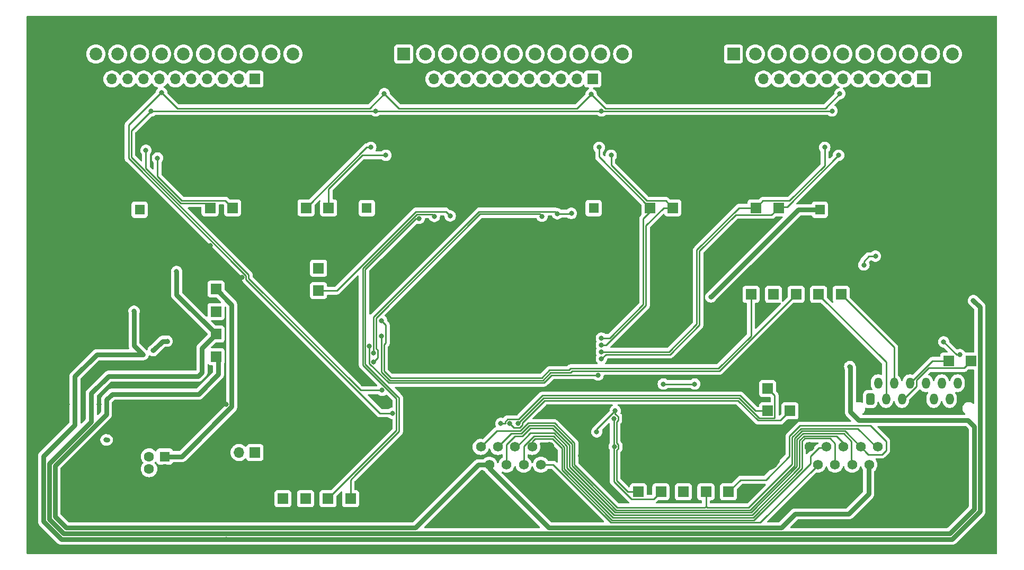
<source format=gbl>
G04 #@! TF.GenerationSoftware,KiCad,Pcbnew,8.0.8*
G04 #@! TF.CreationDate,2025-02-25T19:49:03+01:00*
G04 #@! TF.ProjectId,Overlord,4f766572-6c6f-4726-942e-6b696361645f,rev?*
G04 #@! TF.SameCoordinates,Original*
G04 #@! TF.FileFunction,Copper,L2,Bot*
G04 #@! TF.FilePolarity,Positive*
%FSLAX46Y46*%
G04 Gerber Fmt 4.6, Leading zero omitted, Abs format (unit mm)*
G04 Created by KiCad (PCBNEW 8.0.8) date 2025-02-25 19:49:03*
%MOMM*%
%LPD*%
G01*
G04 APERTURE LIST*
G04 Aperture macros list*
%AMRoundRect*
0 Rectangle with rounded corners*
0 $1 Rounding radius*
0 $2 $3 $4 $5 $6 $7 $8 $9 X,Y pos of 4 corners*
0 Add a 4 corners polygon primitive as box body*
4,1,4,$2,$3,$4,$5,$6,$7,$8,$9,$2,$3,0*
0 Add four circle primitives for the rounded corners*
1,1,$1+$1,$2,$3*
1,1,$1+$1,$4,$5*
1,1,$1+$1,$6,$7*
1,1,$1+$1,$8,$9*
0 Add four rect primitives between the rounded corners*
20,1,$1+$1,$2,$3,$4,$5,0*
20,1,$1+$1,$4,$5,$6,$7,0*
20,1,$1+$1,$6,$7,$8,$9,0*
20,1,$1+$1,$8,$9,$2,$3,0*%
G04 Aperture macros list end*
G04 #@! TA.AperFunction,ComponentPad*
%ADD10R,1.700000X1.700000*%
G04 #@! TD*
G04 #@! TA.AperFunction,ComponentPad*
%ADD11RoundRect,0.250000X0.400000X-0.650000X0.400000X0.650000X-0.400000X0.650000X-0.400000X-0.650000X0*%
G04 #@! TD*
G04 #@! TA.AperFunction,ComponentPad*
%ADD12O,1.300000X1.800000*%
G04 #@! TD*
G04 #@! TA.AperFunction,ComponentPad*
%ADD13R,2.025000X2.025000*%
G04 #@! TD*
G04 #@! TA.AperFunction,ComponentPad*
%ADD14C,2.025000*%
G04 #@! TD*
G04 #@! TA.AperFunction,ComponentPad*
%ADD15O,1.700000X1.700000*%
G04 #@! TD*
G04 #@! TA.AperFunction,ComponentPad*
%ADD16R,1.600000X1.600000*%
G04 #@! TD*
G04 #@! TA.AperFunction,ComponentPad*
%ADD17C,1.600000*%
G04 #@! TD*
G04 #@! TA.AperFunction,ComponentPad*
%ADD18C,4.000000*%
G04 #@! TD*
G04 #@! TA.AperFunction,ComponentPad*
%ADD19C,1.562000*%
G04 #@! TD*
G04 #@! TA.AperFunction,ComponentPad*
%ADD20C,4.877000*%
G04 #@! TD*
G04 #@! TA.AperFunction,ViaPad*
%ADD21C,0.800000*%
G04 #@! TD*
G04 #@! TA.AperFunction,Conductor*
%ADD22C,0.750000*%
G04 #@! TD*
G04 #@! TA.AperFunction,Conductor*
%ADD23C,0.250000*%
G04 #@! TD*
G04 APERTURE END LIST*
D10*
X72050000Y-69350000D03*
D11*
X160200000Y-86700000D03*
D12*
X161470000Y-84160000D03*
X162740000Y-86700000D03*
X164010000Y-84160000D03*
X165279999Y-86700000D03*
X166550000Y-84160000D03*
X167820000Y-86700000D03*
X169090000Y-84160000D03*
X170360000Y-86700000D03*
X171630000Y-84160000D03*
X172900000Y-86700000D03*
X174170000Y-84160000D03*
D10*
X133950000Y-101550000D03*
X55650000Y-76300000D03*
X148350000Y-69950000D03*
D13*
X85650000Y-31500000D03*
D14*
X89150000Y-31500000D03*
X92650000Y-31500000D03*
X96150000Y-31500000D03*
X99650000Y-31500000D03*
X103150000Y-31500000D03*
X106650000Y-31500000D03*
X110150000Y-31500000D03*
X113650000Y-31500000D03*
X117150000Y-31500000D03*
X120650000Y-31500000D03*
D10*
X73650000Y-56100000D03*
X73550000Y-102650000D03*
X126750000Y-101550000D03*
X115850000Y-35500000D03*
D15*
X113310000Y-35500000D03*
X110770001Y-35500000D03*
X108230000Y-35500000D03*
X105690000Y-35500000D03*
X103150000Y-35500000D03*
X100610000Y-35500000D03*
X98069999Y-35500000D03*
X95530000Y-35500000D03*
X92990000Y-35500000D03*
X90450000Y-35500000D03*
D16*
X79750000Y-56150000D03*
D17*
X83250000Y-56150000D03*
D10*
X61875000Y-35500000D03*
D15*
X59335000Y-35500000D03*
X56795001Y-35500000D03*
X54255000Y-35500000D03*
X51715000Y-35500000D03*
X49175000Y-35500000D03*
X46635000Y-35500000D03*
X44094999Y-35500000D03*
X41555000Y-35500000D03*
X39015000Y-35500000D03*
D10*
X155550000Y-69950000D03*
X55650000Y-72700000D03*
X176350000Y-80600000D03*
X123150000Y-101550000D03*
X141150000Y-69950000D03*
X172749999Y-80600000D03*
X147400000Y-88600000D03*
D16*
X43450000Y-56400000D03*
D17*
X46950000Y-56400000D03*
D10*
X58300000Y-56100000D03*
D16*
X47450000Y-95890000D03*
D17*
X44950000Y-95890000D03*
X44950000Y-97890000D03*
X47450000Y-97890000D03*
D18*
X52200000Y-100750000D03*
X40200000Y-100750000D03*
D10*
X66350000Y-102650000D03*
X137550000Y-101550000D03*
D16*
X115997349Y-56150000D03*
D17*
X119497349Y-56150000D03*
D10*
X130350000Y-101550000D03*
X55650000Y-79900000D03*
X151950000Y-69950000D03*
X77149999Y-102650000D03*
X54700000Y-56100000D03*
X128650000Y-56100000D03*
X70050000Y-56100000D03*
X69950001Y-102650000D03*
X168550000Y-35500000D03*
D15*
X166010000Y-35500000D03*
X163470001Y-35500000D03*
X160930000Y-35500000D03*
X158390000Y-35500000D03*
X155850000Y-35500000D03*
X153310000Y-35500000D03*
X150769999Y-35500000D03*
X148230000Y-35500000D03*
X145690000Y-35500000D03*
X143150000Y-35500000D03*
D19*
X161436000Y-94355000D03*
X158693000Y-94355000D03*
X155950000Y-94355000D03*
X153207000Y-94355000D03*
X150464000Y-94355000D03*
X160065000Y-97200000D03*
X157322000Y-97200000D03*
X154578000Y-97200000D03*
X151835000Y-97200000D03*
D20*
X168447000Y-95778000D03*
X143453000Y-95778000D03*
D13*
X138350000Y-31500000D03*
D14*
X141850000Y-31500000D03*
X145350000Y-31500000D03*
X148850000Y-31500000D03*
X152350000Y-31500000D03*
X155850000Y-31500000D03*
X159350000Y-31500000D03*
X162850000Y-31500000D03*
X166350000Y-31500000D03*
X169850000Y-31500000D03*
X173350000Y-31500000D03*
D10*
X145550000Y-56100000D03*
D13*
X32950000Y-31500000D03*
D14*
X36450000Y-31500000D03*
X39950000Y-31500000D03*
X43450000Y-31500000D03*
X46950000Y-31500000D03*
X50450000Y-31500000D03*
X53950000Y-31500000D03*
X57450000Y-31500000D03*
X60950000Y-31500000D03*
X64450000Y-31500000D03*
X67950000Y-31500000D03*
D16*
X152150000Y-56400000D03*
D17*
X155650000Y-56400000D03*
D10*
X141950000Y-56100000D03*
X72050000Y-65750000D03*
X144750000Y-69950000D03*
X125050001Y-56100000D03*
X52050000Y-65500000D03*
X143800000Y-88600000D03*
D19*
X108936000Y-94355000D03*
X106193000Y-94355000D03*
X103450000Y-94355000D03*
X100707000Y-94355000D03*
X97964000Y-94355000D03*
X107565000Y-97200000D03*
X104822000Y-97200000D03*
X102078000Y-97200000D03*
X99335000Y-97200000D03*
D20*
X115947000Y-95778000D03*
X90953000Y-95778000D03*
D10*
X143800000Y-85000000D03*
X61875000Y-95250000D03*
D15*
X59335000Y-95250000D03*
D10*
X55650000Y-69100000D03*
D21*
X40750000Y-40050000D03*
X167500000Y-80250000D03*
X139300000Y-41800000D03*
X92500000Y-45700000D03*
X42550000Y-72650000D03*
X44000001Y-79600000D03*
X44400000Y-66550000D03*
X45607321Y-78942679D03*
X47850000Y-77450000D03*
X49350000Y-66300000D03*
X37000000Y-82050000D03*
X48700000Y-74450000D03*
X43900000Y-71400000D03*
X32900000Y-75000000D03*
X159200000Y-65250000D03*
X161050000Y-63850000D03*
X174550000Y-79600000D03*
X171950000Y-77550000D03*
X165650000Y-91900000D03*
X134750000Y-70374996D03*
X26760000Y-67220000D03*
X34380000Y-26580000D03*
X54700000Y-62140000D03*
X63100000Y-91600000D03*
X82640000Y-110400000D03*
X59780000Y-67220000D03*
X29300000Y-26580000D03*
X179160000Y-82460000D03*
X121100000Y-96450000D03*
X34380000Y-87540000D03*
X59400000Y-51600000D03*
X143600000Y-26580000D03*
X85950000Y-42350000D03*
X179160000Y-57060000D03*
X160500000Y-56300000D03*
X102960000Y-110400000D03*
X26760000Y-79920000D03*
X179160000Y-69760000D03*
X56800000Y-65000000D03*
X158900000Y-84550000D03*
X54700000Y-26580000D03*
X59780000Y-79920000D03*
X113000000Y-38700000D03*
X105500000Y-110400000D03*
X148680000Y-26580000D03*
X59780000Y-87540000D03*
X44540000Y-26580000D03*
X85180000Y-110400000D03*
X72700000Y-74850000D03*
X125820000Y-110400000D03*
X135980000Y-110400000D03*
X179160000Y-79920000D03*
X75020000Y-26580000D03*
X95000000Y-57100000D03*
X141060000Y-26580000D03*
X142750000Y-59900000D03*
X110250000Y-102300000D03*
X39460000Y-87540000D03*
X130900000Y-110400000D03*
X82640000Y-26580000D03*
X85180000Y-26580000D03*
X179160000Y-26580000D03*
X49620000Y-110400000D03*
X133440000Y-110400000D03*
X103550000Y-41650000D03*
X118200000Y-110400000D03*
X26760000Y-92620000D03*
X52160000Y-110400000D03*
X72400000Y-39000000D03*
X105500000Y-26580000D03*
X64860000Y-26580000D03*
X90260000Y-26580000D03*
X179160000Y-105320000D03*
X158900000Y-51150000D03*
X131050000Y-69250000D03*
X74200000Y-99000000D03*
X59780000Y-77380000D03*
X26760000Y-97700000D03*
X179160000Y-90080000D03*
X135150000Y-95950000D03*
X119900000Y-78000000D03*
X120740000Y-26580000D03*
X26760000Y-105320000D03*
X26760000Y-110400000D03*
X26760000Y-64680000D03*
X62320000Y-110400000D03*
X125820000Y-26580000D03*
X113120000Y-110400000D03*
X163920000Y-110400000D03*
X80100000Y-26580000D03*
X59780000Y-26580000D03*
X92050000Y-65300000D03*
X97880000Y-26580000D03*
X58700000Y-101250000D03*
X42000000Y-59600000D03*
X34100000Y-40400000D03*
X63250000Y-98400000D03*
X26760000Y-90080000D03*
X136400000Y-64300000D03*
X34380000Y-110400000D03*
X123280000Y-110400000D03*
X40450000Y-51850000D03*
X49620000Y-62140000D03*
X47080000Y-110400000D03*
X179160000Y-31660000D03*
X59780000Y-82460000D03*
X26760000Y-82460000D03*
X57240000Y-87540000D03*
X36050000Y-51800000D03*
X152250000Y-79100000D03*
X49950000Y-50950000D03*
X26760000Y-29120000D03*
X59780000Y-74840000D03*
X179160000Y-85000000D03*
X148800000Y-106700000D03*
X95340000Y-110400000D03*
X68800000Y-105550000D03*
X26760000Y-102780000D03*
X137450000Y-88250000D03*
X101150000Y-106050000D03*
X176620000Y-110400000D03*
X44540000Y-110400000D03*
X67400000Y-26580000D03*
X102960000Y-26580000D03*
X39460000Y-26580000D03*
X87550000Y-37150000D03*
X171540000Y-110400000D03*
X179160000Y-97700000D03*
X31840000Y-110400000D03*
X179160000Y-34200000D03*
X54200000Y-45800000D03*
X118850000Y-64200000D03*
X26760000Y-49440000D03*
X135980000Y-26580000D03*
X54850000Y-51750000D03*
X179160000Y-107860000D03*
X69350000Y-91800000D03*
X26760000Y-74840000D03*
X26760000Y-62140000D03*
X174080000Y-26580000D03*
X118900000Y-37150000D03*
X118200000Y-26580000D03*
X128360000Y-110400000D03*
X146140000Y-26580000D03*
X169000000Y-110400000D03*
X26760000Y-34200000D03*
X26760000Y-100240000D03*
X59780000Y-110400000D03*
X26760000Y-31660000D03*
X179160000Y-95160000D03*
X36920000Y-57060000D03*
X26760000Y-41820000D03*
X152000000Y-89750000D03*
X110550000Y-84500000D03*
X126950000Y-38850000D03*
X115660000Y-26580000D03*
X167500000Y-67650000D03*
X38400000Y-46200000D03*
X26760000Y-46900000D03*
X80100000Y-110400000D03*
X130900000Y-26580000D03*
X100420000Y-26580000D03*
X34380000Y-57060000D03*
X42000000Y-26580000D03*
X92700000Y-68850000D03*
X137100000Y-51000000D03*
X62320000Y-26580000D03*
X106050000Y-81550000D03*
X179160000Y-67220000D03*
X26760000Y-77380000D03*
X29300000Y-87540000D03*
X124850000Y-45950000D03*
X161380000Y-110400000D03*
X99800000Y-48650000D03*
X69940000Y-110400000D03*
X166700000Y-74300000D03*
X26760000Y-51980000D03*
X63350000Y-88800000D03*
X59780000Y-69760000D03*
X26760000Y-69760000D03*
X151220000Y-26580000D03*
X36920000Y-87540000D03*
X31840000Y-87540000D03*
X90650000Y-106500000D03*
X69940000Y-26580000D03*
X179160000Y-102780000D03*
X120740000Y-110400000D03*
X90260000Y-110400000D03*
X91100000Y-52800000D03*
X26760000Y-54520000D03*
X76500000Y-37150000D03*
X82950000Y-90450000D03*
X78200000Y-52500000D03*
X148450000Y-51150000D03*
X179160000Y-39280000D03*
X92300000Y-81550000D03*
X26760000Y-59600000D03*
X155450000Y-43450000D03*
X26760000Y-72300000D03*
X137900000Y-82700000D03*
X39460000Y-110400000D03*
X81900000Y-87200000D03*
X179160000Y-49440000D03*
X76150000Y-60450000D03*
X144700000Y-51150000D03*
X72480000Y-26580000D03*
X120750000Y-91050000D03*
X52160000Y-26580000D03*
X146140000Y-110400000D03*
X77560000Y-110400000D03*
X122600000Y-38850000D03*
X179160000Y-64680000D03*
X161380000Y-26580000D03*
X26760000Y-107860000D03*
X165500000Y-45350000D03*
X110580000Y-110400000D03*
X75020000Y-110400000D03*
X90850000Y-39100000D03*
X127400000Y-52850000D03*
X106050000Y-45600000D03*
X47080000Y-62140000D03*
X31840000Y-26580000D03*
X179160000Y-51980000D03*
X110580000Y-26580000D03*
X49550000Y-37750000D03*
X138520000Y-26580000D03*
X179160000Y-110400000D03*
X175800000Y-86550000D03*
X159050000Y-80450000D03*
X137300000Y-56100000D03*
X170650000Y-37100000D03*
X158840000Y-110400000D03*
X44540000Y-87540000D03*
X179160000Y-36740000D03*
X159400000Y-37350000D03*
X57240000Y-110400000D03*
X138520000Y-110400000D03*
X26760000Y-26580000D03*
X171540000Y-26580000D03*
X179160000Y-72300000D03*
X156300000Y-110400000D03*
X29300000Y-110400000D03*
X113120000Y-26580000D03*
X139250000Y-45650000D03*
X70350000Y-51850000D03*
X32100000Y-105650000D03*
X47080000Y-87540000D03*
X153760000Y-110400000D03*
X96900000Y-101150000D03*
X31840000Y-57060000D03*
X169000000Y-26580000D03*
X54700000Y-87540000D03*
X92800000Y-110400000D03*
X126500000Y-63250000D03*
X163300000Y-39500000D03*
X92800000Y-26580000D03*
X54700000Y-110400000D03*
X70950000Y-100200000D03*
X141060000Y-110400000D03*
X74700000Y-79100000D03*
X147750000Y-83900000D03*
X26760000Y-85000000D03*
X64860000Y-110400000D03*
X59780000Y-85000000D03*
X179160000Y-46900000D03*
X100420000Y-110400000D03*
X77800000Y-81950000D03*
X179160000Y-44360000D03*
X166460000Y-110400000D03*
X179160000Y-62140000D03*
X36920000Y-110400000D03*
X179160000Y-74840000D03*
X128360000Y-26580000D03*
X179160000Y-59600000D03*
X52450000Y-56550000D03*
X29300000Y-57060000D03*
X49620000Y-26580000D03*
X52160000Y-62140000D03*
X175100000Y-91900000D03*
X141350000Y-101200000D03*
X127950000Y-89700000D03*
X148680000Y-110400000D03*
X44540000Y-62140000D03*
X149500000Y-41850000D03*
X106500000Y-52150000D03*
X179160000Y-87540000D03*
X67400000Y-110400000D03*
X97880000Y-110400000D03*
X147350000Y-60000000D03*
X49620000Y-87540000D03*
X179160000Y-41820000D03*
X52300000Y-39100000D03*
X176620000Y-26580000D03*
X95340000Y-26580000D03*
X49650000Y-42200000D03*
X172200000Y-106500000D03*
X26760000Y-95160000D03*
X174080000Y-110400000D03*
X179160000Y-77380000D03*
X47080000Y-26580000D03*
X163400000Y-53550000D03*
X66500000Y-97800000D03*
X163920000Y-26580000D03*
X116350000Y-105750000D03*
X153760000Y-26580000D03*
X115660000Y-110400000D03*
X26760000Y-44360000D03*
X87720000Y-26580000D03*
X149050000Y-102950000D03*
X179160000Y-29120000D03*
X39460000Y-57060000D03*
X26760000Y-57060000D03*
X68100000Y-55400000D03*
X42000000Y-87540000D03*
X166460000Y-26580000D03*
X129900000Y-95850000D03*
X108040000Y-110400000D03*
X67350000Y-49300000D03*
X125700000Y-59800000D03*
X114050000Y-52450000D03*
X143600000Y-110400000D03*
X168600000Y-49250000D03*
X57240000Y-26580000D03*
X77560000Y-26580000D03*
X123280000Y-26580000D03*
X179160000Y-92620000D03*
X94150000Y-37150000D03*
X175250000Y-103450000D03*
X179160000Y-54520000D03*
X59780000Y-72300000D03*
X179160000Y-100240000D03*
X156300000Y-26580000D03*
X26760000Y-87540000D03*
X26760000Y-39280000D03*
X69550000Y-45600000D03*
X85350000Y-52600000D03*
X52160000Y-87540000D03*
X72480000Y-110400000D03*
X42750000Y-91250000D03*
X108040000Y-26580000D03*
X176200000Y-72750000D03*
X133440000Y-26580000D03*
X76250000Y-97150000D03*
X87720000Y-110400000D03*
X36920000Y-26580000D03*
X42000000Y-110400000D03*
X151220000Y-110400000D03*
X158840000Y-26580000D03*
X119000000Y-53050000D03*
X105850000Y-65450000D03*
X81850000Y-68900000D03*
X26760000Y-36740000D03*
X156950000Y-81500000D03*
X82805000Y-47705000D03*
X46950000Y-37700000D03*
X82550000Y-37850000D03*
X155350000Y-37850000D03*
X115600000Y-37925000D03*
X83825000Y-88975000D03*
X80385000Y-46435000D03*
X154100000Y-40600000D03*
X117250000Y-40600000D03*
X82200000Y-85300000D03*
X45300000Y-40600000D03*
X81150000Y-40600000D03*
X117250000Y-78046668D03*
X118805000Y-47705000D03*
X117250000Y-76943336D03*
X116885000Y-46435000D03*
X90550000Y-57500000D03*
X88100000Y-57800000D03*
X176700000Y-70950000D03*
X57250000Y-109100000D03*
X119450000Y-88600000D03*
X116500000Y-91950000D03*
X119300000Y-94300000D03*
X119250000Y-89795089D03*
X155155000Y-47705000D03*
X117250000Y-80253333D03*
X152935000Y-46435000D03*
X117250000Y-79150000D03*
X46300000Y-48150000D03*
X44450000Y-46900000D03*
X101175000Y-90600000D03*
X103925000Y-90600000D03*
X102550000Y-90600000D03*
X82104998Y-76640003D03*
X82100000Y-74150000D03*
X80850000Y-79329997D03*
X112450000Y-57000000D03*
X110200000Y-57050000D03*
X80850000Y-80750000D03*
X107750000Y-57450000D03*
X93085003Y-57400000D03*
X80175000Y-78250000D03*
X116709998Y-82859998D03*
X127150000Y-84300000D03*
X132150000Y-84300000D03*
X38100000Y-93250000D03*
D22*
X56050000Y-80300000D02*
X55650000Y-79900000D01*
X56050000Y-82700000D02*
X56050000Y-80300000D01*
X52850000Y-85900000D02*
X56050000Y-82700000D01*
X38150000Y-89122792D02*
X38150000Y-86800000D01*
X38150000Y-86800000D02*
X39050000Y-85900000D01*
X29900000Y-97372792D02*
X38150000Y-89122792D01*
X29900000Y-105504416D02*
X29900000Y-97372792D01*
X56469060Y-107300000D02*
X31695584Y-107300000D01*
X39050000Y-85900000D02*
X52850000Y-85900000D01*
X31695584Y-107300000D02*
X29900000Y-105504416D01*
X56494060Y-107275000D02*
X56469060Y-107300000D01*
X58030940Y-107300000D02*
X58005940Y-107275000D01*
X87500000Y-107300000D02*
X58030940Y-107300000D01*
X97600000Y-97200000D02*
X87500000Y-107300000D01*
X99335000Y-97200000D02*
X97600000Y-97200000D01*
X58005940Y-107275000D02*
X56494060Y-107275000D01*
X53400000Y-78550000D02*
X55650000Y-76300000D01*
X52800000Y-83050000D02*
X53400000Y-82450000D01*
X53400000Y-82450000D02*
X53400000Y-78550000D01*
X38450000Y-83050000D02*
X52800000Y-83050000D01*
X35700000Y-85800000D02*
X38450000Y-83050000D01*
X29000000Y-97000000D02*
X35700000Y-90300000D01*
X29000000Y-105877208D02*
X29000000Y-97000000D01*
X31322792Y-108200000D02*
X29000000Y-105877208D01*
X56841852Y-108200000D02*
X31322792Y-108200000D01*
X56866852Y-108175000D02*
X56841852Y-108200000D01*
X35700000Y-90300000D02*
X35700000Y-85800000D01*
X57633148Y-108175000D02*
X56866852Y-108175000D01*
X172900000Y-108200000D02*
X57658148Y-108200000D01*
X176825000Y-104275000D02*
X172900000Y-108200000D01*
X176825000Y-91075000D02*
X176825000Y-104275000D01*
X57658148Y-108200000D02*
X57633148Y-108175000D01*
X157025000Y-88749544D02*
X158375456Y-90100000D01*
X157025000Y-81575000D02*
X157025000Y-88749544D01*
X158375456Y-90100000D02*
X175850000Y-90100000D01*
X156950000Y-81500000D02*
X157025000Y-81575000D01*
X175850000Y-90100000D02*
X176825000Y-91075000D01*
D23*
X105723628Y-90950000D02*
X104473628Y-92200000D01*
X109584314Y-90950000D02*
X105723628Y-90950000D01*
X112533500Y-93899186D02*
X109584314Y-90950000D01*
X112533500Y-97367655D02*
X112533500Y-93899186D01*
X140985686Y-104450000D02*
X119615846Y-104450000D01*
X115365846Y-100200000D02*
X112533500Y-97367655D01*
X148108000Y-97327686D02*
X140985686Y-104450000D01*
X149281372Y-91800000D02*
X148108000Y-92973372D01*
X148108000Y-92973372D02*
X148108000Y-97327686D01*
X156138000Y-91800000D02*
X149281372Y-91800000D01*
X159900000Y-95562000D02*
X156138000Y-91800000D01*
X102862000Y-92200000D02*
X100407000Y-94655000D01*
X162088000Y-95562000D02*
X159900000Y-95562000D01*
X162750000Y-94900000D02*
X162088000Y-95562000D01*
X162750000Y-93445405D02*
X162750000Y-94900000D01*
X149000000Y-90950000D02*
X160254595Y-90950000D01*
X104473628Y-92200000D02*
X102862000Y-92200000D01*
X160254595Y-90950000D02*
X162750000Y-93445405D01*
X147308000Y-92642000D02*
X149000000Y-90950000D01*
X147308000Y-95850000D02*
X147308000Y-92642000D01*
X143533000Y-99625000D02*
X147308000Y-95850000D01*
X139475000Y-99625000D02*
X143533000Y-99625000D01*
X137550000Y-101550000D02*
X139475000Y-99625000D01*
X119615846Y-104450000D02*
X115365846Y-100200000D01*
X153800000Y-93000000D02*
X154578000Y-93778000D01*
X149778430Y-93000000D02*
X153800000Y-93000000D01*
X149308000Y-93470430D02*
X149778430Y-93000000D01*
X149308000Y-97824744D02*
X149308000Y-93470430D01*
X141482744Y-105650000D02*
X149308000Y-97824744D01*
X119118788Y-105650000D02*
X141482744Y-105650000D01*
X111333500Y-97864712D02*
X119118788Y-105650000D01*
X109583500Y-92650000D02*
X111333500Y-94400000D01*
X106434314Y-92650000D02*
X109583500Y-92650000D01*
X105755590Y-93299000D02*
X105785314Y-93299000D01*
X154578000Y-93778000D02*
X154578000Y-97200000D01*
X104822000Y-94232590D02*
X105755590Y-93299000D01*
X105785314Y-93299000D02*
X106434314Y-92650000D01*
X104822000Y-97200000D02*
X104822000Y-94232590D01*
X111333500Y-94400000D02*
X111333500Y-97864712D01*
X149612744Y-92600000D02*
X154850000Y-92600000D01*
X148908000Y-93304744D02*
X149612744Y-92600000D01*
X155850000Y-93600000D02*
X155850000Y-94506000D01*
X148908000Y-97659058D02*
X148908000Y-93304744D01*
X154850000Y-92600000D02*
X155850000Y-93600000D01*
X141317058Y-105250000D02*
X148908000Y-97659058D01*
X111733500Y-97699026D02*
X119284474Y-105250000D01*
X111733500Y-94230558D02*
X111733500Y-97699026D01*
X109652942Y-92150000D02*
X111733500Y-94230558D01*
X105900000Y-92150000D02*
X109652942Y-92150000D01*
X103395000Y-94655000D02*
X105900000Y-92150000D01*
X119284474Y-105250000D02*
X141317058Y-105250000D01*
X103150000Y-94655000D02*
X103395000Y-94655000D01*
X155972314Y-92200000D02*
X157222000Y-93449686D01*
X149447058Y-92200000D02*
X155972314Y-92200000D01*
X157222000Y-93449686D02*
X157222000Y-97351000D01*
X148508000Y-97493372D02*
X148508000Y-93139058D01*
X119450159Y-104850000D02*
X141151372Y-104850000D01*
X112133500Y-97533341D02*
X119450159Y-104850000D01*
X141151372Y-104850000D02*
X148508000Y-97493372D01*
X105889314Y-91350000D02*
X109418628Y-91350000D01*
X109418628Y-91350000D02*
X112133500Y-94064872D01*
X104589314Y-92650000D02*
X105889314Y-91350000D01*
X103450000Y-92650000D02*
X104589314Y-92650000D01*
X112133500Y-94064872D02*
X112133500Y-97533341D01*
X102078000Y-94022000D02*
X103450000Y-92650000D01*
X102078000Y-97200000D02*
X102078000Y-94022000D01*
X148508000Y-93139058D02*
X149447058Y-92200000D01*
X158230000Y-91400000D02*
X161336000Y-94506000D01*
X147708000Y-92807686D02*
X149115686Y-91400000D01*
X149115686Y-91400000D02*
X158230000Y-91400000D01*
X140800000Y-104050000D02*
X147708000Y-97142000D01*
X147708000Y-97142000D02*
X147708000Y-92807686D01*
X134150000Y-104050000D02*
X140800000Y-104050000D01*
X133950000Y-103850000D02*
X134150000Y-104050000D01*
X152002500Y-94506000D02*
X153107000Y-94506000D01*
X150679000Y-97019430D02*
X150679000Y-95829500D01*
X141648430Y-106050000D02*
X150679000Y-97019430D01*
X110933500Y-98030398D02*
X118953102Y-106050000D01*
X110933500Y-94565686D02*
X110933500Y-98030398D01*
X109417814Y-93050000D02*
X110933500Y-94565686D01*
X106600000Y-93050000D02*
X109417814Y-93050000D01*
X106193000Y-93457000D02*
X106600000Y-93050000D01*
X106193000Y-94355000D02*
X106193000Y-93457000D01*
X118953102Y-106050000D02*
X141648430Y-106050000D01*
X150679000Y-95829500D02*
X152002500Y-94506000D01*
X105893000Y-94655000D02*
X106193000Y-94355000D01*
X104822000Y-97200000D02*
X104522000Y-97500000D01*
X142636000Y-106450000D02*
X151735000Y-97351000D01*
X109537416Y-97200000D02*
X118787416Y-106450000D01*
X118787416Y-106450000D02*
X142636000Y-106450000D01*
X107565000Y-97200000D02*
X109537416Y-97200000D01*
D22*
X99335000Y-97800000D02*
X99335000Y-97200000D01*
X108835000Y-107300000D02*
X99335000Y-97800000D01*
X148225000Y-105075000D02*
X146000000Y-107300000D01*
X156775000Y-105075000D02*
X148225000Y-105075000D01*
X159965000Y-101885000D02*
X156775000Y-105075000D01*
X159965000Y-97351000D02*
X159965000Y-101885000D01*
X146000000Y-107300000D02*
X108835000Y-107300000D01*
D23*
X100519000Y-91800000D02*
X97664000Y-94655000D01*
X105557942Y-90550000D02*
X104307942Y-91800000D01*
X109750000Y-90550000D02*
X105557942Y-90550000D01*
X112933500Y-93733500D02*
X109750000Y-90550000D01*
X104307942Y-91800000D02*
X100519000Y-91800000D01*
X112933500Y-97201968D02*
X112933500Y-93733500D01*
X119781532Y-104050000D02*
X112933500Y-97201968D01*
X133750000Y-104050000D02*
X119781532Y-104050000D01*
X133950000Y-103850000D02*
X133750000Y-104050000D01*
D22*
X36600000Y-79600000D02*
X44000001Y-79600000D01*
X28100000Y-106250000D02*
X28100000Y-95818148D01*
X173300000Y-109100000D02*
X30950000Y-109100000D01*
X33100000Y-83100000D02*
X36600000Y-79600000D01*
X28100000Y-95818148D02*
X33100000Y-90818148D01*
X177725000Y-104675000D02*
X173300000Y-109100000D01*
X30950000Y-109100000D02*
X28100000Y-106250000D01*
X177725000Y-71975000D02*
X177725000Y-104675000D01*
X176700000Y-70950000D02*
X177725000Y-71975000D01*
X33100000Y-90818148D02*
X33100000Y-83100000D01*
D23*
X151950000Y-70004595D02*
X151950000Y-69950000D01*
X162740000Y-80794595D02*
X151950000Y-70004595D01*
X162740000Y-86700000D02*
X162740000Y-80794595D01*
X164010000Y-78410000D02*
X164010000Y-84160000D01*
X155550000Y-69950000D02*
X164010000Y-78410000D01*
X60855000Y-67389314D02*
X78765686Y-85300000D01*
X60855000Y-66774719D02*
X60855000Y-67389314D01*
X78765686Y-85300000D02*
X82200000Y-85300000D01*
X42100000Y-48019719D02*
X60855000Y-66774719D01*
X42100000Y-43800000D02*
X42100000Y-48019719D01*
X45300000Y-40600000D02*
X42100000Y-43800000D01*
X60455000Y-66940405D02*
X41700000Y-48185405D01*
D22*
X42550000Y-72650000D02*
X42550000Y-78149999D01*
X42550000Y-78149999D02*
X44000001Y-79600000D01*
X45607321Y-78942679D02*
X47100000Y-77450000D01*
X47100000Y-77450000D02*
X47850000Y-77450000D01*
X49350000Y-70000000D02*
X49350000Y-66300000D01*
X55650000Y-76300000D02*
X49350000Y-70000000D01*
X50198148Y-95890000D02*
X58165000Y-87923148D01*
X58165000Y-87923148D02*
X58165000Y-71615000D01*
X47450000Y-95890000D02*
X50198148Y-95890000D01*
X58165000Y-71615000D02*
X55650000Y-69100000D01*
D23*
X159200000Y-64650000D02*
X159200000Y-65250000D01*
X160000000Y-63850000D02*
X159200000Y-64650000D01*
X161050000Y-63850000D02*
X160000000Y-63850000D01*
X171950000Y-77550001D02*
X173999999Y-79600000D01*
X173999999Y-79600000D02*
X174550000Y-79600000D01*
X171950000Y-77550000D02*
X171950000Y-77550001D01*
D22*
X148712500Y-56400000D02*
X152258333Y-56400000D01*
X134750000Y-70362500D02*
X148712500Y-56400000D01*
X134750000Y-70374996D02*
X134750000Y-70362500D01*
D23*
X73650000Y-53065686D02*
X73650000Y-56100000D01*
X82805000Y-47705000D02*
X79010686Y-47705000D01*
X79010686Y-47705000D02*
X73650000Y-53065686D01*
X113325000Y-40200000D02*
X84900000Y-40200000D01*
X60455000Y-67555000D02*
X81875000Y-88975000D01*
X117875000Y-40200000D02*
X115600000Y-37925000D01*
X49450000Y-40200000D02*
X46950000Y-37700000D01*
X41700000Y-42850000D02*
X41700000Y-48185405D01*
X153000000Y-40200000D02*
X117875000Y-40200000D01*
X115600000Y-37925000D02*
X113325000Y-40200000D01*
X46950000Y-37700000D02*
X46850000Y-37700000D01*
X46850000Y-37700000D02*
X41700000Y-42850000D01*
X84900000Y-40200000D02*
X82550000Y-37850000D01*
X155350000Y-37850000D02*
X153000000Y-40200000D01*
X80200000Y-40200000D02*
X49450000Y-40200000D01*
X60455000Y-66940405D02*
X60455000Y-67555000D01*
X82550000Y-37850000D02*
X80200000Y-40200000D01*
X81875000Y-88975000D02*
X83825000Y-88975000D01*
X80385000Y-46435000D02*
X79715000Y-46435000D01*
X79715000Y-46435000D02*
X70050000Y-56100000D01*
X81150000Y-40600000D02*
X45250000Y-40600000D01*
X154100000Y-40600000D02*
X117250000Y-40600000D01*
X117250000Y-40600000D02*
X81150000Y-40600000D01*
X128650000Y-56100000D02*
X127200000Y-56100000D01*
X118805000Y-49289313D02*
X124490687Y-54975000D01*
X127525000Y-54975000D02*
X128650000Y-56100000D01*
X118019018Y-78046668D02*
X117250000Y-78046668D01*
X127200000Y-56100000D02*
X124350000Y-58950000D01*
X124490687Y-54975000D02*
X127525000Y-54975000D01*
X124350000Y-71715686D02*
X118019018Y-78046668D01*
X124350000Y-58950000D02*
X124350000Y-71715686D01*
X118805000Y-47705000D02*
X118805000Y-49289313D01*
X116885000Y-46435000D02*
X116885000Y-47934999D01*
X116885000Y-47934999D02*
X125050001Y-56100000D01*
X123950000Y-71550000D02*
X123950000Y-57800000D01*
X117250000Y-76943336D02*
X118556664Y-76943336D01*
X123950000Y-57800000D02*
X125050001Y-56699999D01*
X118556664Y-76943336D02*
X123950000Y-71550000D01*
X125050001Y-56699999D02*
X125050001Y-56100000D01*
X90550000Y-57500000D02*
X90175000Y-57125000D01*
X79100000Y-65750000D02*
X79100000Y-81245405D01*
X90175000Y-57125000D02*
X87725000Y-57125000D01*
X84500000Y-91700000D02*
X73550000Y-102650000D01*
X84500000Y-86645405D02*
X84500000Y-91700000D01*
X79100000Y-81245405D02*
X84500000Y-86645405D01*
X87725000Y-57125000D02*
X79100000Y-65750000D01*
X87615686Y-57800000D02*
X88100000Y-57800000D01*
X84900000Y-86479719D02*
X84665685Y-86245405D01*
X79500000Y-80450000D02*
X79500000Y-65915686D01*
X79500000Y-81079720D02*
X79500000Y-80450000D01*
X79832843Y-65582843D02*
X87615686Y-57800000D01*
X77149999Y-102650000D02*
X77149999Y-99615687D01*
X84665685Y-86245405D02*
X79500000Y-81079720D01*
X77932843Y-98832843D02*
X84900000Y-91865686D01*
X77149999Y-99615687D02*
X77932843Y-98832843D01*
X84900000Y-91865686D02*
X84900000Y-86479719D01*
X79500000Y-65915686D02*
X79832843Y-65582843D01*
X119450000Y-88600000D02*
X119450000Y-89120089D01*
X119975000Y-94020405D02*
X119975000Y-94579595D01*
X119650000Y-99734314D02*
X121465686Y-101550000D01*
X119650000Y-93695405D02*
X119975000Y-94020405D01*
X119650000Y-90349684D02*
X119650000Y-93695405D01*
X119529595Y-89120089D02*
X119925000Y-89515494D01*
X119650000Y-94904595D02*
X119650000Y-99734314D01*
X116500000Y-91550000D02*
X116500000Y-91950000D01*
X119450000Y-88600000D02*
X116500000Y-91550000D01*
X119975000Y-94579595D02*
X119650000Y-94904595D01*
X119450000Y-89120089D02*
X119529595Y-89120089D01*
X119925000Y-90074684D02*
X119650000Y-90349684D01*
X121465686Y-101550000D02*
X123150000Y-101550000D01*
X119925000Y-89515494D02*
X119925000Y-90074684D01*
X119250000Y-89795089D02*
X119250000Y-99900000D01*
X119250000Y-99900000D02*
X122025000Y-102675000D01*
X122025000Y-102675000D02*
X125625000Y-102675000D01*
X125625000Y-102675000D02*
X126750000Y-101550000D01*
X145550000Y-56100000D02*
X145700000Y-55950000D01*
X146910000Y-55950000D02*
X155155000Y-47705000D01*
X132900000Y-63015686D02*
X132900000Y-74865686D01*
X132900000Y-74865686D02*
X128215686Y-79550000D01*
X117953333Y-79550000D02*
X117250000Y-80253333D01*
X128215686Y-79550000D02*
X117953333Y-79550000D01*
X145700000Y-55950000D02*
X146910000Y-55950000D01*
X145550000Y-56100000D02*
X144425000Y-57225000D01*
X144425000Y-57225000D02*
X138690686Y-57225000D01*
X138690686Y-57225000D02*
X132900000Y-63015686D01*
X143075000Y-54975000D02*
X141950000Y-56100000D01*
X128050000Y-79150000D02*
X132500000Y-74700000D01*
X117250000Y-79150000D02*
X128050000Y-79150000D01*
X139250000Y-56100000D02*
X141950000Y-56100000D01*
X147319314Y-54975000D02*
X143075000Y-54975000D01*
X132500000Y-62850000D02*
X139250000Y-56100000D01*
X152935000Y-49359314D02*
X147319314Y-54975000D01*
X132500000Y-74700000D02*
X132500000Y-62850000D01*
X152935000Y-46435000D02*
X152935000Y-49359314D01*
X50161653Y-54950000D02*
X57150000Y-54950000D01*
X46300000Y-51088347D02*
X50161653Y-54950000D01*
X46300000Y-48150000D02*
X46300000Y-51088347D01*
X57150000Y-54950000D02*
X58300000Y-56100000D01*
X44450000Y-49804033D02*
X49995967Y-55350000D01*
X53950000Y-55350000D02*
X54700000Y-56100000D01*
X49995967Y-55350000D02*
X53950000Y-55350000D01*
X44450000Y-46900000D02*
X44450000Y-49804033D01*
X107834314Y-86125000D02*
X139406372Y-86125000D01*
X104034314Y-89925000D02*
X107834314Y-86125000D01*
X102270405Y-89925000D02*
X104034314Y-89925000D01*
X101875000Y-90600000D02*
X101875000Y-90320405D01*
X139406372Y-86125000D02*
X141881372Y-88600000D01*
X101175000Y-90600000D02*
X101875000Y-90600000D01*
X101875000Y-90320405D02*
X102270405Y-89925000D01*
X141881372Y-88600000D02*
X143800000Y-88600000D01*
X144925000Y-86125000D02*
X144925000Y-89725000D01*
X142440686Y-89725000D02*
X139240686Y-86525000D01*
X139240686Y-86525000D02*
X108000000Y-86525000D01*
X108000000Y-86525000D02*
X103925000Y-90600000D01*
X144925000Y-89725000D02*
X142440686Y-89725000D01*
X143800000Y-85000000D02*
X144925000Y-86125000D01*
X142275000Y-90125000D02*
X139075000Y-86925000D01*
X103225000Y-91275000D02*
X102550000Y-90600000D01*
X104600000Y-90490686D02*
X104600000Y-90879595D01*
X139075000Y-86925000D02*
X108165686Y-86925000D01*
X104600000Y-90879595D02*
X104204595Y-91275000D01*
X147400000Y-88600000D02*
X145875000Y-90125000D01*
X108165686Y-86925000D02*
X104600000Y-90490686D01*
X104204595Y-91275000D02*
X103225000Y-91275000D01*
X145875000Y-90125000D02*
X142275000Y-90125000D01*
X112300000Y-82459998D02*
X112575000Y-82184998D01*
X83411091Y-83700000D02*
X107884314Y-83700000D01*
X136115002Y-82184998D02*
X148350000Y-69950000D01*
X82104998Y-82393907D02*
X83411091Y-83700000D01*
X112575000Y-82184998D02*
X136115002Y-82184998D01*
X82104998Y-76640003D02*
X82104998Y-82393907D01*
X109124316Y-82459998D02*
X112300000Y-82459998D01*
X107884314Y-83700000D02*
X109124316Y-82459998D01*
X135949316Y-81784998D02*
X112325000Y-81784998D01*
X82779998Y-77725000D02*
X82779998Y-74829998D01*
X112050000Y-82059998D02*
X108958630Y-82059998D01*
X82504998Y-78000000D02*
X82779998Y-77725000D01*
X82779998Y-74829998D02*
X82100000Y-74150000D01*
X107718628Y-83300000D02*
X83576777Y-83300000D01*
X141150000Y-76584314D02*
X135949316Y-81784998D01*
X141150000Y-69950000D02*
X141150000Y-76584314D01*
X82504998Y-82228221D02*
X82504998Y-78000000D01*
X83576777Y-83300000D02*
X82504998Y-82228221D01*
X108958630Y-82059998D02*
X107718628Y-83300000D01*
X112325000Y-81784998D02*
X112050000Y-82059998D01*
X109850000Y-56700000D02*
X97700000Y-56700000D01*
X97700000Y-56700000D02*
X80850000Y-73550000D01*
X112400000Y-57050000D02*
X110200000Y-57050000D01*
X80850000Y-73550000D02*
X80850000Y-79329997D01*
X112450000Y-57000000D02*
X112400000Y-57050000D01*
X110200000Y-57050000D02*
X109850000Y-56700000D01*
X81250000Y-78600000D02*
X81525000Y-78875000D01*
X81525000Y-78875000D02*
X81525000Y-80075000D01*
X107400000Y-57100000D02*
X97865686Y-57100000D01*
X97865686Y-57100000D02*
X81250000Y-73715686D01*
X107750000Y-57450000D02*
X107400000Y-57100000D01*
X81250000Y-73715686D02*
X81250000Y-78600000D01*
X81525000Y-80075000D02*
X80850000Y-80750000D01*
X133950000Y-101550000D02*
X133950000Y-103850000D01*
X170110000Y-80600000D02*
X166550000Y-84160000D01*
X172749999Y-80600000D02*
X170110000Y-80600000D01*
X175225000Y-81725000D02*
X169550686Y-81725000D01*
X165568148Y-86700000D02*
X165279999Y-86700000D01*
X167587843Y-84680305D02*
X165568148Y-86700000D01*
X167587843Y-83687843D02*
X167587843Y-84680305D01*
X169550686Y-81725000D02*
X167587843Y-83687843D01*
X176350000Y-80600000D02*
X175225000Y-81725000D01*
X87584314Y-56700000D02*
X92385003Y-56700000D01*
X72050000Y-69350000D02*
X74934314Y-69350000D01*
X92385003Y-56700000D02*
X93085003Y-57400000D01*
X74934314Y-69350000D02*
X87584314Y-56700000D01*
X83245405Y-84100000D02*
X108050000Y-84100000D01*
X108050000Y-84100000D02*
X109290002Y-82859998D01*
X80175000Y-78250000D02*
X80175000Y-81029595D01*
X80175000Y-81029595D02*
X83245405Y-84100000D01*
X109290002Y-82859998D02*
X116709998Y-82859998D01*
X132150000Y-84300000D02*
X127150000Y-84300000D01*
D22*
X38100000Y-93250000D02*
X38050000Y-93200000D01*
X38300000Y-93250000D02*
X38100000Y-93250000D01*
G04 #@! TA.AperFunction,Conductor*
G36*
X98410802Y-98103502D02*
G01*
X98431776Y-98120405D01*
X98502959Y-98191588D01*
X98502962Y-98191590D01*
X98502967Y-98191594D01*
X98542065Y-98218971D01*
X98574559Y-98252181D01*
X98648738Y-98363195D01*
X98648745Y-98363204D01*
X107386948Y-107101405D01*
X107420974Y-107163717D01*
X107415909Y-107234532D01*
X107373362Y-107291368D01*
X107306842Y-107316179D01*
X107297853Y-107316500D01*
X89037148Y-107316500D01*
X88969027Y-107296498D01*
X88922534Y-107242842D01*
X88912430Y-107172568D01*
X88941924Y-107107988D01*
X88948053Y-107101405D01*
X97929053Y-98120405D01*
X97991365Y-98086379D01*
X98018148Y-98083500D01*
X98342681Y-98083500D01*
X98410802Y-98103502D01*
G37*
G04 #@! TD.AperFunction*
G04 #@! TA.AperFunction,Conductor*
G36*
X175499973Y-91003502D02*
G01*
X175520947Y-91020405D01*
X175904595Y-91404053D01*
X175938621Y-91466365D01*
X175941500Y-91493148D01*
X175941500Y-103856852D01*
X175921498Y-103924973D01*
X175904595Y-103945947D01*
X172570947Y-107279595D01*
X172508635Y-107313621D01*
X172481852Y-107316500D01*
X147537148Y-107316500D01*
X147469027Y-107296498D01*
X147422534Y-107242842D01*
X147412430Y-107172568D01*
X147441924Y-107107988D01*
X147448053Y-107101405D01*
X148554053Y-105995405D01*
X148616365Y-105961379D01*
X148643148Y-105958500D01*
X156862016Y-105958500D01*
X156862017Y-105958500D01*
X157032708Y-105924548D01*
X157193495Y-105857948D01*
X157338199Y-105761259D01*
X160651259Y-102448199D01*
X160747947Y-102303495D01*
X160747948Y-102303494D01*
X160814548Y-102142707D01*
X160848500Y-101972017D01*
X160848500Y-98291072D01*
X160868502Y-98222951D01*
X160893521Y-98194540D01*
X160897032Y-98191594D01*
X160897041Y-98191588D01*
X161056588Y-98032041D01*
X161186006Y-97847213D01*
X161281363Y-97642720D01*
X161339761Y-97424775D01*
X161359426Y-97200000D01*
X161339761Y-96975225D01*
X161281363Y-96757280D01*
X161186006Y-96552787D01*
X161074662Y-96393771D01*
X161051974Y-96326497D01*
X161069259Y-96257636D01*
X161121029Y-96209052D01*
X161177875Y-96195500D01*
X162150393Y-96195500D01*
X162150394Y-96195500D01*
X162272785Y-96171155D01*
X162388075Y-96123400D01*
X162491833Y-96054071D01*
X163242071Y-95303833D01*
X163311400Y-95200075D01*
X163359155Y-95084785D01*
X163383500Y-94962394D01*
X163383500Y-94837607D01*
X163383500Y-93383011D01*
X163359155Y-93260620D01*
X163338767Y-93211400D01*
X163311401Y-93145330D01*
X163242072Y-93041572D01*
X161399092Y-91198593D01*
X161365069Y-91136283D01*
X161370133Y-91065468D01*
X161412680Y-91008632D01*
X161479200Y-90983821D01*
X161488189Y-90983500D01*
X175431852Y-90983500D01*
X175499973Y-91003502D01*
G37*
G04 #@! TD.AperFunction*
G04 #@! TA.AperFunction,Conductor*
G36*
X103499600Y-97432875D02*
G01*
X103554347Y-97478078D01*
X103571706Y-97516090D01*
X103605637Y-97642720D01*
X103698983Y-97842901D01*
X103700994Y-97847213D01*
X103830405Y-98032032D01*
X103830412Y-98032041D01*
X103989959Y-98191588D01*
X104174787Y-98321006D01*
X104379280Y-98416363D01*
X104597225Y-98474761D01*
X104822000Y-98494426D01*
X105046775Y-98474761D01*
X105264720Y-98416363D01*
X105469213Y-98321006D01*
X105654041Y-98191588D01*
X105813588Y-98032041D01*
X105943006Y-97847213D01*
X106038363Y-97642720D01*
X106071793Y-97517956D01*
X106108745Y-97457334D01*
X106172605Y-97426313D01*
X106243100Y-97434741D01*
X106297847Y-97479944D01*
X106315206Y-97517956D01*
X106348637Y-97642720D01*
X106441983Y-97842901D01*
X106443994Y-97847213D01*
X106573405Y-98032032D01*
X106573412Y-98032041D01*
X106732959Y-98191588D01*
X106917787Y-98321006D01*
X107122280Y-98416363D01*
X107340225Y-98474761D01*
X107565000Y-98494426D01*
X107789775Y-98474761D01*
X108007720Y-98416363D01*
X108212213Y-98321006D01*
X108397041Y-98191588D01*
X108556588Y-98032041D01*
X108657986Y-97887230D01*
X108713443Y-97842901D01*
X108761199Y-97833500D01*
X109222822Y-97833500D01*
X109290943Y-97853502D01*
X109311917Y-97870405D01*
X117642917Y-106201405D01*
X117676943Y-106263717D01*
X117671878Y-106334532D01*
X117629331Y-106391368D01*
X117562811Y-106416179D01*
X117553822Y-106416500D01*
X109253147Y-106416500D01*
X109185026Y-106396498D01*
X109164052Y-106379595D01*
X101326501Y-98542043D01*
X101292475Y-98479731D01*
X101297540Y-98408916D01*
X101340087Y-98352080D01*
X101406607Y-98327269D01*
X101468845Y-98338752D01*
X101635280Y-98416363D01*
X101853225Y-98474761D01*
X102078000Y-98494426D01*
X102302775Y-98474761D01*
X102520720Y-98416363D01*
X102725213Y-98321006D01*
X102910041Y-98191588D01*
X103069588Y-98032041D01*
X103199006Y-97847213D01*
X103294363Y-97642720D01*
X103328293Y-97516090D01*
X103365245Y-97455468D01*
X103429105Y-97424447D01*
X103499600Y-97432875D01*
G37*
G04 #@! TD.AperFunction*
G04 #@! TA.AperFunction,Conductor*
G36*
X155999600Y-97432875D02*
G01*
X156054347Y-97478078D01*
X156071706Y-97516090D01*
X156105637Y-97642720D01*
X156198983Y-97842901D01*
X156200994Y-97847213D01*
X156330405Y-98032032D01*
X156330412Y-98032041D01*
X156489959Y-98191588D01*
X156674787Y-98321006D01*
X156879280Y-98416363D01*
X157097225Y-98474761D01*
X157322000Y-98494426D01*
X157546775Y-98474761D01*
X157764720Y-98416363D01*
X157969213Y-98321006D01*
X158154041Y-98191588D01*
X158313588Y-98032041D01*
X158443006Y-97847213D01*
X158538363Y-97642720D01*
X158571793Y-97517956D01*
X158608745Y-97457334D01*
X158672605Y-97426313D01*
X158743100Y-97434741D01*
X158797847Y-97479944D01*
X158815206Y-97517956D01*
X158848637Y-97642720D01*
X158943994Y-97847213D01*
X159039477Y-97983577D01*
X159058713Y-98011048D01*
X159081401Y-98078322D01*
X159081500Y-98083319D01*
X159081500Y-101466852D01*
X159061498Y-101534973D01*
X159044595Y-101555947D01*
X156445947Y-104154595D01*
X156383635Y-104188621D01*
X156356852Y-104191500D01*
X148137977Y-104191500D01*
X147995612Y-104219818D01*
X147995611Y-104219819D01*
X147967292Y-104225452D01*
X147967290Y-104225453D01*
X147967282Y-104225455D01*
X147900693Y-104253036D01*
X147900694Y-104253037D01*
X147806506Y-104292052D01*
X147806505Y-104292053D01*
X147661805Y-104388738D01*
X147661798Y-104388743D01*
X145670947Y-106379595D01*
X145608635Y-106413621D01*
X145581852Y-106416500D01*
X143869594Y-106416500D01*
X143801473Y-106396498D01*
X143754980Y-106342842D01*
X143744876Y-106272568D01*
X143774370Y-106207988D01*
X143780499Y-106201405D01*
X145689852Y-104292052D01*
X151477488Y-98504414D01*
X151539798Y-98470390D01*
X151599189Y-98471803D01*
X151610225Y-98474761D01*
X151835000Y-98494426D01*
X152059775Y-98474761D01*
X152277720Y-98416363D01*
X152482213Y-98321006D01*
X152667041Y-98191588D01*
X152826588Y-98032041D01*
X152956006Y-97847213D01*
X153051363Y-97642720D01*
X153084793Y-97517956D01*
X153121745Y-97457334D01*
X153185605Y-97426313D01*
X153256100Y-97434741D01*
X153310847Y-97479944D01*
X153328206Y-97517956D01*
X153361637Y-97642720D01*
X153454983Y-97842901D01*
X153456994Y-97847213D01*
X153586405Y-98032032D01*
X153586412Y-98032041D01*
X153745959Y-98191588D01*
X153930787Y-98321006D01*
X154135280Y-98416363D01*
X154353225Y-98474761D01*
X154578000Y-98494426D01*
X154802775Y-98474761D01*
X155020720Y-98416363D01*
X155225213Y-98321006D01*
X155410041Y-98191588D01*
X155569588Y-98032041D01*
X155699006Y-97847213D01*
X155794363Y-97642720D01*
X155828293Y-97516090D01*
X155865245Y-97455468D01*
X155929105Y-97424447D01*
X155999600Y-97432875D01*
G37*
G04 #@! TD.AperFunction*
G04 #@! TA.AperFunction,Conductor*
G36*
X119030953Y-87578502D02*
G01*
X119077446Y-87632158D01*
X119087550Y-87702432D01*
X119058056Y-87767012D01*
X119014082Y-87799605D01*
X119004167Y-87804020D01*
X118993247Y-87808882D01*
X118838744Y-87921135D01*
X118710965Y-88063048D01*
X118710958Y-88063058D01*
X118615476Y-88228438D01*
X118615473Y-88228445D01*
X118556457Y-88410072D01*
X118539092Y-88575293D01*
X118512079Y-88640950D01*
X118502877Y-88651217D01*
X116696170Y-90457926D01*
X116096167Y-91057929D01*
X116017813Y-91136283D01*
X116007929Y-91146167D01*
X115970592Y-91202043D01*
X115939892Y-91233973D01*
X115888748Y-91271132D01*
X115760962Y-91413053D01*
X115760958Y-91413058D01*
X115665476Y-91578438D01*
X115665473Y-91578445D01*
X115606457Y-91760072D01*
X115586496Y-91950000D01*
X115606457Y-92139927D01*
X115636526Y-92232470D01*
X115665473Y-92321556D01*
X115665476Y-92321561D01*
X115760958Y-92486941D01*
X115760965Y-92486951D01*
X115888744Y-92628864D01*
X115906841Y-92642012D01*
X116043248Y-92741118D01*
X116217712Y-92818794D01*
X116404513Y-92858500D01*
X116595487Y-92858500D01*
X116782288Y-92818794D01*
X116956752Y-92741118D01*
X117111253Y-92628866D01*
X117155610Y-92579603D01*
X117239034Y-92486951D01*
X117239035Y-92486949D01*
X117239040Y-92486944D01*
X117334527Y-92321556D01*
X117393542Y-92139928D01*
X117413504Y-91950000D01*
X117393542Y-91760072D01*
X117366462Y-91676732D01*
X117364435Y-91605765D01*
X117397199Y-91548703D01*
X118401405Y-90544498D01*
X118463717Y-90510472D01*
X118534533Y-90515537D01*
X118591368Y-90558084D01*
X118616179Y-90624604D01*
X118616500Y-90633593D01*
X118616500Y-93653005D01*
X118596498Y-93721126D01*
X118584137Y-93737314D01*
X118560959Y-93763055D01*
X118560958Y-93763057D01*
X118474805Y-93912280D01*
X118465473Y-93928444D01*
X118462934Y-93936259D01*
X118406457Y-94110072D01*
X118386496Y-94300000D01*
X118406457Y-94489927D01*
X118433982Y-94574637D01*
X118465473Y-94671556D01*
X118465476Y-94671561D01*
X118543894Y-94807386D01*
X118560960Y-94836944D01*
X118575864Y-94853497D01*
X118584136Y-94862683D01*
X118614853Y-94926690D01*
X118616500Y-94946994D01*
X118616500Y-99837606D01*
X118616500Y-99962394D01*
X118640845Y-100084785D01*
X118688600Y-100200075D01*
X118757929Y-100303833D01*
X118757931Y-100303835D01*
X121621161Y-103167067D01*
X121621167Y-103167072D01*
X121649098Y-103185735D01*
X121694626Y-103240212D01*
X121703474Y-103310655D01*
X121672833Y-103374699D01*
X121612431Y-103412010D01*
X121579096Y-103416500D01*
X120096127Y-103416500D01*
X120028006Y-103396498D01*
X120007032Y-103379595D01*
X113603905Y-96976468D01*
X113569879Y-96914156D01*
X113567000Y-96887373D01*
X113567000Y-93671107D01*
X113566999Y-93671103D01*
X113542655Y-93548715D01*
X113494900Y-93433425D01*
X113425571Y-93329667D01*
X113337333Y-93241429D01*
X110153833Y-90057929D01*
X110050075Y-89988600D01*
X109934785Y-89940845D01*
X109861086Y-89926185D01*
X109812396Y-89916500D01*
X109812394Y-89916500D01*
X106374280Y-89916500D01*
X106306159Y-89896498D01*
X106259666Y-89842842D01*
X106249562Y-89772568D01*
X106279056Y-89707988D01*
X106285185Y-89701405D01*
X107281947Y-88704644D01*
X108391186Y-87595405D01*
X108453498Y-87561379D01*
X108480281Y-87558500D01*
X118962832Y-87558500D01*
X119030953Y-87578502D01*
G37*
G04 #@! TD.AperFunction*
G04 #@! TA.AperFunction,Conductor*
G36*
X109171341Y-93703502D02*
G01*
X109192315Y-93720405D01*
X110263095Y-94791185D01*
X110297121Y-94853497D01*
X110300000Y-94880280D01*
X110300000Y-96762490D01*
X110279998Y-96830611D01*
X110226342Y-96877104D01*
X110156068Y-96887208D01*
X110091488Y-96857714D01*
X110084905Y-96851585D01*
X109941251Y-96707931D01*
X109941249Y-96707929D01*
X109837491Y-96638600D01*
X109722201Y-96590845D01*
X109648502Y-96576185D01*
X109599812Y-96566500D01*
X109599810Y-96566500D01*
X108761199Y-96566500D01*
X108693078Y-96546498D01*
X108657986Y-96512770D01*
X108556594Y-96367967D01*
X108556590Y-96367962D01*
X108556588Y-96367959D01*
X108397041Y-96208412D01*
X108378599Y-96195499D01*
X108212213Y-96078994D01*
X108212202Y-96078989D01*
X108007720Y-95983637D01*
X108007718Y-95983636D01*
X108007717Y-95983636D01*
X107789778Y-95925239D01*
X107565000Y-95905574D01*
X107340221Y-95925239D01*
X107122282Y-95983636D01*
X107122277Y-95983638D01*
X106917786Y-96078994D01*
X106732962Y-96208409D01*
X106732956Y-96208414D01*
X106573414Y-96367956D01*
X106573409Y-96367962D01*
X106443994Y-96552786D01*
X106348638Y-96757277D01*
X106348636Y-96757282D01*
X106315207Y-96882042D01*
X106278255Y-96942665D01*
X106214394Y-96973686D01*
X106143900Y-96965258D01*
X106089153Y-96920055D01*
X106071793Y-96882042D01*
X106050052Y-96800905D01*
X106038363Y-96757280D01*
X105943006Y-96552787D01*
X105813588Y-96367959D01*
X105654041Y-96208412D01*
X105635601Y-96195500D01*
X105509229Y-96107013D01*
X105464901Y-96051556D01*
X105455500Y-96003800D01*
X105455500Y-95631685D01*
X105475502Y-95563564D01*
X105529158Y-95517071D01*
X105599432Y-95506967D01*
X105634748Y-95517489D01*
X105750280Y-95571363D01*
X105968225Y-95629761D01*
X106193000Y-95649426D01*
X106417775Y-95629761D01*
X106635720Y-95571363D01*
X106840213Y-95476006D01*
X107025041Y-95346588D01*
X107184588Y-95187041D01*
X107314006Y-95002213D01*
X107409363Y-94797720D01*
X107467761Y-94579775D01*
X107487426Y-94355000D01*
X107467761Y-94130225D01*
X107409363Y-93912280D01*
X107386267Y-93862750D01*
X107375606Y-93792558D01*
X107404586Y-93727745D01*
X107464006Y-93688889D01*
X107500462Y-93683500D01*
X109103220Y-93683500D01*
X109171341Y-93703502D01*
G37*
G04 #@! TD.AperFunction*
G04 #@! TA.AperFunction,Conductor*
G36*
X151930460Y-93653502D02*
G01*
X151976953Y-93707158D01*
X151987057Y-93777432D01*
X151957563Y-93842012D01*
X151897837Y-93880396D01*
X151886920Y-93883079D01*
X151817717Y-93896844D01*
X151817709Y-93896846D01*
X151783947Y-93910830D01*
X151783947Y-93910831D01*
X151702425Y-93944599D01*
X151598667Y-94013927D01*
X151365504Y-94247091D01*
X150275167Y-95337429D01*
X150186931Y-95425664D01*
X150186926Y-95425671D01*
X150172265Y-95447613D01*
X150117788Y-95493141D01*
X150047345Y-95501989D01*
X149983301Y-95471347D01*
X149945990Y-95410946D01*
X149941500Y-95377611D01*
X149941500Y-93785024D01*
X149961502Y-93716903D01*
X149978405Y-93695929D01*
X150003929Y-93670405D01*
X150066241Y-93636379D01*
X150093024Y-93633500D01*
X151862339Y-93633500D01*
X151930460Y-93653502D01*
G37*
G04 #@! TD.AperFunction*
G04 #@! TA.AperFunction,Conductor*
G36*
X54485009Y-81149396D02*
G01*
X54553792Y-81200887D01*
X54553794Y-81200888D01*
X54553796Y-81200889D01*
X54612875Y-81222924D01*
X54690795Y-81251988D01*
X54690803Y-81251990D01*
X54751350Y-81258499D01*
X54751355Y-81258499D01*
X54751362Y-81258500D01*
X55040500Y-81258500D01*
X55108621Y-81278502D01*
X55155114Y-81332158D01*
X55166500Y-81384500D01*
X55166500Y-82281852D01*
X55146498Y-82349973D01*
X55129595Y-82370947D01*
X52520947Y-84979595D01*
X52458635Y-85013621D01*
X52431852Y-85016500D01*
X38962977Y-85016500D01*
X38820611Y-85044818D01*
X38820611Y-85044819D01*
X38792292Y-85050452D01*
X38763459Y-85062395D01*
X38631506Y-85117051D01*
X38621187Y-85123947D01*
X38621179Y-85123951D01*
X38486805Y-85213737D01*
X38486798Y-85213743D01*
X37463745Y-86236795D01*
X37463740Y-86236801D01*
X37367052Y-86381505D01*
X37300454Y-86542286D01*
X37300452Y-86542291D01*
X37279179Y-86649240D01*
X37266500Y-86712977D01*
X37266500Y-88704644D01*
X37246498Y-88772765D01*
X37229595Y-88793739D01*
X36798595Y-89224739D01*
X36736283Y-89258765D01*
X36665468Y-89253700D01*
X36608632Y-89211153D01*
X36583821Y-89144633D01*
X36583500Y-89135644D01*
X36583500Y-86218148D01*
X36603502Y-86150027D01*
X36620405Y-86129053D01*
X38779053Y-83970405D01*
X38841365Y-83936379D01*
X38868148Y-83933500D01*
X52887016Y-83933500D01*
X52887017Y-83933500D01*
X53057708Y-83899548D01*
X53218495Y-83832948D01*
X53363199Y-83736259D01*
X54086259Y-83013199D01*
X54182947Y-82868495D01*
X54182948Y-82868494D01*
X54227857Y-82760073D01*
X54249548Y-82707708D01*
X54264705Y-82631505D01*
X54283500Y-82537017D01*
X54283500Y-81250264D01*
X54303502Y-81182143D01*
X54357158Y-81135650D01*
X54427432Y-81125546D01*
X54485009Y-81149396D01*
G37*
G04 #@! TD.AperFunction*
G04 #@! TA.AperFunction,Conductor*
G36*
X176783621Y-81978502D02*
G01*
X176830114Y-82032158D01*
X176841500Y-82084500D01*
X176841500Y-87332389D01*
X176821498Y-87400510D01*
X176767842Y-87447003D01*
X176697568Y-87457107D01*
X176632988Y-87427613D01*
X176626405Y-87421484D01*
X176607784Y-87402863D01*
X176607782Y-87402861D01*
X176443914Y-87293368D01*
X176301045Y-87234190D01*
X176261838Y-87217950D01*
X176261835Y-87217949D01*
X176068544Y-87179500D01*
X176068541Y-87179500D01*
X175871459Y-87179500D01*
X175871455Y-87179500D01*
X175678164Y-87217949D01*
X175678161Y-87217950D01*
X175496085Y-87293368D01*
X175332222Y-87402858D01*
X175332215Y-87402863D01*
X175192863Y-87542215D01*
X175192858Y-87542222D01*
X175083368Y-87706085D01*
X175007950Y-87888161D01*
X175007949Y-87888164D01*
X174969500Y-88081455D01*
X174969500Y-88278544D01*
X174995663Y-88410072D01*
X175007949Y-88471835D01*
X175083368Y-88653914D01*
X175192861Y-88817782D01*
X175332218Y-88957139D01*
X175353795Y-88971556D01*
X175375015Y-88985735D01*
X175420543Y-89040212D01*
X175429391Y-89110655D01*
X175398750Y-89174699D01*
X175338348Y-89212010D01*
X175305013Y-89216500D01*
X159064987Y-89216500D01*
X158996866Y-89196498D01*
X158950373Y-89142842D01*
X158940269Y-89072568D01*
X158969763Y-89007988D01*
X158994985Y-88985735D01*
X159009032Y-88976349D01*
X159037782Y-88957139D01*
X159177139Y-88817782D01*
X159286632Y-88653914D01*
X159362051Y-88471835D01*
X159400500Y-88278541D01*
X159400500Y-88191167D01*
X159420502Y-88123046D01*
X159474158Y-88076553D01*
X159544432Y-88066449D01*
X159566129Y-88071562D01*
X159595985Y-88081455D01*
X159645567Y-88097885D01*
X159645568Y-88097885D01*
X159645574Y-88097887D01*
X159749455Y-88108500D01*
X160650544Y-88108499D01*
X160754426Y-88097887D01*
X160922738Y-88042115D01*
X161073652Y-87949030D01*
X161199030Y-87823652D01*
X161292115Y-87672738D01*
X161347887Y-87504426D01*
X161358500Y-87400545D01*
X161358499Y-87234186D01*
X161378501Y-87166069D01*
X161432156Y-87119576D01*
X161502430Y-87109471D01*
X161567011Y-87138964D01*
X161605395Y-87198690D01*
X161608946Y-87214469D01*
X161610025Y-87221278D01*
X161610026Y-87221286D01*
X161666374Y-87394706D01*
X161666375Y-87394709D01*
X161666376Y-87394710D01*
X161749162Y-87557186D01*
X161856346Y-87704712D01*
X161856348Y-87704714D01*
X161856350Y-87704717D01*
X161985282Y-87833649D01*
X161985285Y-87833651D01*
X161985288Y-87833654D01*
X162132814Y-87940838D01*
X162295290Y-88023624D01*
X162468717Y-88079974D01*
X162648824Y-88108500D01*
X162648827Y-88108500D01*
X162831173Y-88108500D01*
X162831176Y-88108500D01*
X163011283Y-88079974D01*
X163184710Y-88023624D01*
X163347186Y-87940838D01*
X163494712Y-87833654D01*
X163623654Y-87704712D01*
X163730838Y-87557186D01*
X163813624Y-87394710D01*
X163869974Y-87221283D01*
X163885551Y-87122929D01*
X163915962Y-87058780D01*
X163976230Y-87021253D01*
X164047219Y-87022266D01*
X164106392Y-87061498D01*
X164134447Y-87122929D01*
X164149528Y-87218148D01*
X164150026Y-87221288D01*
X164206373Y-87394706D01*
X164206374Y-87394709D01*
X164206375Y-87394710D01*
X164289161Y-87557186D01*
X164396345Y-87704712D01*
X164396347Y-87704714D01*
X164396349Y-87704717D01*
X164525281Y-87833649D01*
X164525284Y-87833651D01*
X164525287Y-87833654D01*
X164672813Y-87940838D01*
X164835289Y-88023624D01*
X165008716Y-88079974D01*
X165188823Y-88108500D01*
X165188826Y-88108500D01*
X165371172Y-88108500D01*
X165371175Y-88108500D01*
X165551282Y-88079974D01*
X165724709Y-88023624D01*
X165887185Y-87940838D01*
X166034711Y-87833654D01*
X166163653Y-87704712D01*
X166270837Y-87557186D01*
X166353623Y-87394710D01*
X166409973Y-87221283D01*
X166438499Y-87041176D01*
X166438499Y-86777743D01*
X166458501Y-86709622D01*
X166475404Y-86688648D01*
X168014919Y-85149133D01*
X168077231Y-85115107D01*
X168148046Y-85120172D01*
X168202846Y-85161194D01*
X168203133Y-85160950D01*
X168204221Y-85162224D01*
X168204882Y-85162719D01*
X168205948Y-85164164D01*
X168206347Y-85164714D01*
X168335282Y-85293649D01*
X168335285Y-85293651D01*
X168335288Y-85293654D01*
X168482814Y-85400838D01*
X168645290Y-85483624D01*
X168818717Y-85539974D01*
X168998824Y-85568500D01*
X168998827Y-85568500D01*
X169181173Y-85568500D01*
X169181176Y-85568500D01*
X169318383Y-85546768D01*
X169388789Y-85555867D01*
X169443103Y-85601589D01*
X169464076Y-85669417D01*
X169445049Y-85737817D01*
X169440026Y-85745277D01*
X169369163Y-85842812D01*
X169286374Y-86005293D01*
X169230027Y-86178711D01*
X169230027Y-86178713D01*
X169230026Y-86178717D01*
X169201500Y-86358824D01*
X169201500Y-87041176D01*
X169230025Y-87221278D01*
X169230027Y-87221288D01*
X169286374Y-87394706D01*
X169286375Y-87394709D01*
X169286376Y-87394710D01*
X169369162Y-87557186D01*
X169476346Y-87704712D01*
X169476348Y-87704714D01*
X169476350Y-87704717D01*
X169605282Y-87833649D01*
X169605285Y-87833651D01*
X169605288Y-87833654D01*
X169752814Y-87940838D01*
X169915290Y-88023624D01*
X170088717Y-88079974D01*
X170268824Y-88108500D01*
X170268827Y-88108500D01*
X170451173Y-88108500D01*
X170451176Y-88108500D01*
X170631283Y-88079974D01*
X170804710Y-88023624D01*
X170967186Y-87940838D01*
X171114712Y-87833654D01*
X171243654Y-87704712D01*
X171350838Y-87557186D01*
X171433624Y-87394710D01*
X171489974Y-87221283D01*
X171505551Y-87122926D01*
X171535963Y-87058776D01*
X171596232Y-87021249D01*
X171667221Y-87022263D01*
X171726393Y-87061496D01*
X171754447Y-87122926D01*
X171770025Y-87221278D01*
X171770027Y-87221288D01*
X171826374Y-87394706D01*
X171826375Y-87394709D01*
X171826376Y-87394710D01*
X171909162Y-87557186D01*
X172016346Y-87704712D01*
X172016348Y-87704714D01*
X172016350Y-87704717D01*
X172145282Y-87833649D01*
X172145285Y-87833651D01*
X172145288Y-87833654D01*
X172292814Y-87940838D01*
X172455290Y-88023624D01*
X172628717Y-88079974D01*
X172808824Y-88108500D01*
X172808827Y-88108500D01*
X172991173Y-88108500D01*
X172991176Y-88108500D01*
X173171283Y-88079974D01*
X173344710Y-88023624D01*
X173507186Y-87940838D01*
X173654712Y-87833654D01*
X173783654Y-87704712D01*
X173890838Y-87557186D01*
X173973624Y-87394710D01*
X174029974Y-87221283D01*
X174058500Y-87041176D01*
X174058500Y-86358824D01*
X174029974Y-86178717D01*
X173973624Y-86005290D01*
X173890838Y-85842814D01*
X173819974Y-85745278D01*
X173796115Y-85678410D01*
X173812196Y-85609259D01*
X173863110Y-85559779D01*
X173932692Y-85545679D01*
X173941585Y-85546763D01*
X174078824Y-85568500D01*
X174078827Y-85568500D01*
X174261173Y-85568500D01*
X174261176Y-85568500D01*
X174441283Y-85539974D01*
X174614710Y-85483624D01*
X174777186Y-85400838D01*
X174924712Y-85293654D01*
X175053654Y-85164712D01*
X175160838Y-85017186D01*
X175243624Y-84854710D01*
X175299974Y-84681283D01*
X175328500Y-84501176D01*
X175328500Y-83818824D01*
X175299974Y-83638717D01*
X175243624Y-83465290D01*
X175160838Y-83302814D01*
X175053654Y-83155288D01*
X175053651Y-83155285D01*
X175053649Y-83155282D01*
X174924717Y-83026350D01*
X174924714Y-83026348D01*
X174924713Y-83026347D01*
X174924712Y-83026346D01*
X174793931Y-82931328D01*
X174777189Y-82919164D01*
X174777188Y-82919163D01*
X174777186Y-82919162D01*
X174614710Y-82836376D01*
X174614709Y-82836375D01*
X174614706Y-82836374D01*
X174441288Y-82780027D01*
X174441284Y-82780026D01*
X174441283Y-82780026D01*
X174261176Y-82751500D01*
X174078824Y-82751500D01*
X173913965Y-82777611D01*
X173898711Y-82780027D01*
X173725293Y-82836374D01*
X173562810Y-82919164D01*
X173415285Y-83026348D01*
X173415282Y-83026350D01*
X173286350Y-83155282D01*
X173286348Y-83155285D01*
X173179164Y-83302810D01*
X173096374Y-83465293D01*
X173040027Y-83638711D01*
X173040026Y-83638716D01*
X173040026Y-83638717D01*
X173024448Y-83737071D01*
X172994036Y-83801223D01*
X172933768Y-83838750D01*
X172862779Y-83837736D01*
X172803607Y-83798503D01*
X172775551Y-83737071D01*
X172759974Y-83638717D01*
X172703624Y-83465290D01*
X172620838Y-83302814D01*
X172513654Y-83155288D01*
X172513651Y-83155285D01*
X172513649Y-83155282D01*
X172384717Y-83026350D01*
X172384714Y-83026348D01*
X172384713Y-83026347D01*
X172384712Y-83026346D01*
X172253931Y-82931328D01*
X172237189Y-82919164D01*
X172237188Y-82919163D01*
X172237186Y-82919162D01*
X172074710Y-82836376D01*
X172074709Y-82836375D01*
X172074706Y-82836374D01*
X171901288Y-82780027D01*
X171901284Y-82780026D01*
X171901283Y-82780026D01*
X171721176Y-82751500D01*
X171538824Y-82751500D01*
X171373965Y-82777611D01*
X171358711Y-82780027D01*
X171185293Y-82836374D01*
X171022810Y-82919164D01*
X170875285Y-83026348D01*
X170875282Y-83026350D01*
X170746350Y-83155282D01*
X170746348Y-83155285D01*
X170639164Y-83302810D01*
X170556374Y-83465293D01*
X170500027Y-83638711D01*
X170500026Y-83638716D01*
X170500026Y-83638717D01*
X170484448Y-83737071D01*
X170454036Y-83801223D01*
X170393768Y-83838750D01*
X170322779Y-83837736D01*
X170263607Y-83798503D01*
X170235551Y-83737071D01*
X170219974Y-83638717D01*
X170163624Y-83465290D01*
X170080838Y-83302814D01*
X169973654Y-83155288D01*
X169973651Y-83155285D01*
X169973649Y-83155282D01*
X169844717Y-83026350D01*
X169844714Y-83026348D01*
X169844713Y-83026347D01*
X169844712Y-83026346D01*
X169713931Y-82931328D01*
X169697189Y-82919164D01*
X169697188Y-82919163D01*
X169697186Y-82919162D01*
X169557071Y-82847770D01*
X169505458Y-82799022D01*
X169488392Y-82730108D01*
X169511293Y-82662906D01*
X169525181Y-82646408D01*
X169634571Y-82537019D01*
X169776186Y-82395404D01*
X169838498Y-82361379D01*
X169865281Y-82358500D01*
X175287393Y-82358500D01*
X175287394Y-82358500D01*
X175409785Y-82334155D01*
X175525075Y-82286400D01*
X175628833Y-82217071D01*
X175850499Y-81995405D01*
X175912811Y-81961379D01*
X175939594Y-81958500D01*
X176715500Y-81958500D01*
X176783621Y-81978502D01*
G37*
G04 #@! TD.AperFunction*
G04 #@! TA.AperFunction,Conductor*
G36*
X81559921Y-85953502D02*
G01*
X81585437Y-85975190D01*
X81588747Y-85978866D01*
X81743248Y-86091118D01*
X81917712Y-86168794D01*
X82104513Y-86208500D01*
X82295487Y-86208500D01*
X82482288Y-86168794D01*
X82656752Y-86091118D01*
X82797346Y-85988969D01*
X82864214Y-85965112D01*
X82933365Y-85981192D01*
X82960502Y-86001811D01*
X83829595Y-86870904D01*
X83863621Y-86933216D01*
X83866500Y-86959999D01*
X83866500Y-87940500D01*
X83846498Y-88008621D01*
X83792842Y-88055114D01*
X83740500Y-88066500D01*
X83729513Y-88066500D01*
X83542711Y-88106206D01*
X83368247Y-88183882D01*
X83213747Y-88296133D01*
X83210437Y-88299810D01*
X83149991Y-88337050D01*
X83116800Y-88341500D01*
X82189595Y-88341500D01*
X82121474Y-88321498D01*
X82100500Y-88304595D01*
X79944500Y-86148595D01*
X79910474Y-86086283D01*
X79915539Y-86015468D01*
X79958086Y-85958632D01*
X80024606Y-85933821D01*
X80033595Y-85933500D01*
X81491800Y-85933500D01*
X81559921Y-85953502D01*
G37*
G04 #@! TD.AperFunction*
G04 #@! TA.AperFunction,Conductor*
G36*
X180442121Y-25420002D02*
G01*
X180488614Y-25473658D01*
X180500000Y-25526000D01*
X180500000Y-111374000D01*
X180479998Y-111442121D01*
X180426342Y-111488614D01*
X180374000Y-111500000D01*
X25526000Y-111500000D01*
X25457879Y-111479998D01*
X25411386Y-111426342D01*
X25400000Y-111374000D01*
X25400000Y-95731125D01*
X27216500Y-95731125D01*
X27216500Y-106337020D01*
X27224969Y-106379595D01*
X27250452Y-106507708D01*
X27317052Y-106668495D01*
X27381657Y-106765183D01*
X27413740Y-106813198D01*
X27413745Y-106813204D01*
X30386796Y-109786254D01*
X30386798Y-109786256D01*
X30386801Y-109786258D01*
X30386802Y-109786259D01*
X30531505Y-109882948D01*
X30692292Y-109949548D01*
X30862983Y-109983500D01*
X31037018Y-109983500D01*
X57023653Y-109983500D01*
X57049849Y-109986252D01*
X57154513Y-110008500D01*
X57345487Y-110008500D01*
X57450150Y-109986253D01*
X57476347Y-109983500D01*
X173387016Y-109983500D01*
X173387017Y-109983500D01*
X173557708Y-109949548D01*
X173718495Y-109882948D01*
X173863199Y-109786259D01*
X178411259Y-105238199D01*
X178507948Y-105093495D01*
X178574548Y-104932708D01*
X178608500Y-104762017D01*
X178608500Y-104587983D01*
X178608500Y-71887983D01*
X178602712Y-71858882D01*
X178579224Y-71740798D01*
X178579224Y-71740797D01*
X178574549Y-71717297D01*
X178574548Y-71717296D01*
X178574548Y-71717292D01*
X178507948Y-71556505D01*
X178411259Y-71411802D01*
X177487003Y-70487545D01*
X177466979Y-70461448D01*
X177439042Y-70413058D01*
X177439039Y-70413055D01*
X177311255Y-70271135D01*
X177156752Y-70158882D01*
X176982288Y-70081206D01*
X176795487Y-70041500D01*
X176604513Y-70041500D01*
X176417711Y-70081206D01*
X176243247Y-70158882D01*
X176088744Y-70271135D01*
X175960965Y-70413048D01*
X175960958Y-70413058D01*
X175865476Y-70578438D01*
X175865473Y-70578445D01*
X175806457Y-70760072D01*
X175786496Y-70950000D01*
X175806457Y-71139927D01*
X175835710Y-71229955D01*
X175865473Y-71321556D01*
X175886105Y-71357292D01*
X175960958Y-71486941D01*
X175960965Y-71486951D01*
X176088744Y-71628864D01*
X176088747Y-71628866D01*
X176210454Y-71717292D01*
X176229417Y-71731069D01*
X176244451Y-71743909D01*
X176533690Y-72033148D01*
X176804595Y-72304052D01*
X176838620Y-72366365D01*
X176841500Y-72393148D01*
X176841500Y-79115500D01*
X176821498Y-79183621D01*
X176767842Y-79230114D01*
X176715500Y-79241500D01*
X175464810Y-79241500D01*
X175396689Y-79221498D01*
X175355692Y-79178502D01*
X175289040Y-79063056D01*
X175289038Y-79063054D01*
X175289034Y-79063048D01*
X175161255Y-78921135D01*
X175006752Y-78808882D01*
X174832288Y-78731206D01*
X174645487Y-78691500D01*
X174454513Y-78691500D01*
X174267707Y-78731207D01*
X174180338Y-78770105D01*
X174109971Y-78779539D01*
X174045674Y-78749431D01*
X174039996Y-78744093D01*
X172897122Y-77601219D01*
X172863096Y-77538907D01*
X172860907Y-77525294D01*
X172859642Y-77513261D01*
X172843542Y-77360072D01*
X172784527Y-77178444D01*
X172689040Y-77013056D01*
X172689038Y-77013054D01*
X172689034Y-77013048D01*
X172561255Y-76871135D01*
X172406752Y-76758882D01*
X172232288Y-76681206D01*
X172045487Y-76641500D01*
X171854513Y-76641500D01*
X171667711Y-76681206D01*
X171493247Y-76758882D01*
X171338744Y-76871135D01*
X171210965Y-77013048D01*
X171210958Y-77013058D01*
X171115476Y-77178438D01*
X171115473Y-77178444D01*
X171108912Y-77198638D01*
X171056457Y-77360072D01*
X171036496Y-77550000D01*
X171056457Y-77739927D01*
X171082980Y-77821554D01*
X171115473Y-77921556D01*
X171115475Y-77921559D01*
X171210958Y-78086941D01*
X171210965Y-78086951D01*
X171338744Y-78228864D01*
X171355609Y-78241117D01*
X171493248Y-78341118D01*
X171667712Y-78418794D01*
X171854513Y-78458500D01*
X171910405Y-78458500D01*
X171978526Y-78478502D01*
X171999500Y-78495405D01*
X172530500Y-79026405D01*
X172564526Y-79088717D01*
X172559461Y-79159532D01*
X172516914Y-79216368D01*
X172450394Y-79241179D01*
X172441405Y-79241500D01*
X171851349Y-79241500D01*
X171790802Y-79248009D01*
X171790794Y-79248011D01*
X171653796Y-79299110D01*
X171653791Y-79299112D01*
X171536737Y-79386738D01*
X171449111Y-79503792D01*
X171449109Y-79503797D01*
X171398010Y-79640795D01*
X171398008Y-79640803D01*
X171391499Y-79701350D01*
X171391499Y-79840500D01*
X171371497Y-79908621D01*
X171317841Y-79955114D01*
X171265499Y-79966500D01*
X170047603Y-79966500D01*
X169974568Y-79981028D01*
X169925215Y-79990845D01*
X169925213Y-79990845D01*
X169925212Y-79990846D01*
X169809923Y-80038601D01*
X169706171Y-80107926D01*
X169706164Y-80107931D01*
X167036483Y-82777611D01*
X166974171Y-82811637D01*
X166908452Y-82808349D01*
X166821283Y-82780026D01*
X166641176Y-82751500D01*
X166458824Y-82751500D01*
X166293965Y-82777611D01*
X166278711Y-82780027D01*
X166105293Y-82836374D01*
X165942810Y-82919164D01*
X165795285Y-83026348D01*
X165795282Y-83026350D01*
X165666350Y-83155282D01*
X165666348Y-83155285D01*
X165559164Y-83302810D01*
X165476374Y-83465293D01*
X165420027Y-83638711D01*
X165420026Y-83638716D01*
X165420026Y-83638717D01*
X165404448Y-83737071D01*
X165374036Y-83801223D01*
X165313768Y-83838750D01*
X165242779Y-83837736D01*
X165183607Y-83798503D01*
X165155551Y-83737071D01*
X165139974Y-83638717D01*
X165083624Y-83465290D01*
X165000838Y-83302814D01*
X164893654Y-83155288D01*
X164893651Y-83155285D01*
X164893649Y-83155282D01*
X164764714Y-83026347D01*
X164695439Y-82976016D01*
X164652085Y-82919793D01*
X164643500Y-82874080D01*
X164643500Y-78347607D01*
X164643499Y-78347603D01*
X164642209Y-78341117D01*
X164619155Y-78225215D01*
X164601876Y-78183501D01*
X164579246Y-78128866D01*
X164571402Y-78109927D01*
X164556050Y-78086951D01*
X164502072Y-78006167D01*
X156945405Y-70449500D01*
X156911379Y-70387188D01*
X156908500Y-70360405D01*
X156908500Y-69051367D01*
X156908499Y-69051350D01*
X156901990Y-68990803D01*
X156901988Y-68990795D01*
X156850889Y-68853797D01*
X156850887Y-68853792D01*
X156763261Y-68736738D01*
X156646207Y-68649112D01*
X156646202Y-68649110D01*
X156509204Y-68598011D01*
X156509196Y-68598009D01*
X156448649Y-68591500D01*
X156448638Y-68591500D01*
X154651362Y-68591500D01*
X154651350Y-68591500D01*
X154590803Y-68598009D01*
X154590795Y-68598011D01*
X154453797Y-68649110D01*
X154453792Y-68649112D01*
X154336738Y-68736738D01*
X154249112Y-68853792D01*
X154249110Y-68853797D01*
X154198011Y-68990795D01*
X154198009Y-68990803D01*
X154191500Y-69051350D01*
X154191500Y-70848649D01*
X154198009Y-70909196D01*
X154198011Y-70909204D01*
X154249110Y-71046202D01*
X154249112Y-71046207D01*
X154270044Y-71074168D01*
X154294855Y-71140688D01*
X154279764Y-71210062D01*
X154229562Y-71260264D01*
X154160187Y-71275356D01*
X154093667Y-71250545D01*
X154080081Y-71238772D01*
X153345405Y-70504096D01*
X153311379Y-70441784D01*
X153308500Y-70415001D01*
X153308500Y-69051367D01*
X153308499Y-69051350D01*
X153301990Y-68990803D01*
X153301988Y-68990795D01*
X153250889Y-68853797D01*
X153250887Y-68853792D01*
X153163261Y-68736738D01*
X153046207Y-68649112D01*
X153046202Y-68649110D01*
X152909204Y-68598011D01*
X152909196Y-68598009D01*
X152848649Y-68591500D01*
X152848638Y-68591500D01*
X151051362Y-68591500D01*
X151051350Y-68591500D01*
X150990803Y-68598009D01*
X150990795Y-68598011D01*
X150853797Y-68649110D01*
X150853792Y-68649112D01*
X150736738Y-68736738D01*
X150649112Y-68853792D01*
X150649110Y-68853797D01*
X150598011Y-68990795D01*
X150598009Y-68990803D01*
X150591500Y-69051350D01*
X150591500Y-70848649D01*
X150598009Y-70909196D01*
X150598011Y-70909204D01*
X150649110Y-71046202D01*
X150649112Y-71046207D01*
X150736738Y-71163261D01*
X150853792Y-71250887D01*
X150853794Y-71250888D01*
X150853796Y-71250889D01*
X150893283Y-71265617D01*
X150990795Y-71301988D01*
X150990803Y-71301990D01*
X151051350Y-71308499D01*
X151051355Y-71308499D01*
X151051362Y-71308500D01*
X152305811Y-71308500D01*
X152373932Y-71328502D01*
X152394906Y-71345405D01*
X162069595Y-81020094D01*
X162103621Y-81082406D01*
X162106500Y-81109189D01*
X162106500Y-82728484D01*
X162086498Y-82796605D01*
X162032842Y-82843098D01*
X161962568Y-82853202D01*
X161923303Y-82840754D01*
X161914708Y-82836375D01*
X161741288Y-82780027D01*
X161741284Y-82780026D01*
X161741283Y-82780026D01*
X161561176Y-82751500D01*
X161378824Y-82751500D01*
X161213965Y-82777611D01*
X161198711Y-82780027D01*
X161025293Y-82836374D01*
X160862810Y-82919164D01*
X160715285Y-83026348D01*
X160715282Y-83026350D01*
X160586350Y-83155282D01*
X160586348Y-83155285D01*
X160479164Y-83302810D01*
X160396374Y-83465293D01*
X160340027Y-83638711D01*
X160340026Y-83638716D01*
X160340026Y-83638717D01*
X160311500Y-83818824D01*
X160311500Y-84501176D01*
X160338486Y-84671561D01*
X160340027Y-84681288D01*
X160396374Y-84854706D01*
X160396375Y-84854709D01*
X160396376Y-84854710D01*
X160479161Y-85017185D01*
X160479164Y-85017189D01*
X160533110Y-85091439D01*
X160556968Y-85158307D01*
X160540888Y-85227458D01*
X160489974Y-85276938D01*
X160431174Y-85291500D01*
X159749455Y-85291500D01*
X159645574Y-85302112D01*
X159477261Y-85357885D01*
X159326347Y-85450970D01*
X159326341Y-85450975D01*
X159200975Y-85576341D01*
X159200970Y-85576347D01*
X159107885Y-85727262D01*
X159052113Y-85895572D01*
X159052112Y-85895579D01*
X159041500Y-85999446D01*
X159041500Y-87174212D01*
X159021498Y-87242333D01*
X158967842Y-87288826D01*
X158897568Y-87298930D01*
X158867282Y-87290621D01*
X158862948Y-87288826D01*
X158731045Y-87234190D01*
X158691838Y-87217950D01*
X158691835Y-87217949D01*
X158498544Y-87179500D01*
X158498541Y-87179500D01*
X158301459Y-87179500D01*
X158301455Y-87179500D01*
X158108164Y-87217949D01*
X158108157Y-87217951D01*
X158082717Y-87228489D01*
X158012127Y-87236078D01*
X157948640Y-87204298D01*
X157912414Y-87143239D01*
X157908500Y-87112080D01*
X157908500Y-81487985D01*
X157908499Y-81487978D01*
X157902636Y-81458500D01*
X157874548Y-81317292D01*
X157807948Y-81156505D01*
X157757116Y-81080432D01*
X157752783Y-81073463D01*
X157689040Y-80963056D01*
X157689038Y-80963054D01*
X157689036Y-80963050D01*
X157561255Y-80821135D01*
X157406752Y-80708882D01*
X157232288Y-80631206D01*
X157045487Y-80591500D01*
X156854513Y-80591500D01*
X156667711Y-80631206D01*
X156493247Y-80708882D01*
X156338744Y-80821135D01*
X156210965Y-80963048D01*
X156210958Y-80963058D01*
X156119120Y-81122127D01*
X156115473Y-81128444D01*
X156113132Y-81135650D01*
X156056457Y-81310072D01*
X156036496Y-81500000D01*
X156056457Y-81689927D01*
X156115472Y-81871554D01*
X156115475Y-81871559D01*
X156124619Y-81887397D01*
X156141500Y-81950397D01*
X156141500Y-88836564D01*
X156156019Y-88909555D01*
X156175452Y-89007252D01*
X156242052Y-89168039D01*
X156338741Y-89312743D01*
X157127404Y-90101406D01*
X157161428Y-90163717D01*
X157156364Y-90234532D01*
X157113817Y-90291368D01*
X157047297Y-90316179D01*
X157038308Y-90316500D01*
X148937603Y-90316500D01*
X148864568Y-90331028D01*
X148815215Y-90340845D01*
X148815213Y-90340845D01*
X148815212Y-90340846D01*
X148747675Y-90368821D01*
X148705756Y-90386185D01*
X148699923Y-90388601D01*
X148596171Y-90457926D01*
X148596164Y-90457931D01*
X146815931Y-92238164D01*
X146815926Y-92238171D01*
X146760207Y-92321561D01*
X146746600Y-92341925D01*
X146736421Y-92366500D01*
X146707476Y-92436379D01*
X146698845Y-92457215D01*
X146696222Y-92470404D01*
X146674500Y-92579603D01*
X146674500Y-95535406D01*
X146654498Y-95603527D01*
X146637595Y-95624501D01*
X143307501Y-98954595D01*
X143245189Y-98988621D01*
X143218406Y-98991500D01*
X139412603Y-98991500D01*
X139339568Y-99006028D01*
X139290215Y-99015845D01*
X139290213Y-99015845D01*
X139290212Y-99015846D01*
X139174923Y-99063601D01*
X139071171Y-99132926D01*
X139071164Y-99132931D01*
X138049501Y-100154595D01*
X137987189Y-100188621D01*
X137960406Y-100191500D01*
X136651350Y-100191500D01*
X136590803Y-100198009D01*
X136590795Y-100198011D01*
X136453797Y-100249110D01*
X136453792Y-100249112D01*
X136336738Y-100336738D01*
X136249112Y-100453792D01*
X136249110Y-100453797D01*
X136198011Y-100590795D01*
X136198009Y-100590803D01*
X136191500Y-100651350D01*
X136191500Y-102448649D01*
X136198009Y-102509196D01*
X136198011Y-102509204D01*
X136249110Y-102646202D01*
X136249112Y-102646207D01*
X136336738Y-102763261D01*
X136453792Y-102850887D01*
X136453794Y-102850888D01*
X136453796Y-102850889D01*
X136512875Y-102872924D01*
X136590795Y-102901988D01*
X136590803Y-102901990D01*
X136651350Y-102908499D01*
X136651355Y-102908499D01*
X136651362Y-102908500D01*
X136651368Y-102908500D01*
X138448632Y-102908500D01*
X138448638Y-102908500D01*
X138448645Y-102908499D01*
X138448649Y-102908499D01*
X138509196Y-102901990D01*
X138509199Y-102901989D01*
X138509201Y-102901989D01*
X138646204Y-102850889D01*
X138763261Y-102763261D01*
X138850889Y-102646204D01*
X138901989Y-102509201D01*
X138908500Y-102448638D01*
X138908500Y-101139594D01*
X138928502Y-101071473D01*
X138945405Y-101050499D01*
X139700499Y-100295405D01*
X139762811Y-100261379D01*
X139789594Y-100258500D01*
X143391405Y-100258500D01*
X143459526Y-100278502D01*
X143506019Y-100332158D01*
X143516123Y-100402432D01*
X143486629Y-100467012D01*
X143480500Y-100473595D01*
X140574501Y-103379595D01*
X140512189Y-103413621D01*
X140485406Y-103416500D01*
X134709500Y-103416500D01*
X134641379Y-103396498D01*
X134594886Y-103342842D01*
X134583500Y-103290500D01*
X134583500Y-103034500D01*
X134603502Y-102966379D01*
X134657158Y-102919886D01*
X134709500Y-102908500D01*
X134848632Y-102908500D01*
X134848638Y-102908500D01*
X134848645Y-102908499D01*
X134848649Y-102908499D01*
X134909196Y-102901990D01*
X134909199Y-102901989D01*
X134909201Y-102901989D01*
X135046204Y-102850889D01*
X135163261Y-102763261D01*
X135250889Y-102646204D01*
X135301989Y-102509201D01*
X135308500Y-102448638D01*
X135308500Y-100651362D01*
X135308499Y-100651350D01*
X135301990Y-100590803D01*
X135301988Y-100590795D01*
X135272924Y-100512875D01*
X135250889Y-100453796D01*
X135250888Y-100453794D01*
X135250887Y-100453792D01*
X135163261Y-100336738D01*
X135046207Y-100249112D01*
X135046202Y-100249110D01*
X134909204Y-100198011D01*
X134909196Y-100198009D01*
X134848649Y-100191500D01*
X134848638Y-100191500D01*
X133051362Y-100191500D01*
X133051350Y-100191500D01*
X132990803Y-100198009D01*
X132990795Y-100198011D01*
X132853797Y-100249110D01*
X132853792Y-100249112D01*
X132736738Y-100336738D01*
X132649112Y-100453792D01*
X132649110Y-100453797D01*
X132598011Y-100590795D01*
X132598009Y-100590803D01*
X132591500Y-100651350D01*
X132591500Y-102448649D01*
X132598009Y-102509196D01*
X132598011Y-102509204D01*
X132649110Y-102646202D01*
X132649112Y-102646207D01*
X132736738Y-102763261D01*
X132853792Y-102850887D01*
X132853794Y-102850888D01*
X132853796Y-102850889D01*
X132912875Y-102872924D01*
X132990795Y-102901988D01*
X132990803Y-102901990D01*
X133051350Y-102908499D01*
X133051355Y-102908499D01*
X133051362Y-102908500D01*
X133190500Y-102908500D01*
X133258621Y-102928502D01*
X133305114Y-102982158D01*
X133316500Y-103034500D01*
X133316500Y-103290500D01*
X133296498Y-103358621D01*
X133242842Y-103405114D01*
X133190500Y-103416500D01*
X126070902Y-103416500D01*
X126002781Y-103396498D01*
X125956288Y-103342842D01*
X125946184Y-103272568D01*
X125975678Y-103207988D01*
X126000900Y-103185735D01*
X126028833Y-103167071D01*
X126250499Y-102945405D01*
X126312811Y-102911379D01*
X126339594Y-102908500D01*
X127648632Y-102908500D01*
X127648638Y-102908500D01*
X127648645Y-102908499D01*
X127648649Y-102908499D01*
X127709196Y-102901990D01*
X127709199Y-102901989D01*
X127709201Y-102901989D01*
X127846204Y-102850889D01*
X127963261Y-102763261D01*
X128050889Y-102646204D01*
X128101989Y-102509201D01*
X128108500Y-102448638D01*
X128108500Y-100651362D01*
X128108499Y-100651350D01*
X128991500Y-100651350D01*
X128991500Y-102448649D01*
X128998009Y-102509196D01*
X128998011Y-102509204D01*
X129049110Y-102646202D01*
X129049112Y-102646207D01*
X129136738Y-102763261D01*
X129253792Y-102850887D01*
X129253794Y-102850888D01*
X129253796Y-102850889D01*
X129312875Y-102872924D01*
X129390795Y-102901988D01*
X129390803Y-102901990D01*
X129451350Y-102908499D01*
X129451355Y-102908499D01*
X129451362Y-102908500D01*
X129451368Y-102908500D01*
X131248632Y-102908500D01*
X131248638Y-102908500D01*
X131248645Y-102908499D01*
X131248649Y-102908499D01*
X131309196Y-102901990D01*
X131309199Y-102901989D01*
X131309201Y-102901989D01*
X131446204Y-102850889D01*
X131563261Y-102763261D01*
X131650889Y-102646204D01*
X131701989Y-102509201D01*
X131708500Y-102448638D01*
X131708500Y-100651362D01*
X131708499Y-100651350D01*
X131701990Y-100590803D01*
X131701988Y-100590795D01*
X131672924Y-100512875D01*
X131650889Y-100453796D01*
X131650888Y-100453794D01*
X131650887Y-100453792D01*
X131563261Y-100336738D01*
X131446207Y-100249112D01*
X131446202Y-100249110D01*
X131309204Y-100198011D01*
X131309196Y-100198009D01*
X131248649Y-100191500D01*
X131248638Y-100191500D01*
X129451362Y-100191500D01*
X129451350Y-100191500D01*
X129390803Y-100198009D01*
X129390795Y-100198011D01*
X129253797Y-100249110D01*
X129253792Y-100249112D01*
X129136738Y-100336738D01*
X129049112Y-100453792D01*
X129049110Y-100453797D01*
X128998011Y-100590795D01*
X128998009Y-100590803D01*
X128991500Y-100651350D01*
X128108499Y-100651350D01*
X128101990Y-100590803D01*
X128101988Y-100590795D01*
X128072924Y-100512875D01*
X128050889Y-100453796D01*
X128050888Y-100453794D01*
X128050887Y-100453792D01*
X127963261Y-100336738D01*
X127846207Y-100249112D01*
X127846202Y-100249110D01*
X127709204Y-100198011D01*
X127709196Y-100198009D01*
X127648649Y-100191500D01*
X127648638Y-100191500D01*
X125851362Y-100191500D01*
X125851350Y-100191500D01*
X125790803Y-100198009D01*
X125790795Y-100198011D01*
X125653797Y-100249110D01*
X125653792Y-100249112D01*
X125536738Y-100336738D01*
X125449112Y-100453792D01*
X125449110Y-100453797D01*
X125398011Y-100590795D01*
X125398009Y-100590803D01*
X125391500Y-100651350D01*
X125391500Y-101915500D01*
X125371498Y-101983621D01*
X125317842Y-102030114D01*
X125265500Y-102041500D01*
X124634500Y-102041500D01*
X124566379Y-102021498D01*
X124519886Y-101967842D01*
X124508500Y-101915500D01*
X124508500Y-100651367D01*
X124508499Y-100651350D01*
X124501990Y-100590803D01*
X124501988Y-100590795D01*
X124472924Y-100512875D01*
X124450889Y-100453796D01*
X124450888Y-100453794D01*
X124450887Y-100453792D01*
X124363261Y-100336738D01*
X124246207Y-100249112D01*
X124246202Y-100249110D01*
X124109204Y-100198011D01*
X124109196Y-100198009D01*
X124048649Y-100191500D01*
X124048638Y-100191500D01*
X122251362Y-100191500D01*
X122251350Y-100191500D01*
X122190803Y-100198009D01*
X122190795Y-100198011D01*
X122053797Y-100249110D01*
X122053792Y-100249112D01*
X121936738Y-100336738D01*
X121849112Y-100453792D01*
X121849110Y-100453797D01*
X121798011Y-100590795D01*
X121798009Y-100590803D01*
X121791500Y-100651350D01*
X121791500Y-100675719D01*
X121771498Y-100743840D01*
X121717842Y-100790333D01*
X121647568Y-100800437D01*
X121582988Y-100770943D01*
X121576405Y-100764814D01*
X120320405Y-99508814D01*
X120286379Y-99446502D01*
X120283500Y-99419719D01*
X120283500Y-95219189D01*
X120303502Y-95151068D01*
X120320405Y-95130094D01*
X120384776Y-95065723D01*
X120467071Y-94983428D01*
X120536400Y-94879670D01*
X120584155Y-94764380D01*
X120608500Y-94641989D01*
X120608500Y-94517202D01*
X120608500Y-93958011D01*
X120584155Y-93835620D01*
X120536400Y-93720330D01*
X120467071Y-93616572D01*
X120378833Y-93528334D01*
X120320405Y-93469906D01*
X120286379Y-93407594D01*
X120283500Y-93380811D01*
X120283500Y-90664279D01*
X120303502Y-90596158D01*
X120320405Y-90575183D01*
X120343641Y-90551947D01*
X120417072Y-90478517D01*
X120486401Y-90374759D01*
X120523000Y-90286400D01*
X120534155Y-90259469D01*
X120558500Y-90137078D01*
X120558500Y-89453100D01*
X120534155Y-89330709D01*
X120486400Y-89215419D01*
X120417071Y-89111661D01*
X120337270Y-89031860D01*
X120303244Y-88969548D01*
X120306531Y-88903833D01*
X120343542Y-88789928D01*
X120363504Y-88600000D01*
X120343542Y-88410072D01*
X120284527Y-88228444D01*
X120189040Y-88063056D01*
X120189038Y-88063054D01*
X120189034Y-88063048D01*
X120061255Y-87921135D01*
X119906752Y-87808882D01*
X119885918Y-87799606D01*
X119831824Y-87753627D01*
X119811174Y-87685700D01*
X119830526Y-87617392D01*
X119883737Y-87570390D01*
X119937168Y-87558500D01*
X138760406Y-87558500D01*
X138828527Y-87578502D01*
X138849501Y-87595405D01*
X141782929Y-90528833D01*
X141871167Y-90617071D01*
X141974925Y-90686400D01*
X142090215Y-90734155D01*
X142212606Y-90758500D01*
X142212607Y-90758500D01*
X145937393Y-90758500D01*
X145937394Y-90758500D01*
X146059785Y-90734155D01*
X146175075Y-90686400D01*
X146278833Y-90617071D01*
X146900499Y-89995405D01*
X146962811Y-89961379D01*
X146989594Y-89958500D01*
X148298632Y-89958500D01*
X148298638Y-89958500D01*
X148298645Y-89958499D01*
X148298649Y-89958499D01*
X148359196Y-89951990D01*
X148359199Y-89951989D01*
X148359201Y-89951989D01*
X148496204Y-89900889D01*
X148521635Y-89881852D01*
X148613261Y-89813261D01*
X148700887Y-89696207D01*
X148700887Y-89696206D01*
X148700889Y-89696204D01*
X148751989Y-89559201D01*
X148754285Y-89537851D01*
X148758499Y-89498649D01*
X148758500Y-89498632D01*
X148758500Y-87701367D01*
X148758499Y-87701350D01*
X148751990Y-87640803D01*
X148751988Y-87640795D01*
X148701124Y-87504426D01*
X148700889Y-87503796D01*
X148700888Y-87503794D01*
X148700887Y-87503792D01*
X148613261Y-87386738D01*
X148496207Y-87299112D01*
X148496202Y-87299110D01*
X148359204Y-87248011D01*
X148359196Y-87248009D01*
X148298649Y-87241500D01*
X148298638Y-87241500D01*
X146501362Y-87241500D01*
X146501350Y-87241500D01*
X146440803Y-87248009D01*
X146440795Y-87248011D01*
X146303797Y-87299110D01*
X146303792Y-87299112D01*
X146186738Y-87386738D01*
X146099112Y-87503792D01*
X146099110Y-87503797D01*
X146048011Y-87640795D01*
X146048009Y-87640803D01*
X146041500Y-87701350D01*
X146041500Y-89010404D01*
X146021498Y-89078525D01*
X146004595Y-89099499D01*
X145773595Y-89330499D01*
X145711283Y-89364525D01*
X145640468Y-89359460D01*
X145583632Y-89316913D01*
X145558821Y-89250393D01*
X145558500Y-89241404D01*
X145558500Y-86062607D01*
X145558499Y-86062603D01*
X145534155Y-85940215D01*
X145486400Y-85824925D01*
X145417071Y-85721167D01*
X145328833Y-85632929D01*
X145328832Y-85632928D01*
X145195405Y-85499501D01*
X145161379Y-85437189D01*
X145158500Y-85410406D01*
X145158500Y-84101367D01*
X145158499Y-84101350D01*
X145151990Y-84040803D01*
X145151988Y-84040795D01*
X145111968Y-83933499D01*
X145100889Y-83903796D01*
X145100888Y-83903794D01*
X145100887Y-83903792D01*
X145013261Y-83786738D01*
X144896207Y-83699112D01*
X144896202Y-83699110D01*
X144759204Y-83648011D01*
X144759196Y-83648009D01*
X144698649Y-83641500D01*
X144698638Y-83641500D01*
X142901362Y-83641500D01*
X142901350Y-83641500D01*
X142840803Y-83648009D01*
X142840795Y-83648011D01*
X142703797Y-83699110D01*
X142703792Y-83699112D01*
X142586738Y-83786738D01*
X142499112Y-83903792D01*
X142499110Y-83903797D01*
X142448011Y-84040795D01*
X142448009Y-84040803D01*
X142441500Y-84101350D01*
X142441500Y-85898649D01*
X142448009Y-85959196D01*
X142448011Y-85959204D01*
X142499110Y-86096202D01*
X142499112Y-86096207D01*
X142586738Y-86213261D01*
X142703792Y-86300887D01*
X142703794Y-86300888D01*
X142703796Y-86300889D01*
X142762875Y-86322924D01*
X142840795Y-86351988D01*
X142840803Y-86351990D01*
X142901350Y-86358499D01*
X142901355Y-86358499D01*
X142901362Y-86358500D01*
X144165500Y-86358500D01*
X144233621Y-86378502D01*
X144280114Y-86432158D01*
X144291500Y-86484500D01*
X144291500Y-87115500D01*
X144271498Y-87183621D01*
X144217842Y-87230114D01*
X144165500Y-87241500D01*
X142901350Y-87241500D01*
X142840803Y-87248009D01*
X142840795Y-87248011D01*
X142703797Y-87299110D01*
X142703792Y-87299112D01*
X142586738Y-87386738D01*
X142499112Y-87503792D01*
X142499110Y-87503797D01*
X142448011Y-87640795D01*
X142448009Y-87640803D01*
X142441500Y-87701350D01*
X142441500Y-87840500D01*
X142421498Y-87908621D01*
X142367842Y-87955114D01*
X142315500Y-87966500D01*
X142195967Y-87966500D01*
X142127846Y-87946498D01*
X142106872Y-87929595D01*
X139810207Y-85632931D01*
X139810205Y-85632929D01*
X139706447Y-85563600D01*
X139591157Y-85515845D01*
X139508990Y-85499501D01*
X139468768Y-85491500D01*
X139468766Y-85491500D01*
X107771920Y-85491500D01*
X107771914Y-85491500D01*
X107649531Y-85515844D01*
X107649523Y-85515846D01*
X107615761Y-85529830D01*
X107615761Y-85529831D01*
X107543461Y-85559779D01*
X107534239Y-85563599D01*
X107430481Y-85632927D01*
X107430475Y-85632932D01*
X103808815Y-89254595D01*
X103746503Y-89288620D01*
X103719720Y-89291500D01*
X102208008Y-89291500D01*
X102134973Y-89306028D01*
X102085620Y-89315845D01*
X102085618Y-89315845D01*
X102085617Y-89315846D01*
X101970328Y-89363601D01*
X101866573Y-89432928D01*
X101866571Y-89432929D01*
X101595330Y-89704170D01*
X101533018Y-89738195D01*
X101463573Y-89733228D01*
X101463568Y-89733246D01*
X101463495Y-89733222D01*
X101462202Y-89733130D01*
X101458291Y-89731531D01*
X101457293Y-89731207D01*
X101270487Y-89691500D01*
X101079513Y-89691500D01*
X100892711Y-89731206D01*
X100718247Y-89808882D01*
X100563744Y-89921135D01*
X100435965Y-90063048D01*
X100435958Y-90063058D01*
X100340476Y-90228438D01*
X100340473Y-90228445D01*
X100281457Y-90410072D01*
X100261496Y-90600000D01*
X100281457Y-90789927D01*
X100311526Y-90882470D01*
X100340473Y-90971556D01*
X100340476Y-90971561D01*
X100369599Y-91022004D01*
X100386337Y-91090999D01*
X100363117Y-91158091D01*
X100308707Y-91201409D01*
X100301601Y-91204352D01*
X100300447Y-91204831D01*
X100262016Y-91220750D01*
X100218925Y-91238599D01*
X100115171Y-91307925D01*
X100115164Y-91307930D01*
X98361734Y-93061360D01*
X98299422Y-93095386D01*
X98240028Y-93093972D01*
X98188778Y-93080239D01*
X97964000Y-93060574D01*
X97739221Y-93080239D01*
X97521282Y-93138636D01*
X97521277Y-93138638D01*
X97316786Y-93233994D01*
X97131962Y-93363409D01*
X97131956Y-93363414D01*
X96972414Y-93522956D01*
X96972409Y-93522962D01*
X96842994Y-93707786D01*
X96747638Y-93912277D01*
X96747636Y-93912282D01*
X96689239Y-94130221D01*
X96669574Y-94355000D01*
X96689239Y-94579778D01*
X96747636Y-94797717D01*
X96747638Y-94797722D01*
X96842994Y-95002213D01*
X96900811Y-95084785D01*
X96972412Y-95187041D01*
X97131959Y-95346588D01*
X97316787Y-95476006D01*
X97521280Y-95571363D01*
X97739225Y-95629761D01*
X97964000Y-95649426D01*
X98188775Y-95629761D01*
X98406720Y-95571363D01*
X98611213Y-95476006D01*
X98796041Y-95346588D01*
X98955588Y-95187041D01*
X99085006Y-95002213D01*
X99180363Y-94797720D01*
X99213793Y-94672956D01*
X99250745Y-94612334D01*
X99314605Y-94581313D01*
X99385100Y-94589741D01*
X99439847Y-94634944D01*
X99457207Y-94672957D01*
X99490636Y-94797717D01*
X99490638Y-94797722D01*
X99585994Y-95002213D01*
X99643811Y-95084785D01*
X99715412Y-95187041D01*
X99874959Y-95346588D01*
X100059787Y-95476006D01*
X100264280Y-95571363D01*
X100482225Y-95629761D01*
X100707000Y-95649426D01*
X100931775Y-95629761D01*
X101149720Y-95571363D01*
X101265250Y-95517489D01*
X101335441Y-95506829D01*
X101400254Y-95535809D01*
X101439111Y-95595228D01*
X101444500Y-95631685D01*
X101444500Y-96003800D01*
X101424498Y-96071921D01*
X101390771Y-96107013D01*
X101245962Y-96208409D01*
X101245956Y-96208414D01*
X101086414Y-96367956D01*
X101086409Y-96367962D01*
X100956994Y-96552786D01*
X100861638Y-96757277D01*
X100861636Y-96757282D01*
X100828207Y-96882042D01*
X100791255Y-96942665D01*
X100727394Y-96973686D01*
X100656900Y-96965258D01*
X100602153Y-96920055D01*
X100584793Y-96882042D01*
X100563052Y-96800905D01*
X100551363Y-96757280D01*
X100456006Y-96552787D01*
X100326588Y-96367959D01*
X100167041Y-96208412D01*
X100148599Y-96195499D01*
X99982213Y-96078994D01*
X99982202Y-96078989D01*
X99777720Y-95983637D01*
X99777718Y-95983636D01*
X99777717Y-95983636D01*
X99559778Y-95925239D01*
X99335000Y-95905574D01*
X99110221Y-95925239D01*
X98892282Y-95983636D01*
X98892277Y-95983638D01*
X98687786Y-96078994D01*
X98502962Y-96208409D01*
X98502956Y-96208414D01*
X98431776Y-96279595D01*
X98369464Y-96313621D01*
X98342681Y-96316500D01*
X97512979Y-96316500D01*
X97342291Y-96350452D01*
X97342286Y-96350454D01*
X97181505Y-96417052D01*
X97036801Y-96513740D01*
X97036795Y-96513745D01*
X87170947Y-106379595D01*
X87108635Y-106413621D01*
X87081852Y-106416500D01*
X58231053Y-106416500D01*
X58206472Y-106414079D01*
X58092962Y-106391500D01*
X58092957Y-106391500D01*
X56407043Y-106391500D01*
X56407037Y-106391500D01*
X56293529Y-106414079D01*
X56268948Y-106416500D01*
X32113732Y-106416500D01*
X32045611Y-106396498D01*
X32024637Y-106379595D01*
X30820405Y-105175363D01*
X30786379Y-105113051D01*
X30783500Y-105086268D01*
X30783500Y-101751350D01*
X64991500Y-101751350D01*
X64991500Y-103548649D01*
X64998009Y-103609196D01*
X64998011Y-103609204D01*
X65049110Y-103746202D01*
X65049112Y-103746207D01*
X65136738Y-103863261D01*
X65253792Y-103950887D01*
X65253794Y-103950888D01*
X65253796Y-103950889D01*
X65312875Y-103972924D01*
X65390795Y-104001988D01*
X65390803Y-104001990D01*
X65451350Y-104008499D01*
X65451355Y-104008499D01*
X65451362Y-104008500D01*
X65451368Y-104008500D01*
X67248632Y-104008500D01*
X67248638Y-104008500D01*
X67248645Y-104008499D01*
X67248649Y-104008499D01*
X67309196Y-104001990D01*
X67309199Y-104001989D01*
X67309201Y-104001989D01*
X67446204Y-103950889D01*
X67563261Y-103863261D01*
X67650889Y-103746204D01*
X67701989Y-103609201D01*
X67708500Y-103548638D01*
X67708500Y-101751362D01*
X67708499Y-101751350D01*
X68591501Y-101751350D01*
X68591501Y-103548649D01*
X68598010Y-103609196D01*
X68598012Y-103609204D01*
X68649111Y-103746202D01*
X68649113Y-103746207D01*
X68736739Y-103863261D01*
X68853793Y-103950887D01*
X68853795Y-103950888D01*
X68853797Y-103950889D01*
X68912876Y-103972924D01*
X68990796Y-104001988D01*
X68990804Y-104001990D01*
X69051351Y-104008499D01*
X69051356Y-104008499D01*
X69051363Y-104008500D01*
X69051369Y-104008500D01*
X70848633Y-104008500D01*
X70848639Y-104008500D01*
X70848646Y-104008499D01*
X70848650Y-104008499D01*
X70909197Y-104001990D01*
X70909200Y-104001989D01*
X70909202Y-104001989D01*
X71046205Y-103950889D01*
X71163262Y-103863261D01*
X71250890Y-103746204D01*
X71301990Y-103609201D01*
X71308501Y-103548638D01*
X71308501Y-101751362D01*
X71308500Y-101751350D01*
X71301991Y-101690803D01*
X71301989Y-101690795D01*
X71250890Y-101553797D01*
X71250888Y-101553792D01*
X71163262Y-101436738D01*
X71046208Y-101349112D01*
X71046203Y-101349110D01*
X70909205Y-101298011D01*
X70909197Y-101298009D01*
X70848650Y-101291500D01*
X70848639Y-101291500D01*
X69051363Y-101291500D01*
X69051351Y-101291500D01*
X68990804Y-101298009D01*
X68990796Y-101298011D01*
X68853798Y-101349110D01*
X68853793Y-101349112D01*
X68736739Y-101436738D01*
X68649113Y-101553792D01*
X68649111Y-101553797D01*
X68598012Y-101690795D01*
X68598010Y-101690803D01*
X68591501Y-101751350D01*
X67708499Y-101751350D01*
X67701990Y-101690803D01*
X67701988Y-101690795D01*
X67650889Y-101553797D01*
X67650887Y-101553792D01*
X67563261Y-101436738D01*
X67446207Y-101349112D01*
X67446202Y-101349110D01*
X67309204Y-101298011D01*
X67309196Y-101298009D01*
X67248649Y-101291500D01*
X67248638Y-101291500D01*
X65451362Y-101291500D01*
X65451350Y-101291500D01*
X65390803Y-101298009D01*
X65390795Y-101298011D01*
X65253797Y-101349110D01*
X65253792Y-101349112D01*
X65136738Y-101436738D01*
X65049112Y-101553792D01*
X65049110Y-101553797D01*
X64998011Y-101690795D01*
X64998009Y-101690803D01*
X64991500Y-101751350D01*
X30783500Y-101751350D01*
X30783500Y-97790939D01*
X30803502Y-97722818D01*
X30820405Y-97701844D01*
X35409270Y-93112979D01*
X37166500Y-93112979D01*
X37166500Y-93287020D01*
X37200452Y-93457708D01*
X37200455Y-93457717D01*
X37253218Y-93585100D01*
X37256641Y-93594376D01*
X37265473Y-93621556D01*
X37265474Y-93621558D01*
X37265475Y-93621560D01*
X37360958Y-93786941D01*
X37360965Y-93786951D01*
X37488744Y-93928864D01*
X37516610Y-93949110D01*
X37643248Y-94041118D01*
X37817712Y-94118794D01*
X38004513Y-94158500D01*
X38195487Y-94158500D01*
X38300150Y-94136253D01*
X38326347Y-94133500D01*
X38387016Y-94133500D01*
X38387017Y-94133500D01*
X38557707Y-94099548D01*
X38718494Y-94032948D01*
X38863198Y-93936259D01*
X38986259Y-93813198D01*
X39082948Y-93668494D01*
X39149548Y-93507707D01*
X39183500Y-93337017D01*
X39183500Y-93162983D01*
X39149548Y-92992293D01*
X39082948Y-92831506D01*
X38986259Y-92686802D01*
X38986254Y-92686796D01*
X38863203Y-92563745D01*
X38863197Y-92563740D01*
X38778516Y-92507158D01*
X38718494Y-92467052D01*
X38557707Y-92400452D01*
X38387019Y-92366500D01*
X38387017Y-92366500D01*
X38371515Y-92366500D01*
X38323297Y-92356909D01*
X38307713Y-92350454D01*
X38307708Y-92350452D01*
X38137020Y-92316500D01*
X38137017Y-92316500D01*
X37962983Y-92316500D01*
X37962979Y-92316500D01*
X37792291Y-92350452D01*
X37792286Y-92350454D01*
X37631505Y-92417052D01*
X37486801Y-92513740D01*
X37486795Y-92513745D01*
X37363745Y-92636795D01*
X37363740Y-92636801D01*
X37267052Y-92781505D01*
X37200454Y-92942286D01*
X37200452Y-92942291D01*
X37166500Y-93112979D01*
X35409270Y-93112979D01*
X38836256Y-89685993D01*
X38836259Y-89685990D01*
X38932948Y-89541287D01*
X38999548Y-89380500D01*
X39033500Y-89209809D01*
X39033500Y-89035775D01*
X39033500Y-87218148D01*
X39053502Y-87150027D01*
X39070405Y-87129053D01*
X39379053Y-86820405D01*
X39441365Y-86786379D01*
X39468148Y-86783500D01*
X52937016Y-86783500D01*
X52937017Y-86783500D01*
X53107708Y-86749548D01*
X53268495Y-86682948D01*
X53413199Y-86586259D01*
X56736259Y-83263199D01*
X56820571Y-83137017D01*
X56832948Y-83118494D01*
X56876652Y-83012983D01*
X56899548Y-82957708D01*
X56911789Y-82896167D01*
X56933500Y-82787017D01*
X56933500Y-81060209D01*
X56948913Y-80999822D01*
X56950885Y-80996208D01*
X56950889Y-80996204D01*
X57001989Y-80859201D01*
X57006082Y-80821135D01*
X57008499Y-80798649D01*
X57008500Y-80798632D01*
X57008500Y-79001367D01*
X57008499Y-79001350D01*
X57001990Y-78940803D01*
X57001988Y-78940795D01*
X56959546Y-78827006D01*
X56950889Y-78803796D01*
X56950888Y-78803794D01*
X56950887Y-78803792D01*
X56863261Y-78686738D01*
X56746207Y-78599112D01*
X56746202Y-78599110D01*
X56609204Y-78548011D01*
X56609196Y-78548009D01*
X56548649Y-78541500D01*
X56548638Y-78541500D01*
X54962147Y-78541500D01*
X54894026Y-78521498D01*
X54847533Y-78467842D01*
X54837429Y-78397568D01*
X54866923Y-78332988D01*
X54873052Y-78326404D01*
X55089530Y-78109927D01*
X55504053Y-77695404D01*
X55566365Y-77661379D01*
X55593148Y-77658500D01*
X56548632Y-77658500D01*
X56548638Y-77658500D01*
X56548645Y-77658499D01*
X56548649Y-77658499D01*
X56609196Y-77651990D01*
X56609199Y-77651989D01*
X56609201Y-77651989D01*
X56746204Y-77600889D01*
X56863261Y-77513261D01*
X56950889Y-77396204D01*
X57001989Y-77259201D01*
X57008500Y-77198638D01*
X57008500Y-75401362D01*
X57008499Y-75401350D01*
X57001990Y-75340803D01*
X57001988Y-75340795D01*
X56950889Y-75203797D01*
X56950887Y-75203792D01*
X56863261Y-75086738D01*
X56746207Y-74999112D01*
X56746202Y-74999110D01*
X56609204Y-74948011D01*
X56609196Y-74948009D01*
X56548649Y-74941500D01*
X56548638Y-74941500D01*
X55593148Y-74941500D01*
X55525027Y-74921498D01*
X55504053Y-74904595D01*
X54873053Y-74273595D01*
X54839027Y-74211283D01*
X54844092Y-74140468D01*
X54886639Y-74083632D01*
X54953159Y-74058821D01*
X54962148Y-74058500D01*
X56548632Y-74058500D01*
X56548638Y-74058500D01*
X56548645Y-74058499D01*
X56548649Y-74058499D01*
X56609196Y-74051990D01*
X56609199Y-74051989D01*
X56609201Y-74051989D01*
X56746204Y-74000889D01*
X56863261Y-73913261D01*
X56950889Y-73796204D01*
X57001989Y-73659201D01*
X57008500Y-73598638D01*
X57008500Y-72012148D01*
X57028502Y-71944027D01*
X57082158Y-71897534D01*
X57152432Y-71887430D01*
X57217012Y-71916924D01*
X57223595Y-71923053D01*
X57244595Y-71944053D01*
X57278621Y-72006365D01*
X57281500Y-72033148D01*
X57281500Y-87505000D01*
X57261498Y-87573121D01*
X57244595Y-87594095D01*
X49869095Y-94969595D01*
X49806783Y-95003621D01*
X49780000Y-95006500D01*
X48849058Y-95006500D01*
X48780937Y-94986498D01*
X48734444Y-94932842D01*
X48731003Y-94924533D01*
X48715811Y-94883802D01*
X48700889Y-94843796D01*
X48700888Y-94843794D01*
X48700887Y-94843792D01*
X48613261Y-94726738D01*
X48496207Y-94639112D01*
X48496202Y-94639110D01*
X48359204Y-94588011D01*
X48359196Y-94588009D01*
X48298649Y-94581500D01*
X48298638Y-94581500D01*
X46601362Y-94581500D01*
X46601350Y-94581500D01*
X46540803Y-94588009D01*
X46540795Y-94588011D01*
X46403797Y-94639110D01*
X46403792Y-94639112D01*
X46286738Y-94726738D01*
X46199112Y-94843792D01*
X46199111Y-94843795D01*
X46146787Y-94984078D01*
X46104240Y-95040913D01*
X46037719Y-95065723D01*
X45968345Y-95050631D01*
X45939637Y-95029139D01*
X45794302Y-94883804D01*
X45794296Y-94883799D01*
X45606749Y-94752477D01*
X45399246Y-94655717D01*
X45399240Y-94655715D01*
X45237340Y-94612334D01*
X45178087Y-94596457D01*
X44950000Y-94576502D01*
X44721913Y-94596457D01*
X44500759Y-94655715D01*
X44500753Y-94655717D01*
X44293250Y-94752477D01*
X44105703Y-94883799D01*
X44105697Y-94883804D01*
X43943804Y-95045697D01*
X43943799Y-95045703D01*
X43812477Y-95233250D01*
X43715717Y-95440753D01*
X43715715Y-95440759D01*
X43668752Y-95616027D01*
X43656457Y-95661913D01*
X43636502Y-95890000D01*
X43656457Y-96118087D01*
X43657880Y-96123398D01*
X43715715Y-96339240D01*
X43715717Y-96339246D01*
X43812477Y-96546749D01*
X43943799Y-96734296D01*
X43943804Y-96734302D01*
X44010407Y-96800905D01*
X44044433Y-96863217D01*
X44039368Y-96934032D01*
X44010407Y-96979095D01*
X43943804Y-97045697D01*
X43943799Y-97045703D01*
X43812477Y-97233250D01*
X43715717Y-97440753D01*
X43715715Y-97440759D01*
X43656457Y-97661913D01*
X43636502Y-97890000D01*
X43656457Y-98118086D01*
X43715715Y-98339240D01*
X43715717Y-98339246D01*
X43792737Y-98504416D01*
X43812477Y-98546749D01*
X43943802Y-98734300D01*
X44105700Y-98896198D01*
X44293251Y-99027523D01*
X44500757Y-99124284D01*
X44721913Y-99183543D01*
X44950000Y-99203498D01*
X45178087Y-99183543D01*
X45399243Y-99124284D01*
X45606749Y-99027523D01*
X45794300Y-98896198D01*
X45956198Y-98734300D01*
X46087523Y-98546749D01*
X46184284Y-98339243D01*
X46243543Y-98118087D01*
X46263498Y-97890000D01*
X46243543Y-97661913D01*
X46184284Y-97440757D01*
X46087523Y-97233251D01*
X45956198Y-97045700D01*
X45889593Y-96979095D01*
X45855567Y-96916783D01*
X45860632Y-96845968D01*
X45889590Y-96800907D01*
X45939640Y-96750857D01*
X46001948Y-96716835D01*
X46072763Y-96721899D01*
X46129599Y-96764445D01*
X46146787Y-96795922D01*
X46199110Y-96936202D01*
X46199112Y-96936207D01*
X46286738Y-97053261D01*
X46403792Y-97140887D01*
X46403794Y-97140888D01*
X46403796Y-97140889D01*
X46462875Y-97162924D01*
X46540795Y-97191988D01*
X46540803Y-97191990D01*
X46601350Y-97198499D01*
X46601355Y-97198499D01*
X46601362Y-97198500D01*
X46601368Y-97198500D01*
X48298632Y-97198500D01*
X48298638Y-97198500D01*
X48298645Y-97198499D01*
X48298649Y-97198499D01*
X48359196Y-97191990D01*
X48359199Y-97191989D01*
X48359201Y-97191989D01*
X48496204Y-97140889D01*
X48613261Y-97053261D01*
X48670748Y-96976468D01*
X48700887Y-96936207D01*
X48700887Y-96936206D01*
X48700889Y-96936204D01*
X48731003Y-96855467D01*
X48773550Y-96798631D01*
X48840070Y-96773821D01*
X48849058Y-96773500D01*
X50285164Y-96773500D01*
X50285165Y-96773500D01*
X50455856Y-96739548D01*
X50616643Y-96672948D01*
X50761347Y-96576259D01*
X52087606Y-95250000D01*
X57971844Y-95250000D01*
X57986400Y-95425667D01*
X57990437Y-95474375D01*
X58045702Y-95692612D01*
X58045703Y-95692613D01*
X58045704Y-95692616D01*
X58136140Y-95898791D01*
X58136141Y-95898793D01*
X58259275Y-96087265D01*
X58259279Y-96087270D01*
X58411762Y-96252908D01*
X58466331Y-96295381D01*
X58589424Y-96391189D01*
X58787426Y-96498342D01*
X58787427Y-96498342D01*
X58787428Y-96498343D01*
X58832293Y-96513745D01*
X59000365Y-96571444D01*
X59222431Y-96608500D01*
X59222435Y-96608500D01*
X59447565Y-96608500D01*
X59447569Y-96608500D01*
X59669635Y-96571444D01*
X59882574Y-96498342D01*
X60080576Y-96391189D01*
X60258240Y-96252906D01*
X60319245Y-96186637D01*
X60380096Y-96150067D01*
X60451061Y-96152200D01*
X60509606Y-96192362D01*
X60530000Y-96227941D01*
X60574111Y-96346204D01*
X60574112Y-96346207D01*
X60661738Y-96463261D01*
X60778792Y-96550887D01*
X60778794Y-96550888D01*
X60778796Y-96550889D01*
X60833900Y-96571442D01*
X60915795Y-96601988D01*
X60915803Y-96601990D01*
X60976350Y-96608499D01*
X60976355Y-96608499D01*
X60976362Y-96608500D01*
X60976368Y-96608500D01*
X62773632Y-96608500D01*
X62773638Y-96608500D01*
X62773645Y-96608499D01*
X62773649Y-96608499D01*
X62834196Y-96601990D01*
X62834199Y-96601989D01*
X62834201Y-96601989D01*
X62971204Y-96550889D01*
X62976735Y-96546749D01*
X63088261Y-96463261D01*
X63175887Y-96346207D01*
X63175887Y-96346206D01*
X63175889Y-96346204D01*
X63226989Y-96209201D01*
X63227075Y-96208409D01*
X63233499Y-96148649D01*
X63233500Y-96148632D01*
X63233500Y-94351367D01*
X63233499Y-94351350D01*
X63226990Y-94290803D01*
X63226988Y-94290795D01*
X63197924Y-94212875D01*
X63175889Y-94153796D01*
X63175888Y-94153794D01*
X63175887Y-94153792D01*
X63088261Y-94036738D01*
X62971207Y-93949112D01*
X62971202Y-93949110D01*
X62834204Y-93898011D01*
X62834196Y-93898009D01*
X62773649Y-93891500D01*
X62773638Y-93891500D01*
X60976362Y-93891500D01*
X60976350Y-93891500D01*
X60915803Y-93898009D01*
X60915795Y-93898011D01*
X60778797Y-93949110D01*
X60778792Y-93949112D01*
X60661738Y-94036738D01*
X60574112Y-94153792D01*
X60574111Y-94153795D01*
X60530000Y-94272058D01*
X60487453Y-94328893D01*
X60420932Y-94353703D01*
X60351558Y-94338611D01*
X60319246Y-94313363D01*
X60258240Y-94247094D01*
X60258239Y-94247093D01*
X60258237Y-94247091D01*
X60176382Y-94183381D01*
X60080576Y-94108811D01*
X59882574Y-94001658D01*
X59882572Y-94001657D01*
X59882571Y-94001656D01*
X59669639Y-93928557D01*
X59669630Y-93928555D01*
X59625476Y-93921187D01*
X59447569Y-93891500D01*
X59222431Y-93891500D01*
X59074211Y-93916233D01*
X59000369Y-93928555D01*
X59000360Y-93928557D01*
X58787428Y-94001656D01*
X58787426Y-94001658D01*
X58606543Y-94099547D01*
X58589426Y-94108810D01*
X58589424Y-94108811D01*
X58411762Y-94247091D01*
X58259279Y-94412729D01*
X58259275Y-94412734D01*
X58136141Y-94601206D01*
X58045703Y-94807386D01*
X58045702Y-94807387D01*
X57990437Y-95025624D01*
X57990436Y-95025630D01*
X57990436Y-95025632D01*
X57971844Y-95250000D01*
X52087606Y-95250000D01*
X58851259Y-88486347D01*
X58947947Y-88341643D01*
X58947948Y-88341642D01*
X59012274Y-88186345D01*
X59014548Y-88180856D01*
X59020180Y-88152536D01*
X59048500Y-88010165D01*
X59048500Y-71527983D01*
X59014548Y-71357293D01*
X59010703Y-71348011D01*
X58999053Y-71319886D01*
X58968449Y-71246000D01*
X58961803Y-71229955D01*
X58947948Y-71196506D01*
X58913832Y-71145448D01*
X58851259Y-71051801D01*
X57045405Y-69245947D01*
X57011379Y-69183635D01*
X57008500Y-69156852D01*
X57008500Y-68201367D01*
X57008499Y-68201350D01*
X57001990Y-68140803D01*
X57001988Y-68140795D01*
X56950889Y-68003797D01*
X56950887Y-68003792D01*
X56863261Y-67886738D01*
X56746207Y-67799112D01*
X56746202Y-67799110D01*
X56609204Y-67748011D01*
X56609196Y-67748009D01*
X56548649Y-67741500D01*
X56548638Y-67741500D01*
X54751362Y-67741500D01*
X54751350Y-67741500D01*
X54690803Y-67748009D01*
X54690795Y-67748011D01*
X54553797Y-67799110D01*
X54553792Y-67799112D01*
X54436738Y-67886738D01*
X54349112Y-68003792D01*
X54349110Y-68003797D01*
X54298011Y-68140795D01*
X54298009Y-68140803D01*
X54291500Y-68201350D01*
X54291500Y-69998649D01*
X54298009Y-70059196D01*
X54298011Y-70059204D01*
X54349110Y-70196202D01*
X54349112Y-70196207D01*
X54436738Y-70313261D01*
X54553792Y-70400887D01*
X54553794Y-70400888D01*
X54553796Y-70400889D01*
X54600999Y-70418495D01*
X54690795Y-70451988D01*
X54690803Y-70451990D01*
X54751350Y-70458499D01*
X54751355Y-70458499D01*
X54751362Y-70458500D01*
X55706852Y-70458500D01*
X55774973Y-70478502D01*
X55795947Y-70495405D01*
X56426947Y-71126405D01*
X56460973Y-71188717D01*
X56455908Y-71259532D01*
X56413361Y-71316368D01*
X56346841Y-71341179D01*
X56337852Y-71341500D01*
X54751350Y-71341500D01*
X54690803Y-71348009D01*
X54690795Y-71348011D01*
X54553797Y-71399110D01*
X54553792Y-71399112D01*
X54436738Y-71486738D01*
X54349112Y-71603792D01*
X54349110Y-71603797D01*
X54298011Y-71740795D01*
X54298010Y-71740801D01*
X54291500Y-71801350D01*
X54291500Y-73387852D01*
X54271498Y-73455973D01*
X54217842Y-73502466D01*
X54147568Y-73512570D01*
X54082988Y-73483076D01*
X54076405Y-73476947D01*
X50270405Y-69670947D01*
X50236379Y-69608635D01*
X50233500Y-69581852D01*
X50233500Y-66540789D01*
X50239666Y-66501855D01*
X50243542Y-66489928D01*
X50263504Y-66300000D01*
X50243542Y-66110072D01*
X50184527Y-65928444D01*
X50089040Y-65763056D01*
X50089038Y-65763054D01*
X50089034Y-65763048D01*
X49961255Y-65621135D01*
X49806752Y-65508882D01*
X49632288Y-65431206D01*
X49445487Y-65391500D01*
X49254513Y-65391500D01*
X49067711Y-65431206D01*
X48893247Y-65508882D01*
X48738744Y-65621135D01*
X48610965Y-65763048D01*
X48610958Y-65763058D01*
X48515476Y-65928438D01*
X48515473Y-65928445D01*
X48456457Y-66110072D01*
X48436496Y-66300000D01*
X48456457Y-66489922D01*
X48456457Y-66489925D01*
X48456458Y-66489928D01*
X48460333Y-66501855D01*
X48466500Y-66540789D01*
X48466500Y-70087020D01*
X48486003Y-70185068D01*
X48500452Y-70257708D01*
X48567052Y-70418495D01*
X48589433Y-70451990D01*
X48663740Y-70563198D01*
X48663745Y-70563204D01*
X54254595Y-76154053D01*
X54288621Y-76216365D01*
X54291500Y-76243148D01*
X54291500Y-76356851D01*
X54271498Y-76424972D01*
X54254595Y-76445946D01*
X52713745Y-77986795D01*
X52713740Y-77986801D01*
X52617052Y-78131505D01*
X52562248Y-78263815D01*
X52550452Y-78292292D01*
X52547330Y-78307988D01*
X52525403Y-78418224D01*
X52525403Y-78418225D01*
X52516500Y-78462980D01*
X52516500Y-82031852D01*
X52496498Y-82099973D01*
X52479595Y-82120947D01*
X52470947Y-82129595D01*
X52408635Y-82163621D01*
X52381852Y-82166500D01*
X38362980Y-82166500D01*
X38265733Y-82185844D01*
X38233317Y-82192292D01*
X38233315Y-82192292D01*
X38192297Y-82200450D01*
X38192289Y-82200452D01*
X38152173Y-82217070D01*
X38152171Y-82217071D01*
X38031504Y-82267052D01*
X38016514Y-82277068D01*
X38016515Y-82277069D01*
X37886805Y-82363738D01*
X37886798Y-82363743D01*
X35013745Y-85236795D01*
X35013740Y-85236801D01*
X34917052Y-85381505D01*
X34851413Y-85539972D01*
X34850452Y-85542292D01*
X34843678Y-85576347D01*
X34831763Y-85636250D01*
X34831763Y-85636251D01*
X34816500Y-85712980D01*
X34816500Y-89881852D01*
X34796498Y-89949973D01*
X34779595Y-89970947D01*
X34198595Y-90551947D01*
X34136283Y-90585973D01*
X34065468Y-90580908D01*
X34008632Y-90538361D01*
X33983821Y-90471841D01*
X33983500Y-90462852D01*
X33983500Y-83518148D01*
X34003502Y-83450027D01*
X34020405Y-83429053D01*
X36929053Y-80520405D01*
X36991365Y-80486379D01*
X37018148Y-80483500D01*
X43773654Y-80483500D01*
X43799850Y-80486252D01*
X43904514Y-80508500D01*
X44095488Y-80508500D01*
X44282289Y-80468794D01*
X44456753Y-80391118D01*
X44611254Y-80278866D01*
X44654647Y-80230673D01*
X44739035Y-80136951D01*
X44739036Y-80136949D01*
X44739041Y-80136944D01*
X44834528Y-79971556D01*
X44893543Y-79789928D01*
X44894446Y-79781335D01*
X44921454Y-79715679D01*
X44979673Y-79675046D01*
X45050618Y-79672338D01*
X45093816Y-79692563D01*
X45150569Y-79733797D01*
X45325033Y-79811473D01*
X45511834Y-79851179D01*
X45702808Y-79851179D01*
X45889609Y-79811473D01*
X46064073Y-79733797D01*
X46218574Y-79621545D01*
X46308600Y-79521561D01*
X46346357Y-79479628D01*
X46346358Y-79479625D01*
X46346361Y-79479623D01*
X46374303Y-79431224D01*
X46394324Y-79405132D01*
X47429052Y-78370405D01*
X47491364Y-78336379D01*
X47518147Y-78333500D01*
X47623653Y-78333500D01*
X47649849Y-78336252D01*
X47754513Y-78358500D01*
X47945487Y-78358500D01*
X48132288Y-78318794D01*
X48306752Y-78241118D01*
X48461253Y-78128866D01*
X48478308Y-78109925D01*
X48589034Y-77986951D01*
X48589035Y-77986949D01*
X48589040Y-77986944D01*
X48684527Y-77821556D01*
X48743542Y-77639928D01*
X48763504Y-77450000D01*
X48743542Y-77260072D01*
X48684527Y-77078444D01*
X48589040Y-76913056D01*
X48589038Y-76913054D01*
X48589034Y-76913048D01*
X48461255Y-76771135D01*
X48306752Y-76658882D01*
X48132288Y-76581206D01*
X47945487Y-76541500D01*
X47754513Y-76541500D01*
X47649850Y-76563747D01*
X47623653Y-76566500D01*
X47012979Y-76566500D01*
X46842291Y-76600452D01*
X46842286Y-76600454D01*
X46681505Y-76667051D01*
X46536800Y-76763742D01*
X45151775Y-78148765D01*
X45136742Y-78161604D01*
X44996066Y-78263813D01*
X44996064Y-78263815D01*
X44868286Y-78405727D01*
X44868279Y-78405737D01*
X44772797Y-78571117D01*
X44772794Y-78571123D01*
X44763700Y-78599111D01*
X44713778Y-78752751D01*
X44712875Y-78761349D01*
X44685861Y-78827006D01*
X44627639Y-78867635D01*
X44556694Y-78870338D01*
X44513504Y-78850114D01*
X44470579Y-78818927D01*
X44455545Y-78806086D01*
X43470405Y-77820946D01*
X43436379Y-77758634D01*
X43433500Y-77731851D01*
X43433500Y-72890789D01*
X43439666Y-72851855D01*
X43443542Y-72839928D01*
X43463504Y-72650000D01*
X43443542Y-72460072D01*
X43384527Y-72278444D01*
X43289040Y-72113056D01*
X43289038Y-72113054D01*
X43289034Y-72113048D01*
X43161255Y-71971135D01*
X43006752Y-71858882D01*
X42832288Y-71781206D01*
X42645487Y-71741500D01*
X42454513Y-71741500D01*
X42267711Y-71781206D01*
X42093247Y-71858882D01*
X41938744Y-71971135D01*
X41810965Y-72113048D01*
X41810958Y-72113058D01*
X41807227Y-72119521D01*
X41715473Y-72278444D01*
X41700999Y-72322986D01*
X41656457Y-72460072D01*
X41636496Y-72650000D01*
X41656457Y-72839922D01*
X41656457Y-72839925D01*
X41656458Y-72839928D01*
X41660333Y-72851855D01*
X41666500Y-72890789D01*
X41666500Y-78237019D01*
X41698435Y-78397568D01*
X41700452Y-78407707D01*
X41745515Y-78516500D01*
X41756195Y-78542282D01*
X41763784Y-78612871D01*
X41732005Y-78676358D01*
X41670947Y-78712586D01*
X41639786Y-78716500D01*
X36512980Y-78716500D01*
X36342292Y-78750452D01*
X36342287Y-78750454D01*
X36181503Y-78817053D01*
X36151102Y-78837367D01*
X36036805Y-78913738D01*
X36036798Y-78913743D01*
X32413745Y-82536795D01*
X32413740Y-82536801D01*
X32317052Y-82681505D01*
X32252903Y-82836375D01*
X32250452Y-82842292D01*
X32227495Y-82957708D01*
X32219097Y-82999926D01*
X32216500Y-83012976D01*
X32216500Y-90399999D01*
X32196498Y-90468120D01*
X32179595Y-90489094D01*
X27413745Y-95254943D01*
X27413740Y-95254949D01*
X27317052Y-95399653D01*
X27250454Y-95560434D01*
X27250452Y-95560439D01*
X27248279Y-95571363D01*
X27236664Y-95629761D01*
X27236160Y-95632293D01*
X27216500Y-95731125D01*
X25400000Y-95731125D01*
X25400000Y-55551350D01*
X42141500Y-55551350D01*
X42141500Y-57248649D01*
X42148009Y-57309196D01*
X42148011Y-57309204D01*
X42199110Y-57446202D01*
X42199112Y-57446207D01*
X42286738Y-57563261D01*
X42403792Y-57650887D01*
X42403794Y-57650888D01*
X42403796Y-57650889D01*
X42447023Y-57667012D01*
X42540795Y-57701988D01*
X42540803Y-57701990D01*
X42601350Y-57708499D01*
X42601355Y-57708499D01*
X42601362Y-57708500D01*
X42601368Y-57708500D01*
X44298632Y-57708500D01*
X44298638Y-57708500D01*
X44298645Y-57708499D01*
X44298649Y-57708499D01*
X44359196Y-57701990D01*
X44359199Y-57701989D01*
X44359201Y-57701989D01*
X44496204Y-57650889D01*
X44510848Y-57639927D01*
X44613261Y-57563261D01*
X44700887Y-57446207D01*
X44700887Y-57446206D01*
X44700889Y-57446204D01*
X44751989Y-57309201D01*
X44758500Y-57248638D01*
X44758500Y-55551362D01*
X44757128Y-55538599D01*
X44751990Y-55490803D01*
X44751988Y-55490795D01*
X44700889Y-55353797D01*
X44700887Y-55353792D01*
X44613261Y-55236738D01*
X44496207Y-55149112D01*
X44496202Y-55149110D01*
X44359204Y-55098011D01*
X44359196Y-55098009D01*
X44298649Y-55091500D01*
X44298638Y-55091500D01*
X42601362Y-55091500D01*
X42601350Y-55091500D01*
X42540803Y-55098009D01*
X42540795Y-55098011D01*
X42403797Y-55149110D01*
X42403792Y-55149112D01*
X42286738Y-55236738D01*
X42199112Y-55353792D01*
X42199110Y-55353797D01*
X42148011Y-55490795D01*
X42148009Y-55490803D01*
X42141500Y-55551350D01*
X25400000Y-55551350D01*
X25400000Y-35500000D01*
X37651844Y-35500000D01*
X37670437Y-35724375D01*
X37725702Y-35942612D01*
X37725703Y-35942613D01*
X37816141Y-36148793D01*
X37939275Y-36337265D01*
X37939279Y-36337270D01*
X38091762Y-36502908D01*
X38146331Y-36545381D01*
X38269424Y-36641189D01*
X38467426Y-36748342D01*
X38467427Y-36748342D01*
X38467428Y-36748343D01*
X38535917Y-36771855D01*
X38680365Y-36821444D01*
X38902431Y-36858500D01*
X38902435Y-36858500D01*
X39127565Y-36858500D01*
X39127569Y-36858500D01*
X39349635Y-36821444D01*
X39562574Y-36748342D01*
X39760576Y-36641189D01*
X39938240Y-36502906D01*
X40090722Y-36337268D01*
X40179518Y-36201354D01*
X40233520Y-36155268D01*
X40303868Y-36145692D01*
X40368225Y-36175669D01*
X40390480Y-36201353D01*
X40390484Y-36201358D01*
X40479275Y-36337265D01*
X40479279Y-36337270D01*
X40631762Y-36502908D01*
X40686331Y-36545381D01*
X40809424Y-36641189D01*
X41007426Y-36748342D01*
X41007427Y-36748342D01*
X41007428Y-36748343D01*
X41075917Y-36771855D01*
X41220365Y-36821444D01*
X41442431Y-36858500D01*
X41442435Y-36858500D01*
X41667565Y-36858500D01*
X41667569Y-36858500D01*
X41889635Y-36821444D01*
X42102574Y-36748342D01*
X42300576Y-36641189D01*
X42478240Y-36502906D01*
X42630722Y-36337268D01*
X42719518Y-36201356D01*
X42773519Y-36155269D01*
X42843867Y-36145694D01*
X42908224Y-36175671D01*
X42930482Y-36201357D01*
X43019278Y-36337270D01*
X43171761Y-36502908D01*
X43226330Y-36545381D01*
X43349423Y-36641189D01*
X43547425Y-36748342D01*
X43547426Y-36748342D01*
X43547427Y-36748343D01*
X43615916Y-36771855D01*
X43760364Y-36821444D01*
X43982430Y-36858500D01*
X43982434Y-36858500D01*
X44207564Y-36858500D01*
X44207568Y-36858500D01*
X44429634Y-36821444D01*
X44642573Y-36748342D01*
X44840575Y-36641189D01*
X45018239Y-36502906D01*
X45170721Y-36337268D01*
X45259517Y-36201354D01*
X45313519Y-36155268D01*
X45383867Y-36145692D01*
X45448224Y-36175669D01*
X45470482Y-36201356D01*
X45559275Y-36337265D01*
X45559279Y-36337270D01*
X45711762Y-36502908D01*
X45766331Y-36545381D01*
X45889424Y-36641189D01*
X46087426Y-36748342D01*
X46087427Y-36748342D01*
X46087428Y-36748343D01*
X46141274Y-36766828D01*
X46286801Y-36816787D01*
X46344734Y-36857823D01*
X46371286Y-36923667D01*
X46358025Y-36993414D01*
X46339524Y-37020269D01*
X46210961Y-37163054D01*
X46210958Y-37163058D01*
X46115476Y-37328438D01*
X46115473Y-37328445D01*
X46056458Y-37510070D01*
X46056457Y-37510073D01*
X46050836Y-37563550D01*
X46023822Y-37629206D01*
X46014622Y-37639472D01*
X41296167Y-42357929D01*
X41207931Y-42446164D01*
X41207926Y-42446171D01*
X41138601Y-42549923D01*
X41090846Y-42665212D01*
X41066500Y-42787603D01*
X41066500Y-42787606D01*
X41066500Y-48123011D01*
X41066500Y-48247799D01*
X41090845Y-48370190D01*
X41138600Y-48485480D01*
X41207929Y-48589238D01*
X41207931Y-48589240D01*
X59784595Y-67165904D01*
X59818621Y-67228216D01*
X59821500Y-67254999D01*
X59821500Y-67492606D01*
X59821500Y-67617394D01*
X59845845Y-67739785D01*
X59893600Y-67855075D01*
X59962929Y-67958833D01*
X81471167Y-89467072D01*
X81574925Y-89536401D01*
X81637614Y-89562367D01*
X81690215Y-89584155D01*
X81812606Y-89608500D01*
X81812607Y-89608500D01*
X81937394Y-89608500D01*
X83116800Y-89608500D01*
X83184921Y-89628502D01*
X83210437Y-89650190D01*
X83213747Y-89653866D01*
X83368248Y-89766118D01*
X83542712Y-89843794D01*
X83729513Y-89883500D01*
X83740500Y-89883500D01*
X83808621Y-89903502D01*
X83855114Y-89957158D01*
X83866500Y-90009500D01*
X83866500Y-91385405D01*
X83846498Y-91453526D01*
X83829595Y-91474500D01*
X74049501Y-101254595D01*
X73987189Y-101288621D01*
X73960406Y-101291500D01*
X72651350Y-101291500D01*
X72590803Y-101298009D01*
X72590795Y-101298011D01*
X72453797Y-101349110D01*
X72453792Y-101349112D01*
X72336738Y-101436738D01*
X72249112Y-101553792D01*
X72249110Y-101553797D01*
X72198011Y-101690795D01*
X72198009Y-101690803D01*
X72191500Y-101751350D01*
X72191500Y-103548649D01*
X72198009Y-103609196D01*
X72198011Y-103609204D01*
X72249110Y-103746202D01*
X72249112Y-103746207D01*
X72336738Y-103863261D01*
X72453792Y-103950887D01*
X72453794Y-103950888D01*
X72453796Y-103950889D01*
X72512875Y-103972924D01*
X72590795Y-104001988D01*
X72590803Y-104001990D01*
X72651350Y-104008499D01*
X72651355Y-104008499D01*
X72651362Y-104008500D01*
X72651368Y-104008500D01*
X74448632Y-104008500D01*
X74448638Y-104008500D01*
X74448645Y-104008499D01*
X74448649Y-104008499D01*
X74509196Y-104001990D01*
X74509199Y-104001989D01*
X74509201Y-104001989D01*
X74646204Y-103950889D01*
X74763261Y-103863261D01*
X74850889Y-103746204D01*
X74901989Y-103609201D01*
X74908500Y-103548638D01*
X74908500Y-102239594D01*
X74928502Y-102171473D01*
X74945399Y-102150504D01*
X75622168Y-101473735D01*
X75684477Y-101439713D01*
X75755292Y-101444777D01*
X75812128Y-101487324D01*
X75836939Y-101553844D01*
X75829316Y-101606864D01*
X75798010Y-101690799D01*
X75798009Y-101690802D01*
X75798008Y-101690803D01*
X75791499Y-101751350D01*
X75791499Y-103548649D01*
X75798008Y-103609196D01*
X75798010Y-103609204D01*
X75849109Y-103746202D01*
X75849111Y-103746207D01*
X75936737Y-103863261D01*
X76053791Y-103950887D01*
X76053793Y-103950888D01*
X76053795Y-103950889D01*
X76112874Y-103972924D01*
X76190794Y-104001988D01*
X76190802Y-104001990D01*
X76251349Y-104008499D01*
X76251354Y-104008499D01*
X76251361Y-104008500D01*
X76251367Y-104008500D01*
X78048631Y-104008500D01*
X78048637Y-104008500D01*
X78048644Y-104008499D01*
X78048648Y-104008499D01*
X78109195Y-104001990D01*
X78109198Y-104001989D01*
X78109200Y-104001989D01*
X78246203Y-103950889D01*
X78363260Y-103863261D01*
X78450888Y-103746204D01*
X78501988Y-103609201D01*
X78508499Y-103548638D01*
X78508499Y-101751362D01*
X78508498Y-101751350D01*
X78501989Y-101690803D01*
X78501987Y-101690795D01*
X78450888Y-101553797D01*
X78450886Y-101553792D01*
X78363260Y-101436738D01*
X78246206Y-101349112D01*
X78246201Y-101349110D01*
X78109203Y-101298011D01*
X78109195Y-101298009D01*
X78048648Y-101291500D01*
X78048637Y-101291500D01*
X77909499Y-101291500D01*
X77841378Y-101271498D01*
X77794885Y-101217842D01*
X77783499Y-101165500D01*
X77783499Y-99930282D01*
X77803501Y-99862161D01*
X77820404Y-99841186D01*
X77823984Y-99837606D01*
X78424915Y-99236676D01*
X78424916Y-99236674D01*
X78432092Y-99229498D01*
X78432098Y-99229490D01*
X85392071Y-92269519D01*
X85461400Y-92165761D01*
X85509155Y-92050471D01*
X85533500Y-91928080D01*
X85533500Y-91803292D01*
X85533500Y-86417325D01*
X85522814Y-86363600D01*
X85509155Y-86294933D01*
X85461400Y-86179643D01*
X85392071Y-86075885D01*
X85153129Y-85836944D01*
X85153129Y-85836943D01*
X85153128Y-85836943D01*
X84264780Y-84948595D01*
X84230754Y-84886283D01*
X84235819Y-84815468D01*
X84278366Y-84758632D01*
X84344886Y-84733821D01*
X84353875Y-84733500D01*
X108112393Y-84733500D01*
X108112394Y-84733500D01*
X108234785Y-84709155D01*
X108350075Y-84661400D01*
X108453833Y-84592071D01*
X108745904Y-84300000D01*
X126236496Y-84300000D01*
X126256457Y-84489927D01*
X126265831Y-84518776D01*
X126315473Y-84671556D01*
X126315476Y-84671561D01*
X126410958Y-84836941D01*
X126410965Y-84836951D01*
X126538744Y-84978864D01*
X126538747Y-84978866D01*
X126693248Y-85091118D01*
X126867712Y-85168794D01*
X127054513Y-85208500D01*
X127245487Y-85208500D01*
X127432288Y-85168794D01*
X127606752Y-85091118D01*
X127761253Y-84978866D01*
X127764563Y-84975190D01*
X127825009Y-84937950D01*
X127858200Y-84933500D01*
X131441800Y-84933500D01*
X131509921Y-84953502D01*
X131535437Y-84975190D01*
X131538747Y-84978866D01*
X131693248Y-85091118D01*
X131867712Y-85168794D01*
X132054513Y-85208500D01*
X132245487Y-85208500D01*
X132432288Y-85168794D01*
X132606752Y-85091118D01*
X132761253Y-84978866D01*
X132844615Y-84886283D01*
X132889034Y-84836951D01*
X132889035Y-84836949D01*
X132889040Y-84836944D01*
X132984527Y-84671556D01*
X133043542Y-84489928D01*
X133063504Y-84300000D01*
X133043542Y-84110072D01*
X132984527Y-83928444D01*
X132889040Y-83763056D01*
X132889038Y-83763054D01*
X132889034Y-83763048D01*
X132761255Y-83621135D01*
X132606752Y-83508882D01*
X132432288Y-83431206D01*
X132245487Y-83391500D01*
X132054513Y-83391500D01*
X131867711Y-83431206D01*
X131693247Y-83508882D01*
X131538747Y-83621133D01*
X131535437Y-83624810D01*
X131474991Y-83662050D01*
X131441800Y-83666500D01*
X127858200Y-83666500D01*
X127790079Y-83646498D01*
X127764563Y-83624810D01*
X127761252Y-83621133D01*
X127606752Y-83508882D01*
X127432288Y-83431206D01*
X127245487Y-83391500D01*
X127054513Y-83391500D01*
X126867711Y-83431206D01*
X126693247Y-83508882D01*
X126538744Y-83621135D01*
X126410965Y-83763048D01*
X126410958Y-83763058D01*
X126315476Y-83928438D01*
X126315473Y-83928445D01*
X126256457Y-84110072D01*
X126236496Y-84300000D01*
X108745904Y-84300000D01*
X109515502Y-83530403D01*
X109577814Y-83496377D01*
X109604597Y-83493498D01*
X116001798Y-83493498D01*
X116069919Y-83513500D01*
X116095435Y-83535188D01*
X116098745Y-83538864D01*
X116253246Y-83651116D01*
X116427710Y-83728792D01*
X116614511Y-83768498D01*
X116805485Y-83768498D01*
X116992286Y-83728792D01*
X117166750Y-83651116D01*
X117321251Y-83538864D01*
X117324561Y-83535188D01*
X117449032Y-83396949D01*
X117449033Y-83396947D01*
X117449038Y-83396942D01*
X117544525Y-83231554D01*
X117603540Y-83049926D01*
X117616005Y-82931327D01*
X117643018Y-82865671D01*
X117701239Y-82825041D01*
X117741315Y-82818498D01*
X136177395Y-82818498D01*
X136177396Y-82818498D01*
X136299787Y-82794153D01*
X136415077Y-82746398D01*
X136518835Y-82677069D01*
X147850499Y-71345405D01*
X147912811Y-71311379D01*
X147939594Y-71308500D01*
X149248632Y-71308500D01*
X149248638Y-71308500D01*
X149248645Y-71308499D01*
X149248649Y-71308499D01*
X149309196Y-71301990D01*
X149309199Y-71301989D01*
X149309201Y-71301989D01*
X149315494Y-71299642D01*
X149328045Y-71294960D01*
X149446204Y-71250889D01*
X149455689Y-71243789D01*
X149563261Y-71163261D01*
X149650887Y-71046207D01*
X149650887Y-71046206D01*
X149650889Y-71046204D01*
X149701989Y-70909201D01*
X149708500Y-70848638D01*
X149708500Y-69051362D01*
X149708499Y-69051350D01*
X149701990Y-68990803D01*
X149701988Y-68990795D01*
X149650889Y-68853797D01*
X149650887Y-68853792D01*
X149563261Y-68736738D01*
X149446207Y-68649112D01*
X149446202Y-68649110D01*
X149309204Y-68598011D01*
X149309196Y-68598009D01*
X149248649Y-68591500D01*
X149248638Y-68591500D01*
X147451362Y-68591500D01*
X147451350Y-68591500D01*
X147390803Y-68598009D01*
X147390795Y-68598011D01*
X147253797Y-68649110D01*
X147253792Y-68649112D01*
X147136738Y-68736738D01*
X147049112Y-68853792D01*
X147049110Y-68853797D01*
X146998011Y-68990795D01*
X146998009Y-68990803D01*
X146991500Y-69051350D01*
X146991500Y-70360406D01*
X146971498Y-70428527D01*
X146954599Y-70449496D01*
X146596217Y-70807879D01*
X146277833Y-71126263D01*
X146215521Y-71160288D01*
X146144705Y-71155223D01*
X146087870Y-71112676D01*
X146063059Y-71046156D01*
X146070682Y-70993135D01*
X146101989Y-70909201D01*
X146108500Y-70848638D01*
X146108500Y-69051362D01*
X146108499Y-69051350D01*
X146101990Y-68990803D01*
X146101988Y-68990795D01*
X146050889Y-68853797D01*
X146050887Y-68853792D01*
X145963261Y-68736738D01*
X145846207Y-68649112D01*
X145846202Y-68649110D01*
X145709204Y-68598011D01*
X145709196Y-68598009D01*
X145648649Y-68591500D01*
X145648638Y-68591500D01*
X143851362Y-68591500D01*
X143851350Y-68591500D01*
X143790803Y-68598009D01*
X143790795Y-68598011D01*
X143653797Y-68649110D01*
X143653792Y-68649112D01*
X143536738Y-68736738D01*
X143449112Y-68853792D01*
X143449110Y-68853797D01*
X143398011Y-68990795D01*
X143398009Y-68990803D01*
X143391500Y-69051350D01*
X143391500Y-70848649D01*
X143398009Y-70909196D01*
X143398011Y-70909204D01*
X143449110Y-71046202D01*
X143449112Y-71046207D01*
X143536738Y-71163261D01*
X143653792Y-71250887D01*
X143653794Y-71250888D01*
X143653796Y-71250889D01*
X143693283Y-71265617D01*
X143790795Y-71301988D01*
X143790803Y-71301990D01*
X143851350Y-71308499D01*
X143851355Y-71308499D01*
X143851362Y-71308500D01*
X143851368Y-71308500D01*
X145648632Y-71308500D01*
X145648638Y-71308500D01*
X145648645Y-71308499D01*
X145648649Y-71308499D01*
X145709196Y-71301990D01*
X145709201Y-71301989D01*
X145715493Y-71299642D01*
X145793135Y-71270682D01*
X145863949Y-71265617D01*
X145926261Y-71299642D01*
X145960287Y-71361953D01*
X145955223Y-71432769D01*
X145926262Y-71477833D01*
X141998595Y-75405501D01*
X141936283Y-75439527D01*
X141865468Y-75434462D01*
X141808632Y-75391915D01*
X141783821Y-75325395D01*
X141783500Y-75316406D01*
X141783500Y-71434500D01*
X141803502Y-71366379D01*
X141857158Y-71319886D01*
X141909500Y-71308500D01*
X142048632Y-71308500D01*
X142048638Y-71308500D01*
X142048645Y-71308499D01*
X142048649Y-71308499D01*
X142109196Y-71301990D01*
X142109199Y-71301989D01*
X142109201Y-71301989D01*
X142115494Y-71299642D01*
X142128045Y-71294960D01*
X142246204Y-71250889D01*
X142255689Y-71243789D01*
X142363261Y-71163261D01*
X142450887Y-71046207D01*
X142450887Y-71046206D01*
X142450889Y-71046204D01*
X142501989Y-70909201D01*
X142508500Y-70848638D01*
X142508500Y-69051362D01*
X142508499Y-69051350D01*
X142501990Y-68990803D01*
X142501988Y-68990795D01*
X142450889Y-68853797D01*
X142450887Y-68853792D01*
X142363261Y-68736738D01*
X142246207Y-68649112D01*
X142246202Y-68649110D01*
X142109204Y-68598011D01*
X142109196Y-68598009D01*
X142048649Y-68591500D01*
X142048638Y-68591500D01*
X140251362Y-68591500D01*
X140251350Y-68591500D01*
X140190803Y-68598009D01*
X140190795Y-68598011D01*
X140053797Y-68649110D01*
X140053792Y-68649112D01*
X139936738Y-68736738D01*
X139849112Y-68853792D01*
X139849110Y-68853797D01*
X139798011Y-68990795D01*
X139798009Y-68990803D01*
X139791500Y-69051350D01*
X139791500Y-70848649D01*
X139798009Y-70909196D01*
X139798011Y-70909204D01*
X139849110Y-71046202D01*
X139849112Y-71046207D01*
X139936738Y-71163261D01*
X140053792Y-71250887D01*
X140053794Y-71250888D01*
X140053796Y-71250889D01*
X140093283Y-71265617D01*
X140190795Y-71301988D01*
X140190803Y-71301990D01*
X140251350Y-71308499D01*
X140251355Y-71308499D01*
X140251362Y-71308500D01*
X140390500Y-71308500D01*
X140458621Y-71328502D01*
X140505114Y-71382158D01*
X140516500Y-71434500D01*
X140516500Y-76269720D01*
X140496498Y-76337841D01*
X140479595Y-76358815D01*
X135723817Y-81114593D01*
X135661505Y-81148619D01*
X135634722Y-81151498D01*
X117945938Y-81151498D01*
X117877817Y-81131496D01*
X117831324Y-81077840D01*
X117821220Y-81007566D01*
X117850714Y-80942986D01*
X117860771Y-80932735D01*
X117989034Y-80790284D01*
X117989035Y-80790282D01*
X117989040Y-80790277D01*
X118084527Y-80624889D01*
X118143542Y-80443261D01*
X118158334Y-80302524D01*
X118158985Y-80296330D01*
X118185998Y-80230673D01*
X118244220Y-80190043D01*
X118284295Y-80183500D01*
X128278079Y-80183500D01*
X128278080Y-80183500D01*
X128400471Y-80159155D01*
X128515761Y-80111400D01*
X128619519Y-80042071D01*
X133392071Y-75269519D01*
X133461400Y-75165761D01*
X133509155Y-75050471D01*
X133533500Y-74928080D01*
X133533500Y-74803293D01*
X133533500Y-63330280D01*
X133553502Y-63262159D01*
X133570405Y-63241185D01*
X138916186Y-57895405D01*
X138978498Y-57861379D01*
X139005281Y-57858500D01*
X144487393Y-57858500D01*
X144487394Y-57858500D01*
X144609785Y-57834155D01*
X144725075Y-57786400D01*
X144828833Y-57717071D01*
X145050499Y-57495405D01*
X145112811Y-57461379D01*
X145139594Y-57458500D01*
X146100353Y-57458500D01*
X146168474Y-57478502D01*
X146214967Y-57532158D01*
X146225071Y-57602432D01*
X146195577Y-57667012D01*
X146189448Y-57673595D01*
X134248760Y-69614280D01*
X134233728Y-69627120D01*
X134138747Y-69696129D01*
X134010962Y-69838049D01*
X134010958Y-69838054D01*
X133918245Y-69998638D01*
X133915473Y-70003440D01*
X133900999Y-70047982D01*
X133856457Y-70185068D01*
X133836496Y-70374996D01*
X133856457Y-70564923D01*
X133860851Y-70578445D01*
X133915473Y-70746552D01*
X133915476Y-70746557D01*
X134010958Y-70911937D01*
X134010965Y-70911947D01*
X134138744Y-71053860D01*
X134138747Y-71053862D01*
X134293248Y-71166114D01*
X134467712Y-71243790D01*
X134654513Y-71283496D01*
X134845487Y-71283496D01*
X135032288Y-71243790D01*
X135206752Y-71166114D01*
X135361253Y-71053862D01*
X135363109Y-71051801D01*
X135489036Y-70911945D01*
X135489037Y-70911943D01*
X135489040Y-70911940D01*
X135534054Y-70833971D01*
X135554073Y-70807883D01*
X141111956Y-65250000D01*
X158286496Y-65250000D01*
X158306457Y-65439927D01*
X158328863Y-65508882D01*
X158365473Y-65621556D01*
X158365476Y-65621561D01*
X158460958Y-65786941D01*
X158460965Y-65786951D01*
X158588744Y-65928864D01*
X158588747Y-65928866D01*
X158743248Y-66041118D01*
X158917712Y-66118794D01*
X159104513Y-66158500D01*
X159295487Y-66158500D01*
X159482288Y-66118794D01*
X159656752Y-66041118D01*
X159811253Y-65928866D01*
X159811633Y-65928444D01*
X159939034Y-65786951D01*
X159939035Y-65786949D01*
X159939040Y-65786944D01*
X160034527Y-65621556D01*
X160093542Y-65439928D01*
X160113504Y-65250000D01*
X160093542Y-65060072D01*
X160034527Y-64878444D01*
X160021718Y-64856258D01*
X160004979Y-64787263D01*
X160028199Y-64720171D01*
X160041734Y-64704169D01*
X160225500Y-64520404D01*
X160287812Y-64486379D01*
X160314595Y-64483500D01*
X160341800Y-64483500D01*
X160409921Y-64503502D01*
X160435437Y-64525190D01*
X160438747Y-64528866D01*
X160593248Y-64641118D01*
X160767712Y-64718794D01*
X160954513Y-64758500D01*
X161145487Y-64758500D01*
X161332288Y-64718794D01*
X161506752Y-64641118D01*
X161661253Y-64528866D01*
X161684091Y-64503502D01*
X161789034Y-64386951D01*
X161789035Y-64386949D01*
X161789040Y-64386944D01*
X161884527Y-64221556D01*
X161943542Y-64039928D01*
X161963504Y-63850000D01*
X161943542Y-63660072D01*
X161884527Y-63478444D01*
X161789040Y-63313056D01*
X161789038Y-63313054D01*
X161789034Y-63313048D01*
X161661255Y-63171135D01*
X161506752Y-63058882D01*
X161332288Y-62981206D01*
X161145487Y-62941500D01*
X160954513Y-62941500D01*
X160767711Y-62981206D01*
X160593247Y-63058882D01*
X160438747Y-63171133D01*
X160435437Y-63174810D01*
X160374991Y-63212050D01*
X160341800Y-63216500D01*
X159937603Y-63216500D01*
X159864568Y-63231028D01*
X159815215Y-63240845D01*
X159815213Y-63240845D01*
X159815212Y-63240846D01*
X159699923Y-63288601D01*
X159596171Y-63357926D01*
X159596164Y-63357931D01*
X158707931Y-64246164D01*
X158707926Y-64246171D01*
X158638601Y-64349923D01*
X158590846Y-64465211D01*
X158571156Y-64564196D01*
X158541214Y-64623922D01*
X158460959Y-64713055D01*
X158460958Y-64713057D01*
X158365476Y-64878438D01*
X158365473Y-64878445D01*
X158306457Y-65060072D01*
X158286496Y-65250000D01*
X141111956Y-65250000D01*
X149041552Y-57320405D01*
X149103864Y-57286379D01*
X149130647Y-57283500D01*
X150750942Y-57283500D01*
X150819063Y-57303502D01*
X150865556Y-57357158D01*
X150868997Y-57365467D01*
X150899110Y-57446202D01*
X150899112Y-57446207D01*
X150986738Y-57563261D01*
X151103792Y-57650887D01*
X151103794Y-57650888D01*
X151103796Y-57650889D01*
X151147023Y-57667012D01*
X151240795Y-57701988D01*
X151240803Y-57701990D01*
X151301350Y-57708499D01*
X151301355Y-57708499D01*
X151301362Y-57708500D01*
X151301368Y-57708500D01*
X152998632Y-57708500D01*
X152998638Y-57708500D01*
X152998645Y-57708499D01*
X152998649Y-57708499D01*
X153059196Y-57701990D01*
X153059199Y-57701989D01*
X153059201Y-57701989D01*
X153196204Y-57650889D01*
X153210848Y-57639927D01*
X153313261Y-57563261D01*
X153400887Y-57446207D01*
X153400887Y-57446206D01*
X153400889Y-57446204D01*
X153451989Y-57309201D01*
X153458500Y-57248638D01*
X153458500Y-55551362D01*
X153457128Y-55538599D01*
X153451990Y-55490803D01*
X153451988Y-55490795D01*
X153400889Y-55353797D01*
X153400887Y-55353792D01*
X153313261Y-55236738D01*
X153196207Y-55149112D01*
X153196202Y-55149110D01*
X153059204Y-55098011D01*
X153059196Y-55098009D01*
X152998649Y-55091500D01*
X152998638Y-55091500D01*
X151301362Y-55091500D01*
X151301350Y-55091500D01*
X151240803Y-55098009D01*
X151240795Y-55098011D01*
X151103797Y-55149110D01*
X151103792Y-55149112D01*
X150986738Y-55236738D01*
X150899112Y-55353792D01*
X150899110Y-55353797D01*
X150868997Y-55434533D01*
X150826450Y-55491369D01*
X150759930Y-55516179D01*
X150750942Y-55516500D01*
X148625477Y-55516500D01*
X148550923Y-55531330D01*
X148480209Y-55525002D01*
X148424142Y-55481447D01*
X148400523Y-55414494D01*
X148416850Y-55345401D01*
X148437243Y-55318660D01*
X155105499Y-48650405D01*
X155167811Y-48616379D01*
X155194594Y-48613500D01*
X155250487Y-48613500D01*
X155437288Y-48573794D01*
X155611752Y-48496118D01*
X155766253Y-48383866D01*
X155769563Y-48380190D01*
X155894034Y-48241951D01*
X155894035Y-48241949D01*
X155894040Y-48241944D01*
X155989527Y-48076556D01*
X156048542Y-47894928D01*
X156068504Y-47705000D01*
X156048542Y-47515072D01*
X155989527Y-47333444D01*
X155894040Y-47168056D01*
X155894038Y-47168054D01*
X155894034Y-47168048D01*
X155766255Y-47026135D01*
X155611752Y-46913882D01*
X155437288Y-46836206D01*
X155250487Y-46796500D01*
X155059513Y-46796500D01*
X154872711Y-46836206D01*
X154698247Y-46913882D01*
X154543744Y-47026135D01*
X154415965Y-47168048D01*
X154415958Y-47168058D01*
X154320476Y-47333438D01*
X154320473Y-47333445D01*
X154261457Y-47515072D01*
X154244092Y-47680292D01*
X154217079Y-47745949D01*
X154207878Y-47756216D01*
X153783596Y-48180499D01*
X153721283Y-48214524D01*
X153650468Y-48209460D01*
X153593632Y-48166913D01*
X153568821Y-48100393D01*
X153568500Y-48091404D01*
X153568500Y-47137524D01*
X153588502Y-47069403D01*
X153600858Y-47053220D01*
X153674040Y-46971944D01*
X153769527Y-46806556D01*
X153828542Y-46624928D01*
X153848504Y-46435000D01*
X153828542Y-46245072D01*
X153769527Y-46063444D01*
X153674040Y-45898056D01*
X153674038Y-45898054D01*
X153674034Y-45898048D01*
X153546255Y-45756135D01*
X153391752Y-45643882D01*
X153217288Y-45566206D01*
X153030487Y-45526500D01*
X152839513Y-45526500D01*
X152652711Y-45566206D01*
X152478247Y-45643882D01*
X152323744Y-45756135D01*
X152195965Y-45898048D01*
X152195958Y-45898058D01*
X152100476Y-46063438D01*
X152100473Y-46063445D01*
X152041457Y-46245072D01*
X152021496Y-46435000D01*
X152041457Y-46624927D01*
X152069123Y-46710072D01*
X152100473Y-46806556D01*
X152195960Y-46971944D01*
X152269137Y-47053215D01*
X152299853Y-47117220D01*
X152301500Y-47137524D01*
X152301500Y-49044720D01*
X152281498Y-49112841D01*
X152264595Y-49133815D01*
X147093815Y-54304595D01*
X147031503Y-54338621D01*
X147004720Y-54341500D01*
X143012603Y-54341500D01*
X142939568Y-54356028D01*
X142890215Y-54365845D01*
X142890213Y-54365845D01*
X142890212Y-54365846D01*
X142774923Y-54413601D01*
X142671171Y-54482926D01*
X142671164Y-54482931D01*
X142449501Y-54704595D01*
X142387189Y-54738621D01*
X142360406Y-54741500D01*
X141051350Y-54741500D01*
X140990803Y-54748009D01*
X140990795Y-54748011D01*
X140853797Y-54799110D01*
X140853792Y-54799112D01*
X140736738Y-54886738D01*
X140649112Y-55003792D01*
X140649110Y-55003797D01*
X140598011Y-55140795D01*
X140598009Y-55140803D01*
X140591500Y-55201350D01*
X140591500Y-55340500D01*
X140571498Y-55408621D01*
X140517842Y-55455114D01*
X140465500Y-55466500D01*
X139187600Y-55466500D01*
X139065217Y-55490844D01*
X139065209Y-55490846D01*
X139031447Y-55504830D01*
X139031447Y-55504831D01*
X138982751Y-55525002D01*
X138949925Y-55538599D01*
X138846171Y-55607925D01*
X138846164Y-55607930D01*
X132096167Y-62357929D01*
X132007931Y-62446164D01*
X132007926Y-62446171D01*
X131938601Y-62549923D01*
X131890846Y-62665212D01*
X131866500Y-62787603D01*
X131866500Y-74385406D01*
X131846498Y-74453527D01*
X131829595Y-74474501D01*
X127824501Y-78479595D01*
X127762189Y-78513621D01*
X127735406Y-78516500D01*
X118749280Y-78516500D01*
X118681159Y-78496498D01*
X118634666Y-78442842D01*
X118624562Y-78372568D01*
X118654056Y-78307988D01*
X118660185Y-78301405D01*
X121636195Y-75325395D01*
X124842072Y-72119519D01*
X124911401Y-72015761D01*
X124945168Y-71934238D01*
X124959155Y-71900471D01*
X124983500Y-71778080D01*
X124983500Y-59264594D01*
X125003502Y-59196473D01*
X125020405Y-59175499D01*
X126067040Y-58128864D01*
X127115557Y-57080346D01*
X127177867Y-57046323D01*
X127248682Y-57051387D01*
X127305518Y-57093934D01*
X127322705Y-57125409D01*
X127349111Y-57196204D01*
X127349112Y-57196207D01*
X127436738Y-57313261D01*
X127553792Y-57400887D01*
X127553794Y-57400888D01*
X127553796Y-57400889D01*
X127612875Y-57422924D01*
X127690795Y-57451988D01*
X127690803Y-57451990D01*
X127751350Y-57458499D01*
X127751355Y-57458499D01*
X127751362Y-57458500D01*
X127751368Y-57458500D01*
X129548632Y-57458500D01*
X129548638Y-57458500D01*
X129548645Y-57458499D01*
X129548649Y-57458499D01*
X129609196Y-57451990D01*
X129609199Y-57451989D01*
X129609201Y-57451989D01*
X129746204Y-57400889D01*
X129752507Y-57396171D01*
X129863261Y-57313261D01*
X129950887Y-57196207D01*
X129950887Y-57196206D01*
X129950889Y-57196204D01*
X130001989Y-57059201D01*
X130003374Y-57046323D01*
X130008499Y-56998649D01*
X130008500Y-56998632D01*
X130008500Y-55201367D01*
X130008499Y-55201350D01*
X130001990Y-55140803D01*
X130001988Y-55140795D01*
X129970683Y-55056864D01*
X129950889Y-55003796D01*
X129950888Y-55003794D01*
X129950887Y-55003792D01*
X129863261Y-54886738D01*
X129746207Y-54799112D01*
X129746202Y-54799110D01*
X129609204Y-54748011D01*
X129609196Y-54748009D01*
X129548649Y-54741500D01*
X129548638Y-54741500D01*
X128239594Y-54741500D01*
X128171473Y-54721498D01*
X128150499Y-54704595D01*
X127928835Y-54482931D01*
X127928833Y-54482929D01*
X127825075Y-54413600D01*
X127709785Y-54365845D01*
X127636086Y-54351185D01*
X127587396Y-54341500D01*
X127587394Y-54341500D01*
X124805282Y-54341500D01*
X124737161Y-54321498D01*
X124716187Y-54304595D01*
X119475405Y-49063813D01*
X119441379Y-49001501D01*
X119438500Y-48974718D01*
X119438500Y-48407524D01*
X119458502Y-48339403D01*
X119470858Y-48323220D01*
X119544040Y-48241944D01*
X119639527Y-48076556D01*
X119698542Y-47894928D01*
X119718504Y-47705000D01*
X119698542Y-47515072D01*
X119639527Y-47333444D01*
X119544040Y-47168056D01*
X119544038Y-47168054D01*
X119544034Y-47168048D01*
X119416255Y-47026135D01*
X119261752Y-46913882D01*
X119087288Y-46836206D01*
X118900487Y-46796500D01*
X118709513Y-46796500D01*
X118522711Y-46836206D01*
X118348247Y-46913882D01*
X118193744Y-47026135D01*
X118065965Y-47168048D01*
X118065958Y-47168058D01*
X117970476Y-47333438D01*
X117970473Y-47333445D01*
X117911457Y-47515072D01*
X117891496Y-47705001D01*
X117894305Y-47731732D01*
X117881532Y-47801570D01*
X117833029Y-47853416D01*
X117764196Y-47870809D01*
X117696886Y-47848226D01*
X117679900Y-47833995D01*
X117555405Y-47709500D01*
X117521379Y-47647188D01*
X117518500Y-47620405D01*
X117518500Y-47137524D01*
X117538502Y-47069403D01*
X117550858Y-47053220D01*
X117624040Y-46971944D01*
X117719527Y-46806556D01*
X117778542Y-46624928D01*
X117798504Y-46435000D01*
X117778542Y-46245072D01*
X117719527Y-46063444D01*
X117624040Y-45898056D01*
X117624038Y-45898054D01*
X117624034Y-45898048D01*
X117496255Y-45756135D01*
X117341752Y-45643882D01*
X117167288Y-45566206D01*
X116980487Y-45526500D01*
X116789513Y-45526500D01*
X116602711Y-45566206D01*
X116428247Y-45643882D01*
X116273744Y-45756135D01*
X116145965Y-45898048D01*
X116145958Y-45898058D01*
X116050476Y-46063438D01*
X116050473Y-46063445D01*
X115991457Y-46245072D01*
X115971496Y-46435000D01*
X115991457Y-46624927D01*
X116019123Y-46710072D01*
X116050473Y-46806556D01*
X116145960Y-46971944D01*
X116219137Y-47053215D01*
X116249853Y-47117220D01*
X116251500Y-47137524D01*
X116251500Y-47872605D01*
X116251500Y-47997393D01*
X116275845Y-48119784D01*
X116323600Y-48235074D01*
X116392929Y-48338832D01*
X116392931Y-48338834D01*
X123654596Y-55600499D01*
X123688622Y-55662811D01*
X123691501Y-55689594D01*
X123691501Y-56998649D01*
X123698010Y-57059196D01*
X123699824Y-57066868D01*
X123697008Y-57067533D01*
X123701097Y-57124713D01*
X123667073Y-57187022D01*
X123546167Y-57307929D01*
X123457927Y-57396169D01*
X123457926Y-57396171D01*
X123388601Y-57499923D01*
X123352557Y-57586941D01*
X123340845Y-57615215D01*
X123333749Y-57650889D01*
X123316500Y-57737603D01*
X123316500Y-71235406D01*
X123296498Y-71303527D01*
X123279595Y-71324501D01*
X118331165Y-76272931D01*
X118268853Y-76306957D01*
X118242070Y-76309836D01*
X117958200Y-76309836D01*
X117890079Y-76289834D01*
X117864563Y-76268146D01*
X117861252Y-76264469D01*
X117706752Y-76152218D01*
X117532288Y-76074542D01*
X117345487Y-76034836D01*
X117154513Y-76034836D01*
X116967711Y-76074542D01*
X116793247Y-76152218D01*
X116638744Y-76264471D01*
X116510965Y-76406384D01*
X116510958Y-76406394D01*
X116418521Y-76566500D01*
X116415473Y-76571780D01*
X116406157Y-76600452D01*
X116356457Y-76753408D01*
X116336496Y-76943336D01*
X116356457Y-77133263D01*
X116377699Y-77198638D01*
X116415473Y-77314892D01*
X116415476Y-77314897D01*
X116483086Y-77432002D01*
X116499824Y-77500998D01*
X116483086Y-77558002D01*
X116415476Y-77675106D01*
X116415473Y-77675113D01*
X116356457Y-77856740D01*
X116336496Y-78046668D01*
X116356457Y-78236595D01*
X116365301Y-78263813D01*
X116415473Y-78418224D01*
X116415474Y-78418225D01*
X116415476Y-78418229D01*
X116483086Y-78535334D01*
X116499824Y-78604330D01*
X116483086Y-78661334D01*
X116415476Y-78778438D01*
X116415473Y-78778444D01*
X116405583Y-78808882D01*
X116356457Y-78960072D01*
X116336496Y-79150000D01*
X116356457Y-79339927D01*
X116371668Y-79386739D01*
X116415473Y-79521556D01*
X116415476Y-79521561D01*
X116483086Y-79638666D01*
X116499824Y-79707662D01*
X116483087Y-79764665D01*
X116415474Y-79881774D01*
X116415473Y-79881778D01*
X116356457Y-80063405D01*
X116336496Y-80253333D01*
X116356457Y-80443260D01*
X116381524Y-80520405D01*
X116415473Y-80624889D01*
X116415476Y-80624894D01*
X116510958Y-80790274D01*
X116510965Y-80790284D01*
X116643165Y-80937107D01*
X116642159Y-80938012D01*
X116675610Y-80992300D01*
X116674263Y-81063284D01*
X116634753Y-81122271D01*
X116569624Y-81150533D01*
X116554062Y-81151498D01*
X112262603Y-81151498D01*
X112189960Y-81165948D01*
X112140215Y-81175843D01*
X112140213Y-81175843D01*
X112140207Y-81175845D01*
X112121732Y-81183498D01*
X112121731Y-81183499D01*
X112024923Y-81223598D01*
X111921171Y-81292923D01*
X111921164Y-81292928D01*
X111824500Y-81389593D01*
X111762188Y-81423619D01*
X111735405Y-81426498D01*
X108896230Y-81426498D01*
X108773847Y-81450842D01*
X108773839Y-81450844D01*
X108740077Y-81464828D01*
X108740077Y-81464829D01*
X108658555Y-81498597D01*
X108554797Y-81567925D01*
X108251169Y-81871554D01*
X107493127Y-82629596D01*
X107430817Y-82663620D01*
X107404034Y-82666500D01*
X83891371Y-82666500D01*
X83823250Y-82646498D01*
X83802276Y-82629595D01*
X83175403Y-82002722D01*
X83141377Y-81940410D01*
X83138498Y-81913627D01*
X83138498Y-78314595D01*
X83158500Y-78246474D01*
X83175403Y-78225499D01*
X83175692Y-78225210D01*
X83272070Y-78128833D01*
X83341399Y-78025075D01*
X83384277Y-77921556D01*
X83389153Y-77909785D01*
X83413498Y-77787394D01*
X83413498Y-74767604D01*
X83389153Y-74645213D01*
X83341398Y-74529923D01*
X83272069Y-74426165D01*
X83183831Y-74337927D01*
X83047122Y-74201218D01*
X83013096Y-74138906D01*
X83010907Y-74125293D01*
X83006528Y-74083632D01*
X82993542Y-73960072D01*
X82934527Y-73778444D01*
X82839040Y-73613056D01*
X82839038Y-73613054D01*
X82839034Y-73613048D01*
X82711255Y-73471135D01*
X82644800Y-73422853D01*
X82601446Y-73366631D01*
X82595371Y-73295895D01*
X82628502Y-73233103D01*
X82629691Y-73231897D01*
X98091185Y-57770405D01*
X98153497Y-57736379D01*
X98180280Y-57733500D01*
X106795317Y-57733500D01*
X106863438Y-57753502D01*
X106909931Y-57807158D01*
X106915149Y-57820561D01*
X106915470Y-57821549D01*
X106915473Y-57821557D01*
X107010958Y-57986941D01*
X107010965Y-57986951D01*
X107138744Y-58128864D01*
X107197511Y-58171561D01*
X107293248Y-58241118D01*
X107467712Y-58318794D01*
X107654513Y-58358500D01*
X107845487Y-58358500D01*
X108032288Y-58318794D01*
X108206752Y-58241118D01*
X108361253Y-58128866D01*
X108489040Y-57986944D01*
X108584527Y-57821556D01*
X108643542Y-57639928D01*
X108658732Y-57495405D01*
X108663890Y-57446330D01*
X108690903Y-57380673D01*
X108749125Y-57340043D01*
X108789200Y-57333500D01*
X109245317Y-57333500D01*
X109313438Y-57353502D01*
X109359931Y-57407158D01*
X109365149Y-57420561D01*
X109365470Y-57421549D01*
X109365473Y-57421557D01*
X109460958Y-57586941D01*
X109460965Y-57586951D01*
X109588744Y-57728864D01*
X109647511Y-57771561D01*
X109743248Y-57841118D01*
X109917712Y-57918794D01*
X110104513Y-57958500D01*
X110295487Y-57958500D01*
X110482288Y-57918794D01*
X110656752Y-57841118D01*
X110811253Y-57728866D01*
X110814563Y-57725190D01*
X110875009Y-57687950D01*
X110908200Y-57683500D01*
X111804185Y-57683500D01*
X111872306Y-57703502D01*
X111878246Y-57707564D01*
X111993248Y-57791118D01*
X112167712Y-57868794D01*
X112354513Y-57908500D01*
X112545487Y-57908500D01*
X112732288Y-57868794D01*
X112906752Y-57791118D01*
X113061253Y-57678866D01*
X113065999Y-57673595D01*
X113189034Y-57536951D01*
X113189035Y-57536949D01*
X113189040Y-57536944D01*
X113284527Y-57371556D01*
X113343542Y-57189928D01*
X113363504Y-57000000D01*
X113343542Y-56810072D01*
X113284527Y-56628444D01*
X113189040Y-56463056D01*
X113189038Y-56463054D01*
X113189034Y-56463048D01*
X113061255Y-56321135D01*
X112906752Y-56208882D01*
X112732288Y-56131206D01*
X112545487Y-56091500D01*
X112354513Y-56091500D01*
X112167711Y-56131206D01*
X111993247Y-56208882D01*
X111838744Y-56321135D01*
X111790416Y-56374810D01*
X111729970Y-56412050D01*
X111696780Y-56416500D01*
X110908200Y-56416500D01*
X110840079Y-56396498D01*
X110814563Y-56374810D01*
X110811252Y-56371133D01*
X110656752Y-56258882D01*
X110482288Y-56181206D01*
X110295487Y-56141500D01*
X110182140Y-56141500D01*
X110133922Y-56131909D01*
X110068548Y-56104830D01*
X110034788Y-56090846D01*
X110034786Y-56090845D01*
X110034785Y-56090845D01*
X109973176Y-56078590D01*
X109912396Y-56066500D01*
X109912394Y-56066500D01*
X97637606Y-56066500D01*
X97637600Y-56066500D01*
X97515217Y-56090844D01*
X97515209Y-56090846D01*
X97481447Y-56104830D01*
X97481447Y-56104831D01*
X97417773Y-56131206D01*
X97399925Y-56138599D01*
X97296171Y-56207925D01*
X97296164Y-56207930D01*
X80446167Y-73057929D01*
X80357927Y-73146168D01*
X80356892Y-73147430D01*
X80356183Y-73147912D01*
X80353552Y-73150544D01*
X80353052Y-73150044D01*
X80298211Y-73187394D01*
X80227240Y-73189288D01*
X80166511Y-73152512D01*
X80135305Y-73088741D01*
X80133500Y-73067488D01*
X80133500Y-66230280D01*
X80153502Y-66162159D01*
X80170405Y-66141185D01*
X80324914Y-65986676D01*
X82090036Y-64221554D01*
X87635449Y-58676139D01*
X87697759Y-58642115D01*
X87768574Y-58647180D01*
X87775792Y-58650130D01*
X87817709Y-58668793D01*
X87817710Y-58668793D01*
X87817712Y-58668794D01*
X88004513Y-58708500D01*
X88195487Y-58708500D01*
X88382288Y-58668794D01*
X88556752Y-58591118D01*
X88711253Y-58478866D01*
X88839040Y-58336944D01*
X88934527Y-58171556D01*
X88993542Y-57989928D01*
X89006007Y-57871329D01*
X89033020Y-57805673D01*
X89091241Y-57765043D01*
X89131317Y-57758500D01*
X89587194Y-57758500D01*
X89655315Y-57778502D01*
X89701808Y-57832158D01*
X89707027Y-57845563D01*
X89715471Y-57871553D01*
X89715473Y-57871557D01*
X89810958Y-58036941D01*
X89810965Y-58036951D01*
X89938744Y-58178864D01*
X89938747Y-58178866D01*
X90093248Y-58291118D01*
X90267712Y-58368794D01*
X90454513Y-58408500D01*
X90645487Y-58408500D01*
X90832288Y-58368794D01*
X91006752Y-58291118D01*
X91161253Y-58178866D01*
X91161255Y-58178864D01*
X91289034Y-58036951D01*
X91289035Y-58036949D01*
X91289040Y-58036944D01*
X91384527Y-57871556D01*
X91443542Y-57689928D01*
X91463504Y-57500000D01*
X91460631Y-57472669D01*
X91473403Y-57402834D01*
X91521904Y-57350986D01*
X91585941Y-57333500D01*
X92051058Y-57333500D01*
X92119179Y-57353502D01*
X92165672Y-57407158D01*
X92176368Y-57446329D01*
X92191460Y-57589927D01*
X92216507Y-57667012D01*
X92250476Y-57771556D01*
X92271031Y-57807158D01*
X92345961Y-57936941D01*
X92345968Y-57936951D01*
X92473747Y-58078864D01*
X92473750Y-58078866D01*
X92628251Y-58191118D01*
X92802715Y-58268794D01*
X92989516Y-58308500D01*
X93180490Y-58308500D01*
X93367291Y-58268794D01*
X93541755Y-58191118D01*
X93696256Y-58078866D01*
X93696258Y-58078864D01*
X93824037Y-57936951D01*
X93824038Y-57936949D01*
X93824043Y-57936944D01*
X93919530Y-57771556D01*
X93978545Y-57589928D01*
X93998507Y-57400000D01*
X93978545Y-57210072D01*
X93919530Y-57028444D01*
X93824043Y-56863056D01*
X93824041Y-56863054D01*
X93824037Y-56863048D01*
X93696258Y-56721135D01*
X93541755Y-56608882D01*
X93367291Y-56531206D01*
X93180490Y-56491500D01*
X93124597Y-56491500D01*
X93056476Y-56471498D01*
X93035502Y-56454595D01*
X92788838Y-56207931D01*
X92788837Y-56207930D01*
X92788836Y-56207929D01*
X92685078Y-56138600D01*
X92569788Y-56090845D01*
X92496089Y-56076185D01*
X92447399Y-56066500D01*
X92447397Y-56066500D01*
X87521920Y-56066500D01*
X87521914Y-56066500D01*
X87399531Y-56090844D01*
X87399523Y-56090846D01*
X87365761Y-56104830D01*
X87365761Y-56104831D01*
X87302087Y-56131206D01*
X87284239Y-56138599D01*
X87180485Y-56207925D01*
X87180478Y-56207930D01*
X74708815Y-68679595D01*
X74646503Y-68713621D01*
X74619720Y-68716500D01*
X73534500Y-68716500D01*
X73466379Y-68696498D01*
X73419886Y-68642842D01*
X73408500Y-68590500D01*
X73408500Y-68451367D01*
X73408499Y-68451350D01*
X73401990Y-68390803D01*
X73401988Y-68390795D01*
X73350889Y-68253797D01*
X73350887Y-68253792D01*
X73263261Y-68136738D01*
X73146207Y-68049112D01*
X73146202Y-68049110D01*
X73009204Y-67998011D01*
X73009196Y-67998009D01*
X72948649Y-67991500D01*
X72948638Y-67991500D01*
X71151362Y-67991500D01*
X71151350Y-67991500D01*
X71090803Y-67998009D01*
X71090795Y-67998011D01*
X70953797Y-68049110D01*
X70953792Y-68049112D01*
X70836738Y-68136738D01*
X70749112Y-68253792D01*
X70749110Y-68253797D01*
X70698011Y-68390795D01*
X70698009Y-68390803D01*
X70691500Y-68451350D01*
X70691500Y-70248649D01*
X70698009Y-70309196D01*
X70698011Y-70309204D01*
X70749110Y-70446202D01*
X70749112Y-70446207D01*
X70836738Y-70563261D01*
X70953792Y-70650887D01*
X70953794Y-70650888D01*
X70953796Y-70650889D01*
X71012875Y-70672924D01*
X71090795Y-70701988D01*
X71090803Y-70701990D01*
X71151350Y-70708499D01*
X71151355Y-70708499D01*
X71151362Y-70708500D01*
X71151368Y-70708500D01*
X72948632Y-70708500D01*
X72948638Y-70708500D01*
X72948645Y-70708499D01*
X72948649Y-70708499D01*
X73009196Y-70701990D01*
X73009199Y-70701989D01*
X73009201Y-70701989D01*
X73146204Y-70650889D01*
X73261040Y-70564924D01*
X73263261Y-70563261D01*
X73350887Y-70446207D01*
X73350887Y-70446206D01*
X73350889Y-70446204D01*
X73401989Y-70309201D01*
X73406082Y-70271135D01*
X73408499Y-70248649D01*
X73408500Y-70248632D01*
X73408500Y-70109500D01*
X73428502Y-70041379D01*
X73482158Y-69994886D01*
X73534500Y-69983500D01*
X74996707Y-69983500D01*
X74996708Y-69983500D01*
X75119099Y-69959155D01*
X75234389Y-69911400D01*
X75338147Y-69842071D01*
X78251405Y-66928813D01*
X78313717Y-66894787D01*
X78384532Y-66899852D01*
X78441368Y-66942399D01*
X78466179Y-67008919D01*
X78466500Y-67017908D01*
X78466500Y-81183011D01*
X78466500Y-81307799D01*
X78490845Y-81430190D01*
X78538600Y-81545480D01*
X78607929Y-81649238D01*
X78607931Y-81649240D01*
X81410096Y-84451405D01*
X81444122Y-84513717D01*
X81439057Y-84584532D01*
X81396510Y-84641368D01*
X81329990Y-84666179D01*
X81321001Y-84666500D01*
X79080280Y-84666500D01*
X79012159Y-84646498D01*
X78991185Y-84629595D01*
X61525405Y-67163815D01*
X61491379Y-67101503D01*
X61488500Y-67074720D01*
X61488500Y-66712326D01*
X61488499Y-66712322D01*
X61487879Y-66709204D01*
X61464155Y-66589934D01*
X61416400Y-66474644D01*
X61347071Y-66370886D01*
X61258833Y-66282648D01*
X59827535Y-64851350D01*
X70691500Y-64851350D01*
X70691500Y-66648649D01*
X70698009Y-66709196D01*
X70698011Y-66709204D01*
X70749110Y-66846202D01*
X70749112Y-66846207D01*
X70836738Y-66963261D01*
X70953792Y-67050887D01*
X70953794Y-67050888D01*
X70953796Y-67050889D01*
X71012875Y-67072924D01*
X71090795Y-67101988D01*
X71090803Y-67101990D01*
X71151350Y-67108499D01*
X71151355Y-67108499D01*
X71151362Y-67108500D01*
X71151368Y-67108500D01*
X72948632Y-67108500D01*
X72948638Y-67108500D01*
X72948645Y-67108499D01*
X72948649Y-67108499D01*
X73009196Y-67101990D01*
X73009199Y-67101989D01*
X73009201Y-67101989D01*
X73146204Y-67050889D01*
X73190262Y-67017908D01*
X73263261Y-66963261D01*
X73350887Y-66846207D01*
X73350887Y-66846206D01*
X73350889Y-66846204D01*
X73400304Y-66713718D01*
X73401988Y-66709204D01*
X73401990Y-66709196D01*
X73408499Y-66648649D01*
X73408500Y-66648632D01*
X73408500Y-64851367D01*
X73408499Y-64851350D01*
X73401990Y-64790803D01*
X73401988Y-64790795D01*
X73350889Y-64653797D01*
X73350887Y-64653792D01*
X73263261Y-64536738D01*
X73146207Y-64449112D01*
X73146202Y-64449110D01*
X73009204Y-64398011D01*
X73009196Y-64398009D01*
X72948649Y-64391500D01*
X72948638Y-64391500D01*
X71151362Y-64391500D01*
X71151350Y-64391500D01*
X71090803Y-64398009D01*
X71090795Y-64398011D01*
X70953797Y-64449110D01*
X70953792Y-64449112D01*
X70836738Y-64536738D01*
X70749112Y-64653792D01*
X70749110Y-64653797D01*
X70698011Y-64790795D01*
X70698009Y-64790803D01*
X70691500Y-64851350D01*
X59827535Y-64851350D01*
X51174780Y-56198595D01*
X51140754Y-56136283D01*
X51145819Y-56065468D01*
X51188366Y-56008632D01*
X51254886Y-55983821D01*
X51263875Y-55983500D01*
X53215500Y-55983500D01*
X53283621Y-56003502D01*
X53330114Y-56057158D01*
X53341500Y-56109500D01*
X53341500Y-56998649D01*
X53348009Y-57059196D01*
X53348011Y-57059204D01*
X53399110Y-57196202D01*
X53399112Y-57196207D01*
X53486738Y-57313261D01*
X53603792Y-57400887D01*
X53603794Y-57400888D01*
X53603796Y-57400889D01*
X53662875Y-57422924D01*
X53740795Y-57451988D01*
X53740803Y-57451990D01*
X53801350Y-57458499D01*
X53801355Y-57458499D01*
X53801362Y-57458500D01*
X53801368Y-57458500D01*
X55598632Y-57458500D01*
X55598638Y-57458500D01*
X55598645Y-57458499D01*
X55598649Y-57458499D01*
X55659196Y-57451990D01*
X55659199Y-57451989D01*
X55659201Y-57451989D01*
X55796204Y-57400889D01*
X55802507Y-57396171D01*
X55913261Y-57313261D01*
X56000887Y-57196207D01*
X56000887Y-57196206D01*
X56000889Y-57196204D01*
X56051989Y-57059201D01*
X56053374Y-57046323D01*
X56058499Y-56998649D01*
X56058500Y-56998632D01*
X56058500Y-55709500D01*
X56078502Y-55641379D01*
X56132158Y-55594886D01*
X56184500Y-55583500D01*
X56815500Y-55583500D01*
X56883621Y-55603502D01*
X56930114Y-55657158D01*
X56941500Y-55709500D01*
X56941500Y-56998649D01*
X56948009Y-57059196D01*
X56948011Y-57059204D01*
X56999110Y-57196202D01*
X56999112Y-57196207D01*
X57086738Y-57313261D01*
X57203792Y-57400887D01*
X57203794Y-57400888D01*
X57203796Y-57400889D01*
X57262875Y-57422924D01*
X57340795Y-57451988D01*
X57340803Y-57451990D01*
X57401350Y-57458499D01*
X57401355Y-57458499D01*
X57401362Y-57458500D01*
X57401368Y-57458500D01*
X59198632Y-57458500D01*
X59198638Y-57458500D01*
X59198645Y-57458499D01*
X59198649Y-57458499D01*
X59259196Y-57451990D01*
X59259199Y-57451989D01*
X59259201Y-57451989D01*
X59396204Y-57400889D01*
X59402507Y-57396171D01*
X59513261Y-57313261D01*
X59600887Y-57196207D01*
X59600887Y-57196206D01*
X59600889Y-57196204D01*
X59651989Y-57059201D01*
X59653374Y-57046323D01*
X59658499Y-56998649D01*
X59658500Y-56998632D01*
X59658500Y-55201367D01*
X59658499Y-55201350D01*
X68691500Y-55201350D01*
X68691500Y-56998649D01*
X68698009Y-57059196D01*
X68698011Y-57059204D01*
X68749110Y-57196202D01*
X68749112Y-57196207D01*
X68836738Y-57313261D01*
X68953792Y-57400887D01*
X68953794Y-57400888D01*
X68953796Y-57400889D01*
X69012875Y-57422924D01*
X69090795Y-57451988D01*
X69090803Y-57451990D01*
X69151350Y-57458499D01*
X69151355Y-57458499D01*
X69151362Y-57458500D01*
X69151368Y-57458500D01*
X70948632Y-57458500D01*
X70948638Y-57458500D01*
X70948645Y-57458499D01*
X70948649Y-57458499D01*
X71009196Y-57451990D01*
X71009199Y-57451989D01*
X71009201Y-57451989D01*
X71146204Y-57400889D01*
X71152507Y-57396171D01*
X71263261Y-57313261D01*
X71350887Y-57196207D01*
X71350887Y-57196206D01*
X71350889Y-57196204D01*
X71401989Y-57059201D01*
X71403374Y-57046323D01*
X71408499Y-56998649D01*
X71408500Y-56998632D01*
X71408500Y-55689594D01*
X71428502Y-55621473D01*
X71445399Y-55600504D01*
X72122169Y-54923734D01*
X72184478Y-54889712D01*
X72255293Y-54894776D01*
X72312129Y-54937323D01*
X72336940Y-55003843D01*
X72329317Y-55056864D01*
X72298010Y-55140799D01*
X72298009Y-55140803D01*
X72291500Y-55201350D01*
X72291500Y-56998649D01*
X72298009Y-57059196D01*
X72298011Y-57059204D01*
X72349110Y-57196202D01*
X72349112Y-57196207D01*
X72436738Y-57313261D01*
X72553792Y-57400887D01*
X72553794Y-57400888D01*
X72553796Y-57400889D01*
X72612875Y-57422924D01*
X72690795Y-57451988D01*
X72690803Y-57451990D01*
X72751350Y-57458499D01*
X72751355Y-57458499D01*
X72751362Y-57458500D01*
X72751368Y-57458500D01*
X74548632Y-57458500D01*
X74548638Y-57458500D01*
X74548645Y-57458499D01*
X74548649Y-57458499D01*
X74609196Y-57451990D01*
X74609199Y-57451989D01*
X74609201Y-57451989D01*
X74746204Y-57400889D01*
X74752507Y-57396171D01*
X74863261Y-57313261D01*
X74950887Y-57196207D01*
X74950887Y-57196206D01*
X74950889Y-57196204D01*
X75001989Y-57059201D01*
X75003374Y-57046323D01*
X75008499Y-56998649D01*
X75008500Y-56998632D01*
X75008500Y-55301350D01*
X78441500Y-55301350D01*
X78441500Y-56998649D01*
X78448009Y-57059196D01*
X78448011Y-57059204D01*
X78499110Y-57196202D01*
X78499112Y-57196207D01*
X78586738Y-57313261D01*
X78703792Y-57400887D01*
X78703794Y-57400888D01*
X78703796Y-57400889D01*
X78762875Y-57422924D01*
X78840795Y-57451988D01*
X78840803Y-57451990D01*
X78901350Y-57458499D01*
X78901355Y-57458499D01*
X78901362Y-57458500D01*
X78901368Y-57458500D01*
X80598632Y-57458500D01*
X80598638Y-57458500D01*
X80598645Y-57458499D01*
X80598649Y-57458499D01*
X80659196Y-57451990D01*
X80659199Y-57451989D01*
X80659201Y-57451989D01*
X80796204Y-57400889D01*
X80802507Y-57396171D01*
X80913261Y-57313261D01*
X81000887Y-57196207D01*
X81000887Y-57196206D01*
X81000889Y-57196204D01*
X81051989Y-57059201D01*
X81053374Y-57046323D01*
X81058499Y-56998649D01*
X81058500Y-56998632D01*
X81058500Y-55301367D01*
X81058499Y-55301350D01*
X114688849Y-55301350D01*
X114688849Y-56998649D01*
X114695358Y-57059196D01*
X114695360Y-57059204D01*
X114746459Y-57196202D01*
X114746461Y-57196207D01*
X114834087Y-57313261D01*
X114951141Y-57400887D01*
X114951143Y-57400888D01*
X114951145Y-57400889D01*
X115010224Y-57422924D01*
X115088144Y-57451988D01*
X115088152Y-57451990D01*
X115148699Y-57458499D01*
X115148704Y-57458499D01*
X115148711Y-57458500D01*
X115148717Y-57458500D01*
X116845981Y-57458500D01*
X116845987Y-57458500D01*
X116845994Y-57458499D01*
X116845998Y-57458499D01*
X116906545Y-57451990D01*
X116906548Y-57451989D01*
X116906550Y-57451989D01*
X117043553Y-57400889D01*
X117049856Y-57396171D01*
X117160610Y-57313261D01*
X117248236Y-57196207D01*
X117248236Y-57196206D01*
X117248238Y-57196204D01*
X117299338Y-57059201D01*
X117300723Y-57046323D01*
X117305848Y-56998649D01*
X117305849Y-56998632D01*
X117305849Y-55301367D01*
X117305848Y-55301350D01*
X117299339Y-55240803D01*
X117299337Y-55240795D01*
X117262041Y-55140803D01*
X117248238Y-55103796D01*
X117248237Y-55103794D01*
X117248236Y-55103792D01*
X117160610Y-54986738D01*
X117043556Y-54899112D01*
X117043551Y-54899110D01*
X116906553Y-54848011D01*
X116906545Y-54848009D01*
X116845998Y-54841500D01*
X116845987Y-54841500D01*
X115148711Y-54841500D01*
X115148699Y-54841500D01*
X115088152Y-54848009D01*
X115088144Y-54848011D01*
X114951146Y-54899110D01*
X114951141Y-54899112D01*
X114834087Y-54986738D01*
X114746461Y-55103792D01*
X114746459Y-55103797D01*
X114695360Y-55240795D01*
X114695358Y-55240803D01*
X114688849Y-55301350D01*
X81058499Y-55301350D01*
X81051990Y-55240803D01*
X81051988Y-55240795D01*
X81014692Y-55140803D01*
X81000889Y-55103796D01*
X81000888Y-55103794D01*
X81000887Y-55103792D01*
X80913261Y-54986738D01*
X80796207Y-54899112D01*
X80796202Y-54899110D01*
X80659204Y-54848011D01*
X80659196Y-54848009D01*
X80598649Y-54841500D01*
X80598638Y-54841500D01*
X78901362Y-54841500D01*
X78901350Y-54841500D01*
X78840803Y-54848009D01*
X78840795Y-54848011D01*
X78703797Y-54899110D01*
X78703792Y-54899112D01*
X78586738Y-54986738D01*
X78499112Y-55103792D01*
X78499110Y-55103797D01*
X78448011Y-55240795D01*
X78448009Y-55240803D01*
X78441500Y-55301350D01*
X75008500Y-55301350D01*
X75008500Y-55201367D01*
X75008499Y-55201350D01*
X75001990Y-55140803D01*
X75001988Y-55140795D01*
X74970683Y-55056864D01*
X74950889Y-55003796D01*
X74950888Y-55003794D01*
X74950887Y-55003792D01*
X74863261Y-54886738D01*
X74746207Y-54799112D01*
X74746202Y-54799110D01*
X74609204Y-54748011D01*
X74609196Y-54748009D01*
X74548649Y-54741500D01*
X74548638Y-54741500D01*
X74409500Y-54741500D01*
X74341379Y-54721498D01*
X74294886Y-54667842D01*
X74283500Y-54615500D01*
X74283500Y-53380280D01*
X74303502Y-53312159D01*
X74320405Y-53291185D01*
X79236185Y-48375405D01*
X79298497Y-48341379D01*
X79325280Y-48338500D01*
X82096800Y-48338500D01*
X82164921Y-48358502D01*
X82190437Y-48380190D01*
X82193747Y-48383866D01*
X82348248Y-48496118D01*
X82522712Y-48573794D01*
X82709513Y-48613500D01*
X82900487Y-48613500D01*
X83087288Y-48573794D01*
X83261752Y-48496118D01*
X83416253Y-48383866D01*
X83419563Y-48380190D01*
X83544034Y-48241951D01*
X83544035Y-48241949D01*
X83544040Y-48241944D01*
X83639527Y-48076556D01*
X83698542Y-47894928D01*
X83718504Y-47705000D01*
X83698542Y-47515072D01*
X83639527Y-47333444D01*
X83544040Y-47168056D01*
X83544038Y-47168054D01*
X83544034Y-47168048D01*
X83416255Y-47026135D01*
X83261752Y-46913882D01*
X83087288Y-46836206D01*
X82900487Y-46796500D01*
X82709513Y-46796500D01*
X82522711Y-46836206D01*
X82348247Y-46913882D01*
X82193747Y-47026133D01*
X82190437Y-47029810D01*
X82129991Y-47067050D01*
X82096800Y-47071500D01*
X81284800Y-47071500D01*
X81216679Y-47051498D01*
X81170186Y-46997842D01*
X81160082Y-46927568D01*
X81175681Y-46882500D01*
X81186789Y-46863259D01*
X81219527Y-46806556D01*
X81278542Y-46624928D01*
X81298504Y-46435000D01*
X81278542Y-46245072D01*
X81219527Y-46063444D01*
X81124040Y-45898056D01*
X81124038Y-45898054D01*
X81124034Y-45898048D01*
X80996255Y-45756135D01*
X80841752Y-45643882D01*
X80667288Y-45566206D01*
X80480487Y-45526500D01*
X80289513Y-45526500D01*
X80102711Y-45566206D01*
X79928247Y-45643882D01*
X79773747Y-45756133D01*
X79770437Y-45759810D01*
X79709991Y-45797050D01*
X79676800Y-45801500D01*
X79652603Y-45801500D01*
X79579568Y-45816028D01*
X79530215Y-45825845D01*
X79530213Y-45825845D01*
X79530212Y-45825846D01*
X79414923Y-45873601D01*
X79311171Y-45942926D01*
X79311164Y-45942931D01*
X70549501Y-54704595D01*
X70487189Y-54738621D01*
X70460406Y-54741500D01*
X69151350Y-54741500D01*
X69090803Y-54748009D01*
X69090795Y-54748011D01*
X68953797Y-54799110D01*
X68953792Y-54799112D01*
X68836738Y-54886738D01*
X68749112Y-55003792D01*
X68749110Y-55003797D01*
X68698011Y-55140795D01*
X68698009Y-55140803D01*
X68691500Y-55201350D01*
X59658499Y-55201350D01*
X59651990Y-55140803D01*
X59651988Y-55140795D01*
X59620683Y-55056864D01*
X59600889Y-55003796D01*
X59600888Y-55003794D01*
X59600887Y-55003792D01*
X59513261Y-54886738D01*
X59396207Y-54799112D01*
X59396202Y-54799110D01*
X59259204Y-54748011D01*
X59259196Y-54748009D01*
X59198649Y-54741500D01*
X59198638Y-54741500D01*
X57889594Y-54741500D01*
X57821473Y-54721498D01*
X57800499Y-54704595D01*
X57553835Y-54457931D01*
X57553833Y-54457929D01*
X57450075Y-54388600D01*
X57334785Y-54340845D01*
X57253141Y-54324605D01*
X57212396Y-54316500D01*
X57212394Y-54316500D01*
X50476247Y-54316500D01*
X50408126Y-54296498D01*
X50387152Y-54279595D01*
X46970405Y-50862848D01*
X46936379Y-50800536D01*
X46933500Y-50773753D01*
X46933500Y-48852524D01*
X46953502Y-48784403D01*
X46965858Y-48768220D01*
X47039040Y-48686944D01*
X47134527Y-48521556D01*
X47193542Y-48339928D01*
X47213504Y-48150000D01*
X47193542Y-47960072D01*
X47134527Y-47778444D01*
X47039040Y-47613056D01*
X47039038Y-47613054D01*
X47039034Y-47613048D01*
X46911255Y-47471135D01*
X46756752Y-47358882D01*
X46582288Y-47281206D01*
X46395487Y-47241500D01*
X46204513Y-47241500D01*
X46017711Y-47281206D01*
X45843247Y-47358882D01*
X45688744Y-47471135D01*
X45560965Y-47613048D01*
X45560958Y-47613058D01*
X45465476Y-47778438D01*
X45465473Y-47778445D01*
X45406457Y-47960072D01*
X45386496Y-48150000D01*
X45406457Y-48339927D01*
X45420734Y-48383866D01*
X45465473Y-48521556D01*
X45493841Y-48570691D01*
X45545890Y-48660843D01*
X45560960Y-48686944D01*
X45634137Y-48768215D01*
X45664853Y-48832220D01*
X45666500Y-48852524D01*
X45666500Y-49820438D01*
X45646498Y-49888559D01*
X45592842Y-49935052D01*
X45522568Y-49945156D01*
X45457988Y-49915662D01*
X45451405Y-49909533D01*
X45120405Y-49578533D01*
X45086379Y-49516221D01*
X45083500Y-49489438D01*
X45083500Y-47602524D01*
X45103502Y-47534403D01*
X45115858Y-47518220D01*
X45189040Y-47436944D01*
X45284527Y-47271556D01*
X45343542Y-47089928D01*
X45363504Y-46900000D01*
X45343542Y-46710072D01*
X45284527Y-46528444D01*
X45189040Y-46363056D01*
X45189038Y-46363054D01*
X45189034Y-46363048D01*
X45061255Y-46221135D01*
X44906752Y-46108882D01*
X44732288Y-46031206D01*
X44545487Y-45991500D01*
X44354513Y-45991500D01*
X44167711Y-46031206D01*
X43993247Y-46108882D01*
X43838744Y-46221135D01*
X43710965Y-46363048D01*
X43710958Y-46363058D01*
X43615476Y-46528438D01*
X43615473Y-46528445D01*
X43556457Y-46710072D01*
X43536496Y-46900000D01*
X43556457Y-47089927D01*
X43581844Y-47168058D01*
X43615473Y-47271556D01*
X43710960Y-47436944D01*
X43784137Y-47518215D01*
X43814853Y-47582220D01*
X43816500Y-47602524D01*
X43816500Y-48536125D01*
X43796498Y-48604246D01*
X43742842Y-48650739D01*
X43672568Y-48660843D01*
X43607988Y-48631349D01*
X43601405Y-48625220D01*
X42770405Y-47794220D01*
X42736379Y-47731908D01*
X42733500Y-47705125D01*
X42733500Y-44114594D01*
X42753502Y-44046473D01*
X42770405Y-44025499D01*
X45250499Y-41545405D01*
X45312811Y-41511379D01*
X45339594Y-41508500D01*
X45395487Y-41508500D01*
X45582288Y-41468794D01*
X45756752Y-41391118D01*
X45911253Y-41278866D01*
X45914563Y-41275190D01*
X45975009Y-41237950D01*
X46008200Y-41233500D01*
X80441800Y-41233500D01*
X80509921Y-41253502D01*
X80535437Y-41275190D01*
X80538747Y-41278866D01*
X80693248Y-41391118D01*
X80867712Y-41468794D01*
X81054513Y-41508500D01*
X81245487Y-41508500D01*
X81432288Y-41468794D01*
X81606752Y-41391118D01*
X81761253Y-41278866D01*
X81764563Y-41275190D01*
X81825009Y-41237950D01*
X81858200Y-41233500D01*
X116541800Y-41233500D01*
X116609921Y-41253502D01*
X116635437Y-41275190D01*
X116638747Y-41278866D01*
X116793248Y-41391118D01*
X116967712Y-41468794D01*
X117154513Y-41508500D01*
X117345487Y-41508500D01*
X117532288Y-41468794D01*
X117706752Y-41391118D01*
X117861253Y-41278866D01*
X117864563Y-41275190D01*
X117925009Y-41237950D01*
X117958200Y-41233500D01*
X153391800Y-41233500D01*
X153459921Y-41253502D01*
X153485437Y-41275190D01*
X153488747Y-41278866D01*
X153643248Y-41391118D01*
X153817712Y-41468794D01*
X154004513Y-41508500D01*
X154195487Y-41508500D01*
X154382288Y-41468794D01*
X154556752Y-41391118D01*
X154711253Y-41278866D01*
X154839040Y-41136944D01*
X154934527Y-40971556D01*
X154993542Y-40789928D01*
X155013504Y-40600000D01*
X154993542Y-40410072D01*
X154934527Y-40228444D01*
X154839040Y-40063056D01*
X154839038Y-40063054D01*
X154839034Y-40063048D01*
X154711255Y-39921135D01*
X154556752Y-39808882D01*
X154537596Y-39800353D01*
X154483501Y-39754374D01*
X154462852Y-39686446D01*
X154482204Y-39618138D01*
X154499746Y-39596156D01*
X155300500Y-38795404D01*
X155362812Y-38761379D01*
X155389595Y-38758500D01*
X155445487Y-38758500D01*
X155632288Y-38718794D01*
X155806752Y-38641118D01*
X155961253Y-38528866D01*
X156089040Y-38386944D01*
X156184527Y-38221556D01*
X156243542Y-38039928D01*
X156263504Y-37850000D01*
X156243542Y-37660072D01*
X156184527Y-37478444D01*
X156089040Y-37313056D01*
X156089038Y-37313054D01*
X156089034Y-37313048D01*
X155961255Y-37171135D01*
X155844677Y-37086436D01*
X155801323Y-37030214D01*
X155795248Y-36959477D01*
X155828380Y-36896686D01*
X155890200Y-36861774D01*
X155918738Y-36858500D01*
X155962565Y-36858500D01*
X155962569Y-36858500D01*
X156184635Y-36821444D01*
X156397574Y-36748342D01*
X156595576Y-36641189D01*
X156773240Y-36502906D01*
X156925722Y-36337268D01*
X157014518Y-36201354D01*
X157068520Y-36155268D01*
X157138868Y-36145692D01*
X157203225Y-36175669D01*
X157225480Y-36201353D01*
X157225484Y-36201358D01*
X157314275Y-36337265D01*
X157314279Y-36337270D01*
X157466762Y-36502908D01*
X157521331Y-36545381D01*
X157644424Y-36641189D01*
X157842426Y-36748342D01*
X157842427Y-36748342D01*
X157842428Y-36748343D01*
X157910917Y-36771855D01*
X158055365Y-36821444D01*
X158277431Y-36858500D01*
X158277435Y-36858500D01*
X158502565Y-36858500D01*
X158502569Y-36858500D01*
X158724635Y-36821444D01*
X158937574Y-36748342D01*
X159135576Y-36641189D01*
X159313240Y-36502906D01*
X159465722Y-36337268D01*
X159554518Y-36201354D01*
X159608520Y-36155268D01*
X159678868Y-36145692D01*
X159743225Y-36175669D01*
X159765480Y-36201353D01*
X159765484Y-36201358D01*
X159854275Y-36337265D01*
X159854279Y-36337270D01*
X160006762Y-36502908D01*
X160061331Y-36545381D01*
X160184424Y-36641189D01*
X160382426Y-36748342D01*
X160382427Y-36748342D01*
X160382428Y-36748343D01*
X160450917Y-36771855D01*
X160595365Y-36821444D01*
X160817431Y-36858500D01*
X160817435Y-36858500D01*
X161042565Y-36858500D01*
X161042569Y-36858500D01*
X161264635Y-36821444D01*
X161477574Y-36748342D01*
X161675576Y-36641189D01*
X161853240Y-36502906D01*
X162005722Y-36337268D01*
X162094518Y-36201354D01*
X162148520Y-36155268D01*
X162218868Y-36145692D01*
X162283225Y-36175669D01*
X162305483Y-36201356D01*
X162394276Y-36337265D01*
X162394280Y-36337270D01*
X162546763Y-36502908D01*
X162601332Y-36545381D01*
X162724425Y-36641189D01*
X162922427Y-36748342D01*
X162922428Y-36748342D01*
X162922429Y-36748343D01*
X162990918Y-36771855D01*
X163135366Y-36821444D01*
X163357432Y-36858500D01*
X163357436Y-36858500D01*
X163582566Y-36858500D01*
X163582570Y-36858500D01*
X163804636Y-36821444D01*
X164017575Y-36748342D01*
X164215577Y-36641189D01*
X164393241Y-36502906D01*
X164545723Y-36337268D01*
X164634519Y-36201356D01*
X164688520Y-36155269D01*
X164758868Y-36145694D01*
X164823225Y-36175671D01*
X164845483Y-36201357D01*
X164934279Y-36337270D01*
X165086762Y-36502908D01*
X165141331Y-36545381D01*
X165264424Y-36641189D01*
X165462426Y-36748342D01*
X165462427Y-36748342D01*
X165462428Y-36748343D01*
X165530917Y-36771855D01*
X165675365Y-36821444D01*
X165897431Y-36858500D01*
X165897435Y-36858500D01*
X166122565Y-36858500D01*
X166122569Y-36858500D01*
X166344635Y-36821444D01*
X166557574Y-36748342D01*
X166755576Y-36641189D01*
X166933240Y-36502906D01*
X166994245Y-36436637D01*
X167055096Y-36400067D01*
X167126061Y-36402200D01*
X167184606Y-36442362D01*
X167205000Y-36477941D01*
X167249111Y-36596204D01*
X167249112Y-36596207D01*
X167336738Y-36713261D01*
X167453792Y-36800887D01*
X167453794Y-36800888D01*
X167453796Y-36800889D01*
X167496417Y-36816786D01*
X167590795Y-36851988D01*
X167590803Y-36851990D01*
X167651350Y-36858499D01*
X167651355Y-36858499D01*
X167651362Y-36858500D01*
X167651368Y-36858500D01*
X169448632Y-36858500D01*
X169448638Y-36858500D01*
X169448645Y-36858499D01*
X169448649Y-36858499D01*
X169509196Y-36851990D01*
X169509199Y-36851989D01*
X169509201Y-36851989D01*
X169646204Y-36800889D01*
X169716399Y-36748342D01*
X169763261Y-36713261D01*
X169850887Y-36596207D01*
X169850887Y-36596206D01*
X169850889Y-36596204D01*
X169901989Y-36459201D01*
X169903800Y-36442362D01*
X169908499Y-36398649D01*
X169908500Y-36398632D01*
X169908500Y-34601367D01*
X169908499Y-34601350D01*
X169901990Y-34540803D01*
X169901988Y-34540795D01*
X169850889Y-34403797D01*
X169850887Y-34403792D01*
X169763261Y-34286738D01*
X169646207Y-34199112D01*
X169646202Y-34199110D01*
X169509204Y-34148011D01*
X169509196Y-34148009D01*
X169448649Y-34141500D01*
X169448638Y-34141500D01*
X167651362Y-34141500D01*
X167651350Y-34141500D01*
X167590803Y-34148009D01*
X167590795Y-34148011D01*
X167453797Y-34199110D01*
X167453792Y-34199112D01*
X167336738Y-34286738D01*
X167249112Y-34403792D01*
X167249111Y-34403795D01*
X167205000Y-34522058D01*
X167162453Y-34578893D01*
X167095932Y-34603703D01*
X167026558Y-34588611D01*
X166994246Y-34563363D01*
X166933240Y-34497094D01*
X166933239Y-34497093D01*
X166933237Y-34497091D01*
X166813372Y-34403796D01*
X166755576Y-34358811D01*
X166557574Y-34251658D01*
X166557572Y-34251657D01*
X166557571Y-34251656D01*
X166344639Y-34178557D01*
X166344630Y-34178555D01*
X166300476Y-34171187D01*
X166122569Y-34141500D01*
X165897431Y-34141500D01*
X165749211Y-34166233D01*
X165675369Y-34178555D01*
X165675360Y-34178557D01*
X165462428Y-34251656D01*
X165462426Y-34251658D01*
X165264426Y-34358810D01*
X165264424Y-34358811D01*
X165086762Y-34497091D01*
X164934279Y-34662729D01*
X164845483Y-34798643D01*
X164791479Y-34844731D01*
X164721131Y-34854306D01*
X164656774Y-34824329D01*
X164634517Y-34798642D01*
X164545725Y-34662734D01*
X164545721Y-34662729D01*
X164393238Y-34497091D01*
X164273373Y-34403796D01*
X164215577Y-34358811D01*
X164017575Y-34251658D01*
X164017573Y-34251657D01*
X164017572Y-34251656D01*
X163804640Y-34178557D01*
X163804631Y-34178555D01*
X163760477Y-34171187D01*
X163582570Y-34141500D01*
X163357432Y-34141500D01*
X163209212Y-34166233D01*
X163135370Y-34178555D01*
X163135361Y-34178557D01*
X162922429Y-34251656D01*
X162922427Y-34251658D01*
X162724427Y-34358810D01*
X162724425Y-34358811D01*
X162546763Y-34497091D01*
X162394280Y-34662729D01*
X162305483Y-34798644D01*
X162251479Y-34844732D01*
X162181131Y-34854307D01*
X162116774Y-34824329D01*
X162094517Y-34798643D01*
X162005724Y-34662734D01*
X162005720Y-34662729D01*
X161853237Y-34497091D01*
X161733372Y-34403796D01*
X161675576Y-34358811D01*
X161477574Y-34251658D01*
X161477572Y-34251657D01*
X161477571Y-34251656D01*
X161264639Y-34178557D01*
X161264630Y-34178555D01*
X161220476Y-34171187D01*
X161042569Y-34141500D01*
X160817431Y-34141500D01*
X160669211Y-34166233D01*
X160595369Y-34178555D01*
X160595360Y-34178557D01*
X160382428Y-34251656D01*
X160382426Y-34251658D01*
X160184426Y-34358810D01*
X160184424Y-34358811D01*
X160006762Y-34497091D01*
X159854279Y-34662729D01*
X159765483Y-34798643D01*
X159711479Y-34844731D01*
X159641131Y-34854306D01*
X159576774Y-34824329D01*
X159554517Y-34798643D01*
X159465720Y-34662729D01*
X159313237Y-34497091D01*
X159193372Y-34403796D01*
X159135576Y-34358811D01*
X158937574Y-34251658D01*
X158937572Y-34251657D01*
X158937571Y-34251656D01*
X158724639Y-34178557D01*
X158724630Y-34178555D01*
X158680476Y-34171187D01*
X158502569Y-34141500D01*
X158277431Y-34141500D01*
X158129211Y-34166233D01*
X158055369Y-34178555D01*
X158055360Y-34178557D01*
X157842428Y-34251656D01*
X157842426Y-34251658D01*
X157644426Y-34358810D01*
X157644424Y-34358811D01*
X157466762Y-34497091D01*
X157314279Y-34662729D01*
X157225483Y-34798643D01*
X157171479Y-34844731D01*
X157101131Y-34854306D01*
X157036774Y-34824329D01*
X157014517Y-34798643D01*
X156925720Y-34662729D01*
X156773237Y-34497091D01*
X156653372Y-34403796D01*
X156595576Y-34358811D01*
X156397574Y-34251658D01*
X156397572Y-34251657D01*
X156397571Y-34251656D01*
X156184639Y-34178557D01*
X156184630Y-34178555D01*
X156140476Y-34171187D01*
X155962569Y-34141500D01*
X155737431Y-34141500D01*
X155589211Y-34166233D01*
X155515369Y-34178555D01*
X155515360Y-34178557D01*
X155302428Y-34251656D01*
X155302426Y-34251658D01*
X155104426Y-34358810D01*
X155104424Y-34358811D01*
X154926762Y-34497091D01*
X154774279Y-34662729D01*
X154685483Y-34798643D01*
X154631479Y-34844731D01*
X154561131Y-34854306D01*
X154496774Y-34824329D01*
X154474517Y-34798643D01*
X154385720Y-34662729D01*
X154233237Y-34497091D01*
X154113372Y-34403796D01*
X154055576Y-34358811D01*
X153857574Y-34251658D01*
X153857572Y-34251657D01*
X153857571Y-34251656D01*
X153644639Y-34178557D01*
X153644630Y-34178555D01*
X153600476Y-34171187D01*
X153422569Y-34141500D01*
X153197431Y-34141500D01*
X153049211Y-34166233D01*
X152975369Y-34178555D01*
X152975360Y-34178557D01*
X152762428Y-34251656D01*
X152762426Y-34251658D01*
X152564426Y-34358810D01*
X152564424Y-34358811D01*
X152386762Y-34497091D01*
X152234279Y-34662729D01*
X152145482Y-34798644D01*
X152091478Y-34844732D01*
X152021130Y-34854307D01*
X151956773Y-34824329D01*
X151934516Y-34798643D01*
X151845723Y-34662734D01*
X151845719Y-34662729D01*
X151693236Y-34497091D01*
X151573371Y-34403796D01*
X151515575Y-34358811D01*
X151317573Y-34251658D01*
X151317571Y-34251657D01*
X151317570Y-34251656D01*
X151104638Y-34178557D01*
X151104629Y-34178555D01*
X151060475Y-34171187D01*
X150882568Y-34141500D01*
X150657430Y-34141500D01*
X150509210Y-34166233D01*
X150435368Y-34178555D01*
X150435359Y-34178557D01*
X150222427Y-34251656D01*
X150222425Y-34251658D01*
X150024425Y-34358810D01*
X150024423Y-34358811D01*
X149846761Y-34497091D01*
X149694278Y-34662729D01*
X149605482Y-34798643D01*
X149551478Y-34844731D01*
X149481130Y-34854306D01*
X149416773Y-34824329D01*
X149394516Y-34798642D01*
X149305724Y-34662734D01*
X149305720Y-34662729D01*
X149153237Y-34497091D01*
X149033372Y-34403796D01*
X148975576Y-34358811D01*
X148777574Y-34251658D01*
X148777572Y-34251657D01*
X148777571Y-34251656D01*
X148564639Y-34178557D01*
X148564630Y-34178555D01*
X148520476Y-34171187D01*
X148342569Y-34141500D01*
X148117431Y-34141500D01*
X147969211Y-34166233D01*
X147895369Y-34178555D01*
X147895360Y-34178557D01*
X147682428Y-34251656D01*
X147682426Y-34251658D01*
X147484426Y-34358810D01*
X147484424Y-34358811D01*
X147306762Y-34497091D01*
X147154279Y-34662729D01*
X147065483Y-34798643D01*
X147011479Y-34844731D01*
X146941131Y-34854306D01*
X146876774Y-34824329D01*
X146854517Y-34798643D01*
X146765720Y-34662729D01*
X146613237Y-34497091D01*
X146493372Y-34403796D01*
X146435576Y-34358811D01*
X146237574Y-34251658D01*
X146237572Y-34251657D01*
X146237571Y-34251656D01*
X146024639Y-34178557D01*
X146024630Y-34178555D01*
X145980476Y-34171187D01*
X145802569Y-34141500D01*
X145577431Y-34141500D01*
X145429211Y-34166233D01*
X145355369Y-34178555D01*
X145355360Y-34178557D01*
X145142428Y-34251656D01*
X145142426Y-34251658D01*
X144944426Y-34358810D01*
X144944424Y-34358811D01*
X144766762Y-34497091D01*
X144614279Y-34662729D01*
X144525483Y-34798643D01*
X144471479Y-34844731D01*
X144401131Y-34854306D01*
X144336774Y-34824329D01*
X144314517Y-34798643D01*
X144225720Y-34662729D01*
X144073237Y-34497091D01*
X143953372Y-34403796D01*
X143895576Y-34358811D01*
X143697574Y-34251658D01*
X143697572Y-34251657D01*
X143697571Y-34251656D01*
X143484639Y-34178557D01*
X143484630Y-34178555D01*
X143440476Y-34171187D01*
X143262569Y-34141500D01*
X143037431Y-34141500D01*
X142889211Y-34166233D01*
X142815369Y-34178555D01*
X142815360Y-34178557D01*
X142602428Y-34251656D01*
X142602426Y-34251658D01*
X142404426Y-34358810D01*
X142404424Y-34358811D01*
X142226762Y-34497091D01*
X142074279Y-34662729D01*
X142074275Y-34662734D01*
X141951141Y-34851206D01*
X141860703Y-35057386D01*
X141860702Y-35057387D01*
X141805437Y-35275624D01*
X141786844Y-35500000D01*
X141805437Y-35724375D01*
X141860702Y-35942612D01*
X141860703Y-35942613D01*
X141951141Y-36148793D01*
X142074275Y-36337265D01*
X142074279Y-36337270D01*
X142226762Y-36502908D01*
X142281331Y-36545381D01*
X142404424Y-36641189D01*
X142602426Y-36748342D01*
X142602427Y-36748342D01*
X142602428Y-36748343D01*
X142670917Y-36771855D01*
X142815365Y-36821444D01*
X143037431Y-36858500D01*
X143037435Y-36858500D01*
X143262565Y-36858500D01*
X143262569Y-36858500D01*
X143484635Y-36821444D01*
X143697574Y-36748342D01*
X143895576Y-36641189D01*
X144073240Y-36502906D01*
X144225722Y-36337268D01*
X144314518Y-36201354D01*
X144368520Y-36155268D01*
X144438868Y-36145692D01*
X144503225Y-36175669D01*
X144525480Y-36201353D01*
X144525484Y-36201358D01*
X144614275Y-36337265D01*
X144614279Y-36337270D01*
X144766762Y-36502908D01*
X144821331Y-36545381D01*
X144944424Y-36641189D01*
X145142426Y-36748342D01*
X145142427Y-36748342D01*
X145142428Y-36748343D01*
X145210917Y-36771855D01*
X145355365Y-36821444D01*
X145577431Y-36858500D01*
X145577435Y-36858500D01*
X145802565Y-36858500D01*
X145802569Y-36858500D01*
X146024635Y-36821444D01*
X146237574Y-36748342D01*
X146435576Y-36641189D01*
X146613240Y-36502906D01*
X146765722Y-36337268D01*
X146854518Y-36201354D01*
X146908520Y-36155268D01*
X146978868Y-36145692D01*
X147043225Y-36175669D01*
X147065480Y-36201353D01*
X147065484Y-36201358D01*
X147154275Y-36337265D01*
X147154279Y-36337270D01*
X147306762Y-36502908D01*
X147361331Y-36545381D01*
X147484424Y-36641189D01*
X147682426Y-36748342D01*
X147682427Y-36748342D01*
X147682428Y-36748343D01*
X147750917Y-36771855D01*
X147895365Y-36821444D01*
X148117431Y-36858500D01*
X148117435Y-36858500D01*
X148342565Y-36858500D01*
X148342569Y-36858500D01*
X148564635Y-36821444D01*
X148777574Y-36748342D01*
X148975576Y-36641189D01*
X149153240Y-36502906D01*
X149305722Y-36337268D01*
X149394518Y-36201356D01*
X149448519Y-36155269D01*
X149518867Y-36145694D01*
X149583224Y-36175671D01*
X149605482Y-36201357D01*
X149694278Y-36337270D01*
X149846761Y-36502908D01*
X149901330Y-36545381D01*
X150024423Y-36641189D01*
X150222425Y-36748342D01*
X150222426Y-36748342D01*
X150222427Y-36748343D01*
X150290916Y-36771855D01*
X150435364Y-36821444D01*
X150657430Y-36858500D01*
X150657434Y-36858500D01*
X150882564Y-36858500D01*
X150882568Y-36858500D01*
X151104634Y-36821444D01*
X151317573Y-36748342D01*
X151515575Y-36641189D01*
X151693239Y-36502906D01*
X151845721Y-36337268D01*
X151934517Y-36201354D01*
X151988519Y-36155268D01*
X152058867Y-36145692D01*
X152123224Y-36175669D01*
X152145482Y-36201356D01*
X152234275Y-36337265D01*
X152234279Y-36337270D01*
X152386762Y-36502908D01*
X152441331Y-36545381D01*
X152564424Y-36641189D01*
X152762426Y-36748342D01*
X152762427Y-36748342D01*
X152762428Y-36748343D01*
X152830917Y-36771855D01*
X152975365Y-36821444D01*
X153197431Y-36858500D01*
X153197435Y-36858500D01*
X153422565Y-36858500D01*
X153422569Y-36858500D01*
X153644635Y-36821444D01*
X153857574Y-36748342D01*
X154055576Y-36641189D01*
X154233240Y-36502906D01*
X154385722Y-36337268D01*
X154474518Y-36201354D01*
X154528520Y-36155268D01*
X154598868Y-36145692D01*
X154663225Y-36175669D01*
X154685480Y-36201353D01*
X154685484Y-36201358D01*
X154774275Y-36337265D01*
X154774279Y-36337270D01*
X154926762Y-36502908D01*
X154981331Y-36545381D01*
X155104424Y-36641189D01*
X155244171Y-36716816D01*
X155294561Y-36766828D01*
X155309913Y-36836145D01*
X155285352Y-36902758D01*
X155228677Y-36945518D01*
X155210399Y-36950875D01*
X155067715Y-36981204D01*
X154893247Y-37058882D01*
X154738744Y-37171135D01*
X154610965Y-37313048D01*
X154610958Y-37313058D01*
X154515476Y-37478438D01*
X154515473Y-37478445D01*
X154456457Y-37660072D01*
X154439092Y-37825293D01*
X154412079Y-37890950D01*
X154402877Y-37901217D01*
X152774499Y-39529596D01*
X152712189Y-39563620D01*
X152685406Y-39566500D01*
X118189594Y-39566500D01*
X118121473Y-39546498D01*
X118100499Y-39529595D01*
X116547122Y-37976218D01*
X116513096Y-37913906D01*
X116510907Y-37900293D01*
X116493542Y-37735072D01*
X116482146Y-37700000D01*
X116434527Y-37553444D01*
X116339040Y-37388056D01*
X116339038Y-37388054D01*
X116339034Y-37388048D01*
X116211255Y-37246135D01*
X116056752Y-37133882D01*
X115979767Y-37099606D01*
X115925672Y-37053627D01*
X115905023Y-36985700D01*
X115924375Y-36917392D01*
X115977586Y-36870390D01*
X116031017Y-36858500D01*
X116748632Y-36858500D01*
X116748638Y-36858500D01*
X116748645Y-36858499D01*
X116748649Y-36858499D01*
X116809196Y-36851990D01*
X116809199Y-36851989D01*
X116809201Y-36851989D01*
X116946204Y-36800889D01*
X117016399Y-36748342D01*
X117063261Y-36713261D01*
X117150887Y-36596207D01*
X117150887Y-36596206D01*
X117150889Y-36596204D01*
X117201989Y-36459201D01*
X117203800Y-36442362D01*
X117208499Y-36398649D01*
X117208500Y-36398632D01*
X117208500Y-34601367D01*
X117208499Y-34601350D01*
X117201990Y-34540803D01*
X117201988Y-34540795D01*
X117150889Y-34403797D01*
X117150887Y-34403792D01*
X117063261Y-34286738D01*
X116946207Y-34199112D01*
X116946202Y-34199110D01*
X116809204Y-34148011D01*
X116809196Y-34148009D01*
X116748649Y-34141500D01*
X116748638Y-34141500D01*
X114951362Y-34141500D01*
X114951350Y-34141500D01*
X114890803Y-34148009D01*
X114890795Y-34148011D01*
X114753797Y-34199110D01*
X114753792Y-34199112D01*
X114636738Y-34286738D01*
X114549112Y-34403792D01*
X114549111Y-34403795D01*
X114505000Y-34522058D01*
X114462453Y-34578893D01*
X114395932Y-34603703D01*
X114326558Y-34588611D01*
X114294246Y-34563363D01*
X114233240Y-34497094D01*
X114233239Y-34497093D01*
X114233237Y-34497091D01*
X114113372Y-34403796D01*
X114055576Y-34358811D01*
X113857574Y-34251658D01*
X113857572Y-34251657D01*
X113857571Y-34251656D01*
X113644639Y-34178557D01*
X113644630Y-34178555D01*
X113600476Y-34171187D01*
X113422569Y-34141500D01*
X113197431Y-34141500D01*
X113049211Y-34166233D01*
X112975369Y-34178555D01*
X112975360Y-34178557D01*
X112762428Y-34251656D01*
X112762426Y-34251658D01*
X112564426Y-34358810D01*
X112564424Y-34358811D01*
X112386762Y-34497091D01*
X112234279Y-34662729D01*
X112145483Y-34798643D01*
X112091479Y-34844731D01*
X112021131Y-34854306D01*
X111956774Y-34824329D01*
X111934517Y-34798642D01*
X111845725Y-34662734D01*
X111845721Y-34662729D01*
X111693238Y-34497091D01*
X111573373Y-34403796D01*
X111515577Y-34358811D01*
X111317575Y-34251658D01*
X111317573Y-34251657D01*
X111317572Y-34251656D01*
X111104640Y-34178557D01*
X111104631Y-34178555D01*
X111060477Y-34171187D01*
X110882570Y-34141500D01*
X110657432Y-34141500D01*
X110509212Y-34166233D01*
X110435370Y-34178555D01*
X110435361Y-34178557D01*
X110222429Y-34251656D01*
X110222427Y-34251658D01*
X110024427Y-34358810D01*
X110024425Y-34358811D01*
X109846763Y-34497091D01*
X109694280Y-34662729D01*
X109605483Y-34798644D01*
X109551479Y-34844732D01*
X109481131Y-34854307D01*
X109416774Y-34824329D01*
X109394517Y-34798643D01*
X109305724Y-34662734D01*
X109305720Y-34662729D01*
X109153237Y-34497091D01*
X109033372Y-34403796D01*
X108975576Y-34358811D01*
X108777574Y-34251658D01*
X108777572Y-34251657D01*
X108777571Y-34251656D01*
X108564639Y-34178557D01*
X108564630Y-34178555D01*
X108520476Y-34171187D01*
X108342569Y-34141500D01*
X108117431Y-34141500D01*
X107969211Y-34166233D01*
X107895369Y-34178555D01*
X107895360Y-34178557D01*
X107682428Y-34251656D01*
X107682426Y-34251658D01*
X107484426Y-34358810D01*
X107484424Y-34358811D01*
X107306762Y-34497091D01*
X107154279Y-34662729D01*
X107065483Y-34798643D01*
X107011479Y-34844731D01*
X106941131Y-34854306D01*
X106876774Y-34824329D01*
X106854517Y-34798643D01*
X106765720Y-34662729D01*
X106613237Y-34497091D01*
X106493372Y-34403796D01*
X106435576Y-34358811D01*
X106237574Y-34251658D01*
X106237572Y-34251657D01*
X106237571Y-34251656D01*
X106024639Y-34178557D01*
X106024630Y-34178555D01*
X105980476Y-34171187D01*
X105802569Y-34141500D01*
X105577431Y-34141500D01*
X105429211Y-34166233D01*
X105355369Y-34178555D01*
X105355360Y-34178557D01*
X105142428Y-34251656D01*
X105142426Y-34251658D01*
X104944426Y-34358810D01*
X104944424Y-34358811D01*
X104766762Y-34497091D01*
X104614279Y-34662729D01*
X104525483Y-34798643D01*
X104471479Y-34844731D01*
X104401131Y-34854306D01*
X104336774Y-34824329D01*
X104314517Y-34798643D01*
X104225720Y-34662729D01*
X104073237Y-34497091D01*
X103953372Y-34403796D01*
X103895576Y-34358811D01*
X103697574Y-34251658D01*
X103697572Y-34251657D01*
X103697571Y-34251656D01*
X103484639Y-34178557D01*
X103484630Y-34178555D01*
X103440476Y-34171187D01*
X103262569Y-34141500D01*
X103037431Y-34141500D01*
X102889211Y-34166233D01*
X102815369Y-34178555D01*
X102815360Y-34178557D01*
X102602428Y-34251656D01*
X102602426Y-34251658D01*
X102404426Y-34358810D01*
X102404424Y-34358811D01*
X102226762Y-34497091D01*
X102074279Y-34662729D01*
X101985483Y-34798643D01*
X101931479Y-34844731D01*
X101861131Y-34854306D01*
X101796774Y-34824329D01*
X101774517Y-34798643D01*
X101685720Y-34662729D01*
X101533237Y-34497091D01*
X101413372Y-34403796D01*
X101355576Y-34358811D01*
X101157574Y-34251658D01*
X101157572Y-34251657D01*
X101157571Y-34251656D01*
X100944639Y-34178557D01*
X100944630Y-34178555D01*
X100900476Y-34171187D01*
X100722569Y-34141500D01*
X100497431Y-34141500D01*
X100349211Y-34166233D01*
X100275369Y-34178555D01*
X100275360Y-34178557D01*
X100062428Y-34251656D01*
X100062426Y-34251658D01*
X99864426Y-34358810D01*
X99864424Y-34358811D01*
X99686762Y-34497091D01*
X99534279Y-34662729D01*
X99445482Y-34798644D01*
X99391478Y-34844732D01*
X99321130Y-34854307D01*
X99256773Y-34824329D01*
X99234516Y-34798643D01*
X99145723Y-34662734D01*
X99145719Y-34662729D01*
X98993236Y-34497091D01*
X98873371Y-34403796D01*
X98815575Y-34358811D01*
X98617573Y-34251658D01*
X98617571Y-34251657D01*
X98617570Y-34251656D01*
X98404638Y-34178557D01*
X98404629Y-34178555D01*
X98360475Y-34171187D01*
X98182568Y-34141500D01*
X97957430Y-34141500D01*
X97809210Y-34166233D01*
X97735368Y-34178555D01*
X97735359Y-34178557D01*
X97522427Y-34251656D01*
X97522425Y-34251658D01*
X97324425Y-34358810D01*
X97324423Y-34358811D01*
X97146761Y-34497091D01*
X96994278Y-34662729D01*
X96905482Y-34798643D01*
X96851478Y-34844731D01*
X96781130Y-34854306D01*
X96716773Y-34824329D01*
X96694516Y-34798642D01*
X96605724Y-34662734D01*
X96605720Y-34662729D01*
X96453237Y-34497091D01*
X96333372Y-34403796D01*
X96275576Y-34358811D01*
X96077574Y-34251658D01*
X96077572Y-34251657D01*
X96077571Y-34251656D01*
X95864639Y-34178557D01*
X95864630Y-34178555D01*
X95820476Y-34171187D01*
X95642569Y-34141500D01*
X95417431Y-34141500D01*
X95269211Y-34166233D01*
X95195369Y-34178555D01*
X95195360Y-34178557D01*
X94982428Y-34251656D01*
X94982426Y-34251658D01*
X94784426Y-34358810D01*
X94784424Y-34358811D01*
X94606762Y-34497091D01*
X94454279Y-34662729D01*
X94365483Y-34798643D01*
X94311479Y-34844731D01*
X94241131Y-34854306D01*
X94176774Y-34824329D01*
X94154517Y-34798643D01*
X94065720Y-34662729D01*
X93913237Y-34497091D01*
X93793372Y-34403796D01*
X93735576Y-34358811D01*
X93537574Y-34251658D01*
X93537572Y-34251657D01*
X93537571Y-34251656D01*
X93324639Y-34178557D01*
X93324630Y-34178555D01*
X93280476Y-34171187D01*
X93102569Y-34141500D01*
X92877431Y-34141500D01*
X92729211Y-34166233D01*
X92655369Y-34178555D01*
X92655360Y-34178557D01*
X92442428Y-34251656D01*
X92442426Y-34251658D01*
X92244426Y-34358810D01*
X92244424Y-34358811D01*
X92066762Y-34497091D01*
X91914279Y-34662729D01*
X91825483Y-34798643D01*
X91771479Y-34844731D01*
X91701131Y-34854306D01*
X91636774Y-34824329D01*
X91614517Y-34798643D01*
X91525720Y-34662729D01*
X91373237Y-34497091D01*
X91253372Y-34403796D01*
X91195576Y-34358811D01*
X90997574Y-34251658D01*
X90997572Y-34251657D01*
X90997571Y-34251656D01*
X90784639Y-34178557D01*
X90784630Y-34178555D01*
X90740476Y-34171187D01*
X90562569Y-34141500D01*
X90337431Y-34141500D01*
X90189211Y-34166233D01*
X90115369Y-34178555D01*
X90115360Y-34178557D01*
X89902428Y-34251656D01*
X89902426Y-34251658D01*
X89704426Y-34358810D01*
X89704424Y-34358811D01*
X89526762Y-34497091D01*
X89374279Y-34662729D01*
X89374275Y-34662734D01*
X89251141Y-34851206D01*
X89160703Y-35057386D01*
X89160702Y-35057387D01*
X89105437Y-35275624D01*
X89086844Y-35500000D01*
X89105437Y-35724375D01*
X89160702Y-35942612D01*
X89160703Y-35942613D01*
X89251141Y-36148793D01*
X89374275Y-36337265D01*
X89374279Y-36337270D01*
X89526762Y-36502908D01*
X89581331Y-36545381D01*
X89704424Y-36641189D01*
X89902426Y-36748342D01*
X89902427Y-36748342D01*
X89902428Y-36748343D01*
X89970917Y-36771855D01*
X90115365Y-36821444D01*
X90337431Y-36858500D01*
X90337435Y-36858500D01*
X90562565Y-36858500D01*
X90562569Y-36858500D01*
X90784635Y-36821444D01*
X90997574Y-36748342D01*
X91195576Y-36641189D01*
X91373240Y-36502906D01*
X91525722Y-36337268D01*
X91614518Y-36201354D01*
X91668520Y-36155268D01*
X91738868Y-36145692D01*
X91803225Y-36175669D01*
X91825480Y-36201353D01*
X91825484Y-36201358D01*
X91914275Y-36337265D01*
X91914279Y-36337270D01*
X92066762Y-36502908D01*
X92121331Y-36545381D01*
X92244424Y-36641189D01*
X92442426Y-36748342D01*
X92442427Y-36748342D01*
X92442428Y-36748343D01*
X92510917Y-36771855D01*
X92655365Y-36821444D01*
X92877431Y-36858500D01*
X92877435Y-36858500D01*
X93102565Y-36858500D01*
X93102569Y-36858500D01*
X93324635Y-36821444D01*
X93537574Y-36748342D01*
X93735576Y-36641189D01*
X93913240Y-36502906D01*
X94065722Y-36337268D01*
X94154518Y-36201354D01*
X94208520Y-36155268D01*
X94278868Y-36145692D01*
X94343225Y-36175669D01*
X94365480Y-36201353D01*
X94365484Y-36201358D01*
X94454275Y-36337265D01*
X94454279Y-36337270D01*
X94606762Y-36502908D01*
X94661331Y-36545381D01*
X94784424Y-36641189D01*
X94982426Y-36748342D01*
X94982427Y-36748342D01*
X94982428Y-36748343D01*
X95050917Y-36771855D01*
X95195365Y-36821444D01*
X95417431Y-36858500D01*
X95417435Y-36858500D01*
X95642565Y-36858500D01*
X95642569Y-36858500D01*
X95864635Y-36821444D01*
X96077574Y-36748342D01*
X96275576Y-36641189D01*
X96453240Y-36502906D01*
X96605722Y-36337268D01*
X96694518Y-36201356D01*
X96748519Y-36155269D01*
X96818867Y-36145694D01*
X96883224Y-36175671D01*
X96905482Y-36201357D01*
X96994278Y-36337270D01*
X97146761Y-36502908D01*
X97201330Y-36545381D01*
X97324423Y-36641189D01*
X97522425Y-36748342D01*
X97522426Y-36748342D01*
X97522427Y-36748343D01*
X97590916Y-36771855D01*
X97735364Y-36821444D01*
X97957430Y-36858500D01*
X97957434Y-36858500D01*
X98182564Y-36858500D01*
X98182568Y-36858500D01*
X98404634Y-36821444D01*
X98617573Y-36748342D01*
X98815575Y-36641189D01*
X98993239Y-36502906D01*
X99145721Y-36337268D01*
X99234517Y-36201354D01*
X99288519Y-36155268D01*
X99358867Y-36145692D01*
X99423224Y-36175669D01*
X99445482Y-36201356D01*
X99534275Y-36337265D01*
X99534279Y-36337270D01*
X99686762Y-36502908D01*
X99741331Y-36545381D01*
X99864424Y-36641189D01*
X100062426Y-36748342D01*
X100062427Y-36748342D01*
X100062428Y-36748343D01*
X100130917Y-36771855D01*
X100275365Y-36821444D01*
X100497431Y-36858500D01*
X100497435Y-36858500D01*
X100722565Y-36858500D01*
X100722569Y-36858500D01*
X100944635Y-36821444D01*
X101157574Y-36748342D01*
X101355576Y-36641189D01*
X101533240Y-36502906D01*
X101685722Y-36337268D01*
X101774518Y-36201354D01*
X101828520Y-36155268D01*
X101898868Y-36145692D01*
X101963225Y-36175669D01*
X101985480Y-36201353D01*
X101985484Y-36201358D01*
X102074275Y-36337265D01*
X102074279Y-36337270D01*
X102226762Y-36502908D01*
X102281331Y-36545381D01*
X102404424Y-36641189D01*
X102602426Y-36748342D01*
X102602427Y-36748342D01*
X102602428Y-36748343D01*
X102670917Y-36771855D01*
X102815365Y-36821444D01*
X103037431Y-36858500D01*
X103037435Y-36858500D01*
X103262565Y-36858500D01*
X103262569Y-36858500D01*
X103484635Y-36821444D01*
X103697574Y-36748342D01*
X103895576Y-36641189D01*
X104073240Y-36502906D01*
X104225722Y-36337268D01*
X104314518Y-36201354D01*
X104368520Y-36155268D01*
X104438868Y-36145692D01*
X104503225Y-36175669D01*
X104525480Y-36201353D01*
X104525484Y-36201358D01*
X104614275Y-36337265D01*
X104614279Y-36337270D01*
X104766762Y-36502908D01*
X104821331Y-36545381D01*
X104944424Y-36641189D01*
X105142426Y-36748342D01*
X105142427Y-36748342D01*
X105142428Y-36748343D01*
X105210917Y-36771855D01*
X105355365Y-36821444D01*
X105577431Y-36858500D01*
X105577435Y-36858500D01*
X105802565Y-36858500D01*
X105802569Y-36858500D01*
X106024635Y-36821444D01*
X106237574Y-36748342D01*
X106435576Y-36641189D01*
X106613240Y-36502906D01*
X106765722Y-36337268D01*
X106854518Y-36201354D01*
X106908520Y-36155268D01*
X106978868Y-36145692D01*
X107043225Y-36175669D01*
X107065480Y-36201353D01*
X107065484Y-36201358D01*
X107154275Y-36337265D01*
X107154279Y-36337270D01*
X107306762Y-36502908D01*
X107361331Y-36545381D01*
X107484424Y-36641189D01*
X107682426Y-36748342D01*
X107682427Y-36748342D01*
X107682428Y-36748343D01*
X107750917Y-36771855D01*
X107895365Y-36821444D01*
X108117431Y-36858500D01*
X108117435Y-36858500D01*
X108342565Y-36858500D01*
X108342569Y-36858500D01*
X108564635Y-36821444D01*
X108777574Y-36748342D01*
X108975576Y-36641189D01*
X109153240Y-36502906D01*
X109305722Y-36337268D01*
X109394518Y-36201354D01*
X109448520Y-36155268D01*
X109518868Y-36145692D01*
X109583225Y-36175669D01*
X109605483Y-36201356D01*
X109694276Y-36337265D01*
X109694280Y-36337270D01*
X109846763Y-36502908D01*
X109901332Y-36545381D01*
X110024425Y-36641189D01*
X110222427Y-36748342D01*
X110222428Y-36748342D01*
X110222429Y-36748343D01*
X110290918Y-36771855D01*
X110435366Y-36821444D01*
X110657432Y-36858500D01*
X110657436Y-36858500D01*
X110882566Y-36858500D01*
X110882570Y-36858500D01*
X111104636Y-36821444D01*
X111317575Y-36748342D01*
X111515577Y-36641189D01*
X111693241Y-36502906D01*
X111845723Y-36337268D01*
X111934519Y-36201356D01*
X111988520Y-36155269D01*
X112058868Y-36145694D01*
X112123225Y-36175671D01*
X112145483Y-36201357D01*
X112234279Y-36337270D01*
X112386762Y-36502908D01*
X112441331Y-36545381D01*
X112564424Y-36641189D01*
X112762426Y-36748342D01*
X112762427Y-36748342D01*
X112762428Y-36748343D01*
X112830917Y-36771855D01*
X112975365Y-36821444D01*
X113197431Y-36858500D01*
X113197435Y-36858500D01*
X113422565Y-36858500D01*
X113422569Y-36858500D01*
X113644635Y-36821444D01*
X113857574Y-36748342D01*
X114055576Y-36641189D01*
X114233240Y-36502906D01*
X114294245Y-36436637D01*
X114355096Y-36400067D01*
X114426061Y-36402200D01*
X114484606Y-36442362D01*
X114505000Y-36477941D01*
X114549111Y-36596204D01*
X114549112Y-36596207D01*
X114636738Y-36713261D01*
X114753792Y-36800887D01*
X114753794Y-36800888D01*
X114753796Y-36800889D01*
X114796417Y-36816786D01*
X114890795Y-36851988D01*
X114890803Y-36851990D01*
X114951350Y-36858499D01*
X114951355Y-36858499D01*
X114951362Y-36858500D01*
X114951368Y-36858500D01*
X115168983Y-36858500D01*
X115237104Y-36878502D01*
X115283597Y-36932158D01*
X115293701Y-37002432D01*
X115264207Y-37067012D01*
X115220233Y-37099606D01*
X115188120Y-37113903D01*
X115143247Y-37133882D01*
X114988744Y-37246135D01*
X114860965Y-37388048D01*
X114860958Y-37388058D01*
X114790513Y-37510073D01*
X114765473Y-37553444D01*
X114750999Y-37597986D01*
X114706457Y-37735072D01*
X114689092Y-37900293D01*
X114662079Y-37965950D01*
X114652877Y-37976217D01*
X113099499Y-39529596D01*
X113037189Y-39563620D01*
X113010406Y-39566500D01*
X85214594Y-39566500D01*
X85146473Y-39546498D01*
X85125499Y-39529595D01*
X83497122Y-37901218D01*
X83463096Y-37838906D01*
X83460907Y-37825293D01*
X83447738Y-37700000D01*
X83443542Y-37660072D01*
X83384527Y-37478444D01*
X83289040Y-37313056D01*
X83289038Y-37313054D01*
X83289034Y-37313048D01*
X83161255Y-37171135D01*
X83006752Y-37058882D01*
X82832288Y-36981206D01*
X82645487Y-36941500D01*
X82454513Y-36941500D01*
X82267711Y-36981206D01*
X82093247Y-37058882D01*
X81938744Y-37171135D01*
X81810965Y-37313048D01*
X81810958Y-37313058D01*
X81715476Y-37478438D01*
X81715473Y-37478445D01*
X81656457Y-37660072D01*
X81639092Y-37825293D01*
X81612079Y-37890950D01*
X81602877Y-37901217D01*
X79974499Y-39529596D01*
X79912189Y-39563620D01*
X79885406Y-39566500D01*
X49764594Y-39566500D01*
X49696473Y-39546498D01*
X49675499Y-39529595D01*
X47897122Y-37751218D01*
X47863096Y-37688906D01*
X47860907Y-37675293D01*
X47848100Y-37553444D01*
X47843542Y-37510072D01*
X47784527Y-37328444D01*
X47689040Y-37163056D01*
X47689038Y-37163054D01*
X47689034Y-37163048D01*
X47561255Y-37021135D01*
X47501910Y-36978019D01*
X47406752Y-36908882D01*
X47406750Y-36908881D01*
X47406749Y-36908880D01*
X47354825Y-36885762D01*
X47300730Y-36839782D01*
X47280081Y-36771855D01*
X47299434Y-36703547D01*
X47346105Y-36659843D01*
X47380576Y-36641189D01*
X47558240Y-36502906D01*
X47710722Y-36337268D01*
X47799518Y-36201354D01*
X47853520Y-36155268D01*
X47923868Y-36145692D01*
X47988225Y-36175669D01*
X48010480Y-36201353D01*
X48010484Y-36201358D01*
X48099275Y-36337265D01*
X48099279Y-36337270D01*
X48251762Y-36502908D01*
X48306331Y-36545381D01*
X48429424Y-36641189D01*
X48627426Y-36748342D01*
X48627427Y-36748342D01*
X48627428Y-36748343D01*
X48695917Y-36771855D01*
X48840365Y-36821444D01*
X49062431Y-36858500D01*
X49062435Y-36858500D01*
X49287565Y-36858500D01*
X49287569Y-36858500D01*
X49509635Y-36821444D01*
X49722574Y-36748342D01*
X49920576Y-36641189D01*
X50098240Y-36502906D01*
X50250722Y-36337268D01*
X50339518Y-36201354D01*
X50393520Y-36155268D01*
X50463868Y-36145692D01*
X50528225Y-36175669D01*
X50550480Y-36201353D01*
X50550484Y-36201358D01*
X50639275Y-36337265D01*
X50639279Y-36337270D01*
X50791762Y-36502908D01*
X50846331Y-36545381D01*
X50969424Y-36641189D01*
X51167426Y-36748342D01*
X51167427Y-36748342D01*
X51167428Y-36748343D01*
X51235917Y-36771855D01*
X51380365Y-36821444D01*
X51602431Y-36858500D01*
X51602435Y-36858500D01*
X51827565Y-36858500D01*
X51827569Y-36858500D01*
X52049635Y-36821444D01*
X52262574Y-36748342D01*
X52460576Y-36641189D01*
X52638240Y-36502906D01*
X52790722Y-36337268D01*
X52879518Y-36201354D01*
X52933520Y-36155268D01*
X53003868Y-36145692D01*
X53068225Y-36175669D01*
X53090480Y-36201353D01*
X53090484Y-36201358D01*
X53179275Y-36337265D01*
X53179279Y-36337270D01*
X53331762Y-36502908D01*
X53386331Y-36545381D01*
X53509424Y-36641189D01*
X53707426Y-36748342D01*
X53707427Y-36748342D01*
X53707428Y-36748343D01*
X53775917Y-36771855D01*
X53920365Y-36821444D01*
X54142431Y-36858500D01*
X54142435Y-36858500D01*
X54367565Y-36858500D01*
X54367569Y-36858500D01*
X54589635Y-36821444D01*
X54802574Y-36748342D01*
X55000576Y-36641189D01*
X55178240Y-36502906D01*
X55330722Y-36337268D01*
X55419518Y-36201354D01*
X55473520Y-36155268D01*
X55543868Y-36145692D01*
X55608225Y-36175669D01*
X55630483Y-36201356D01*
X55719276Y-36337265D01*
X55719280Y-36337270D01*
X55871763Y-36502908D01*
X55926332Y-36545381D01*
X56049425Y-36641189D01*
X56247427Y-36748342D01*
X56247428Y-36748342D01*
X56247429Y-36748343D01*
X56315918Y-36771855D01*
X56460366Y-36821444D01*
X56682432Y-36858500D01*
X56682436Y-36858500D01*
X56907566Y-36858500D01*
X56907570Y-36858500D01*
X57129636Y-36821444D01*
X57342575Y-36748342D01*
X57540577Y-36641189D01*
X57718241Y-36502906D01*
X57870723Y-36337268D01*
X57959519Y-36201356D01*
X58013520Y-36155269D01*
X58083868Y-36145694D01*
X58148225Y-36175671D01*
X58170483Y-36201357D01*
X58259279Y-36337270D01*
X58411762Y-36502908D01*
X58466331Y-36545381D01*
X58589424Y-36641189D01*
X58787426Y-36748342D01*
X58787427Y-36748342D01*
X58787428Y-36748343D01*
X58855917Y-36771855D01*
X59000365Y-36821444D01*
X59222431Y-36858500D01*
X59222435Y-36858500D01*
X59447565Y-36858500D01*
X59447569Y-36858500D01*
X59669635Y-36821444D01*
X59882574Y-36748342D01*
X60080576Y-36641189D01*
X60258240Y-36502906D01*
X60319245Y-36436637D01*
X60380096Y-36400067D01*
X60451061Y-36402200D01*
X60509606Y-36442362D01*
X60530000Y-36477941D01*
X60574111Y-36596204D01*
X60574112Y-36596207D01*
X60661738Y-36713261D01*
X60778792Y-36800887D01*
X60778794Y-36800888D01*
X60778796Y-36800889D01*
X60821417Y-36816786D01*
X60915795Y-36851988D01*
X60915803Y-36851990D01*
X60976350Y-36858499D01*
X60976355Y-36858499D01*
X60976362Y-36858500D01*
X60976368Y-36858500D01*
X62773632Y-36858500D01*
X62773638Y-36858500D01*
X62773645Y-36858499D01*
X62773649Y-36858499D01*
X62834196Y-36851990D01*
X62834199Y-36851989D01*
X62834201Y-36851989D01*
X62971204Y-36800889D01*
X63041399Y-36748342D01*
X63088261Y-36713261D01*
X63175887Y-36596207D01*
X63175887Y-36596206D01*
X63175889Y-36596204D01*
X63226989Y-36459201D01*
X63228800Y-36442362D01*
X63233499Y-36398649D01*
X63233500Y-36398632D01*
X63233500Y-34601367D01*
X63233499Y-34601350D01*
X63226990Y-34540803D01*
X63226988Y-34540795D01*
X63175889Y-34403797D01*
X63175887Y-34403792D01*
X63088261Y-34286738D01*
X62971207Y-34199112D01*
X62971202Y-34199110D01*
X62834204Y-34148011D01*
X62834196Y-34148009D01*
X62773649Y-34141500D01*
X62773638Y-34141500D01*
X60976362Y-34141500D01*
X60976350Y-34141500D01*
X60915803Y-34148009D01*
X60915795Y-34148011D01*
X60778797Y-34199110D01*
X60778792Y-34199112D01*
X60661738Y-34286738D01*
X60574112Y-34403792D01*
X60574111Y-34403795D01*
X60530000Y-34522058D01*
X60487453Y-34578893D01
... [259455 chars truncated]
</source>
